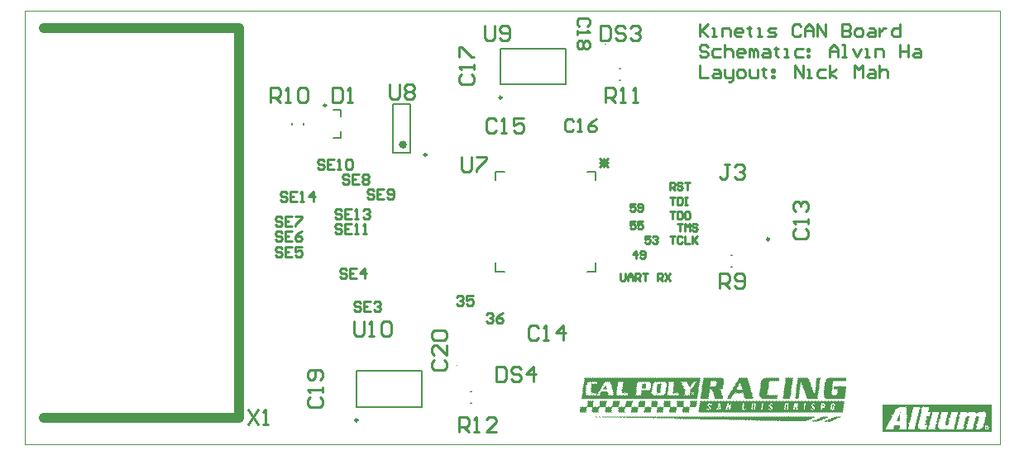
<source format=gto>
G04*
G04 #@! TF.GenerationSoftware,Altium Limited,Altium Designer,18.1.6 (161)*
G04*
G04 Layer_Color=65535*
%FSLAX25Y25*%
%MOIN*%
G70*
G01*
G75*
%ADD10C,0.00984*%
%ADD11C,0.00394*%
%ADD12C,0.01575*%
%ADD13C,0.00787*%
%ADD14C,0.03937*%
%ADD15C,0.00600*%
%ADD16C,0.01000*%
%ADD17C,0.00100*%
G36*
X330665Y26576D02*
X330995D01*
Y26247D01*
Y25918D01*
Y25589D01*
X330665D01*
Y25260D01*
X330336D01*
Y25589D01*
X330007D01*
Y25260D01*
X329678D01*
Y25589D01*
X329349D01*
Y25260D01*
X329019D01*
Y25589D01*
X328690D01*
Y25260D01*
X328361D01*
Y25589D01*
X328032D01*
Y25260D01*
X327703D01*
Y25589D01*
X327373D01*
Y25260D01*
X327044D01*
Y25589D01*
X326715D01*
Y25260D01*
X326386D01*
Y25589D01*
X326057D01*
Y25260D01*
X325727D01*
Y24930D01*
Y24601D01*
Y24272D01*
X325398D01*
Y23943D01*
X325727D01*
Y23614D01*
X325398D01*
Y23284D01*
X325727D01*
Y22955D01*
X325398D01*
Y22626D01*
X325727D01*
Y22297D01*
X325398D01*
Y21968D01*
Y21639D01*
Y21309D01*
X325069D01*
Y20980D01*
X325398D01*
Y20651D01*
X325069D01*
Y20322D01*
X325398D01*
Y19993D01*
X325727D01*
Y19663D01*
X326057D01*
Y19993D01*
X326386D01*
Y19663D01*
X326715D01*
Y19993D01*
X327373D01*
Y20322D01*
Y20651D01*
X327703D01*
Y20980D01*
X327373D01*
Y21309D01*
X327703D01*
Y21639D01*
X327373D01*
Y21968D01*
X327044D01*
Y22297D01*
X326715D01*
Y21968D01*
X326386D01*
Y22297D01*
X326057D01*
Y22626D01*
Y22955D01*
Y23284D01*
X328361D01*
Y23614D01*
X328690D01*
Y23284D01*
X330995D01*
Y22955D01*
Y22626D01*
Y22297D01*
X330665D01*
Y21968D01*
X330995D01*
Y21639D01*
X330665D01*
Y21309D01*
X330995D01*
Y20980D01*
X330665D01*
Y20651D01*
Y20322D01*
Y19993D01*
Y19663D01*
Y19334D01*
X330336D01*
Y19005D01*
X330665D01*
Y18676D01*
X330336D01*
Y18347D01*
X322765D01*
Y18676D01*
X322435D01*
Y19005D01*
X322106D01*
Y19334D01*
X322435D01*
Y19663D01*
X322106D01*
Y19993D01*
Y20322D01*
Y20651D01*
Y20980D01*
Y21309D01*
Y21639D01*
Y21968D01*
X322435D01*
Y22297D01*
X322106D01*
Y22626D01*
X322435D01*
Y22955D01*
X322106D01*
Y23284D01*
X322435D01*
Y23614D01*
Y23943D01*
Y24272D01*
Y24601D01*
Y24930D01*
X322765D01*
Y25260D01*
X323094D01*
Y25589D01*
X322765D01*
Y25918D01*
X323094D01*
Y26247D01*
X323423D01*
Y26576D01*
X324411D01*
Y26906D01*
X324740D01*
Y26576D01*
X325069D01*
Y26906D01*
X325398D01*
Y26576D01*
X325727D01*
Y26906D01*
X326057D01*
Y26576D01*
X326386D01*
Y26906D01*
X326715D01*
Y26576D01*
X327044D01*
Y26906D01*
X327373D01*
Y26576D01*
X327703D01*
Y26906D01*
X328032D01*
Y26576D01*
X328361D01*
Y26906D01*
X328690D01*
Y26576D01*
X329019D01*
Y26906D01*
X329349D01*
Y26576D01*
X329678D01*
Y26906D01*
X330007D01*
Y26576D01*
X330336D01*
Y26906D01*
X330665D01*
Y26576D01*
D02*
G37*
G36*
X320790D02*
Y26247D01*
Y25918D01*
X320460D01*
Y25589D01*
Y25260D01*
Y24930D01*
Y24601D01*
Y24272D01*
X320131D01*
Y23943D01*
X320460D01*
Y23614D01*
X320131D01*
Y23284D01*
X320460D01*
Y22955D01*
X320131D01*
Y22626D01*
X320460D01*
Y22297D01*
X320131D01*
Y21968D01*
Y21639D01*
Y21309D01*
X319802D01*
Y20980D01*
X320131D01*
Y20651D01*
X319802D01*
Y20322D01*
Y19993D01*
Y19663D01*
X319473D01*
Y19334D01*
X319802D01*
Y19005D01*
X319473D01*
Y18676D01*
X319802D01*
Y18347D01*
X315523D01*
Y18676D01*
X315193D01*
Y19005D01*
Y19334D01*
Y19663D01*
X314864D01*
Y19993D01*
Y20322D01*
Y20651D01*
X314535D01*
Y20980D01*
Y21309D01*
Y21639D01*
X314206D01*
Y21968D01*
Y22297D01*
X313877D01*
Y22626D01*
Y22955D01*
X313547D01*
Y23284D01*
X313877D01*
Y23614D01*
X313547D01*
Y23943D01*
X313218D01*
Y24272D01*
Y24601D01*
Y24930D01*
X312889D01*
Y24601D01*
Y24272D01*
Y23943D01*
X312560D01*
Y23614D01*
X312889D01*
Y23284D01*
X312560D01*
Y22955D01*
Y22626D01*
Y22297D01*
Y21968D01*
Y21639D01*
X312231D01*
Y21309D01*
X312560D01*
Y20980D01*
X312231D01*
Y20651D01*
X312560D01*
Y20322D01*
X312231D01*
Y19993D01*
Y19663D01*
Y19334D01*
Y19005D01*
Y18676D01*
X311901D01*
Y18347D01*
X310914D01*
Y18676D01*
X310585D01*
Y19005D01*
X310914D01*
Y19334D01*
Y19663D01*
Y19993D01*
Y20322D01*
Y20651D01*
X311243D01*
Y20980D01*
X310914D01*
Y21309D01*
X311243D01*
Y21639D01*
X310914D01*
Y21968D01*
X311243D01*
Y22297D01*
X310914D01*
Y22626D01*
X311243D01*
Y22955D01*
Y23284D01*
Y23614D01*
Y23943D01*
Y24272D01*
X311572D01*
Y24601D01*
Y24930D01*
Y25260D01*
Y25589D01*
Y25918D01*
X311901D01*
Y26247D01*
X311572D01*
Y26576D01*
X311901D01*
Y26906D01*
X312231D01*
Y26576D01*
X312560D01*
Y26906D01*
X312889D01*
Y26576D01*
X313218D01*
Y26906D01*
X313547D01*
Y26576D01*
X313877D01*
Y26906D01*
X314206D01*
Y26576D01*
X314535D01*
Y26906D01*
X314864D01*
Y26576D01*
X315193D01*
Y26906D01*
X315523D01*
Y26576D01*
X315852D01*
Y26247D01*
X316181D01*
Y25918D01*
X316510D01*
Y25589D01*
X316181D01*
Y25260D01*
X316510D01*
Y24930D01*
X316839D01*
Y24601D01*
Y24272D01*
Y23943D01*
X317168D01*
Y23614D01*
X316839D01*
Y23284D01*
X317168D01*
Y22955D01*
X317498D01*
Y22626D01*
Y22297D01*
Y21968D01*
X317827D01*
Y21639D01*
Y21309D01*
Y20980D01*
X318156D01*
Y20651D01*
X318485D01*
Y20980D01*
X318814D01*
Y21309D01*
X318485D01*
Y21639D01*
X318814D01*
Y21968D01*
Y22297D01*
Y22626D01*
Y22955D01*
Y23284D01*
X319144D01*
Y23614D01*
X318814D01*
Y23943D01*
X319144D01*
Y24272D01*
X318814D01*
Y24601D01*
X319144D01*
Y24930D01*
X318814D01*
Y25260D01*
X319144D01*
Y25589D01*
Y25918D01*
Y26247D01*
Y26576D01*
X319802D01*
Y26906D01*
X320131D01*
Y26576D01*
X320460D01*
Y26906D01*
X320790D01*
Y26576D01*
D02*
G37*
G36*
X309597D02*
X309926D01*
Y26247D01*
X309597D01*
Y25918D01*
X309926D01*
Y25589D01*
X309597D01*
Y25260D01*
Y24930D01*
Y24601D01*
Y24272D01*
Y23943D01*
X309268D01*
Y23614D01*
Y23284D01*
Y22955D01*
Y22626D01*
Y22297D01*
X308939D01*
Y21968D01*
X309268D01*
Y21639D01*
X308939D01*
Y21309D01*
X309268D01*
Y20980D01*
X308939D01*
Y20651D01*
X309268D01*
Y20322D01*
X308939D01*
Y19993D01*
Y19663D01*
Y19334D01*
X308610D01*
Y19005D01*
Y18676D01*
Y18347D01*
X305647D01*
Y18676D01*
X305317D01*
Y19005D01*
X305647D01*
Y19334D01*
Y19663D01*
Y19993D01*
X305976D01*
Y20322D01*
X305647D01*
Y20651D01*
X305976D01*
Y20980D01*
X305647D01*
Y21309D01*
X305976D01*
Y21639D01*
Y21968D01*
Y22297D01*
Y22626D01*
Y22955D01*
X306305D01*
Y23284D01*
X305976D01*
Y23614D01*
X306305D01*
Y23943D01*
Y24272D01*
Y24601D01*
X306634D01*
Y24930D01*
X306305D01*
Y25260D01*
X306634D01*
Y25589D01*
X306305D01*
Y25918D01*
X306634D01*
Y26247D01*
X306305D01*
Y26576D01*
X306634D01*
Y26906D01*
X306963D01*
Y26576D01*
X307293D01*
Y26906D01*
X307622D01*
Y26576D01*
X307951D01*
Y26906D01*
X308280D01*
Y26576D01*
X308610D01*
Y26906D01*
X308939D01*
Y26576D01*
X309268D01*
Y26906D01*
X309597D01*
Y26576D01*
D02*
G37*
G36*
X303672D02*
X304001D01*
Y26247D01*
Y25918D01*
Y25589D01*
X303672D01*
Y25260D01*
X303342D01*
Y25589D01*
X303013D01*
Y25260D01*
X302684D01*
Y25589D01*
X302355D01*
Y25260D01*
X302026D01*
Y25589D01*
X301696D01*
Y25260D01*
X301367D01*
Y25589D01*
X301038D01*
Y25260D01*
X300709D01*
Y25589D01*
X300380D01*
Y25260D01*
X300050D01*
Y24930D01*
X299721D01*
Y24601D01*
X300050D01*
Y24272D01*
X299721D01*
Y23943D01*
X300050D01*
Y23614D01*
X299721D01*
Y23284D01*
X300050D01*
Y22955D01*
X299721D01*
Y22626D01*
Y22297D01*
Y21968D01*
X299392D01*
Y21639D01*
Y21309D01*
Y20980D01*
Y20651D01*
Y20322D01*
X299063D01*
Y19993D01*
X300050D01*
Y19663D01*
X300380D01*
Y19993D01*
X300709D01*
Y19663D01*
X301038D01*
Y19993D01*
X301367D01*
Y19663D01*
X301696D01*
Y19993D01*
X302026D01*
Y19663D01*
X302355D01*
Y19993D01*
X302684D01*
Y19663D01*
X303013D01*
Y19993D01*
X303342D01*
Y19663D01*
Y19334D01*
Y19005D01*
X303013D01*
Y18676D01*
X303342D01*
Y18347D01*
X297088D01*
Y18676D01*
X296759D01*
Y19005D01*
X296429D01*
Y19334D01*
X296100D01*
Y19663D01*
Y19993D01*
Y20322D01*
Y20651D01*
Y20980D01*
X296429D01*
Y21309D01*
X296100D01*
Y21639D01*
X296429D01*
Y21968D01*
Y22297D01*
Y22626D01*
X296759D01*
Y22955D01*
X296429D01*
Y23284D01*
X296759D01*
Y23614D01*
X296429D01*
Y23943D01*
X296759D01*
Y24272D01*
X296429D01*
Y24601D01*
X296759D01*
Y24930D01*
Y25260D01*
Y25589D01*
X297088D01*
Y25918D01*
X297417D01*
Y26247D01*
X297746D01*
Y26576D01*
X298734D01*
Y26906D01*
X299063D01*
Y26576D01*
X299392D01*
Y26906D01*
X299721D01*
Y26576D01*
X300050D01*
Y26906D01*
X300380D01*
Y26576D01*
X300709D01*
Y26906D01*
X301038D01*
Y26576D01*
X301367D01*
Y26906D01*
X301696D01*
Y26576D01*
X302026D01*
Y26906D01*
X302355D01*
Y26576D01*
X302684D01*
Y26906D01*
X303013D01*
Y26576D01*
X303342D01*
Y26906D01*
X303672D01*
Y26576D01*
D02*
G37*
G36*
X291162D02*
X291492D01*
Y26247D01*
Y25918D01*
Y25589D01*
X291821D01*
Y25260D01*
Y24930D01*
Y24601D01*
X292150D01*
Y24272D01*
Y23943D01*
Y23614D01*
X292479D01*
Y23284D01*
Y22955D01*
Y22626D01*
X292808D01*
Y22297D01*
X292479D01*
Y21968D01*
X292808D01*
Y21639D01*
Y21309D01*
Y20980D01*
X293137D01*
Y20651D01*
X293467D01*
Y20322D01*
X293137D01*
Y19993D01*
X293467D01*
Y19663D01*
X293137D01*
Y19334D01*
X293467D01*
Y19005D01*
X293796D01*
Y18676D01*
X293467D01*
Y18347D01*
X290504D01*
Y18676D01*
X290175D01*
Y19005D01*
X289845D01*
Y19334D01*
X290175D01*
Y19663D01*
X289845D01*
Y19993D01*
Y20322D01*
Y20651D01*
X289516D01*
Y20980D01*
X289187D01*
Y20651D01*
X289516D01*
Y20322D01*
X289187D01*
Y20651D01*
X288200D01*
Y20322D01*
X287870D01*
Y20651D01*
X286883D01*
Y20980D01*
X286554D01*
Y20651D01*
X286883D01*
Y20322D01*
X286554D01*
Y20651D01*
X286224D01*
Y20322D01*
X285895D01*
Y19993D01*
X285566D01*
Y19663D01*
X285237D01*
Y19334D01*
Y19005D01*
X284908D01*
Y18676D01*
Y18347D01*
X283262D01*
Y18676D01*
X283591D01*
Y19005D01*
Y19334D01*
Y19663D01*
X283920D01*
Y19993D01*
X284249D01*
Y20322D01*
Y20651D01*
X284578D01*
Y20980D01*
Y21309D01*
X284908D01*
Y21639D01*
X285237D01*
Y21968D01*
X285566D01*
Y22297D01*
Y22626D01*
Y22955D01*
X285895D01*
Y23284D01*
X286224D01*
Y23614D01*
X286554D01*
Y23943D01*
Y24272D01*
Y24601D01*
X286883D01*
Y24930D01*
X287212D01*
Y25260D01*
X287541D01*
Y25589D01*
Y25918D01*
X287870D01*
Y26247D01*
Y26576D01*
X288200D01*
Y26906D01*
X288529D01*
Y26576D01*
X288858D01*
Y26906D01*
X289187D01*
Y26576D01*
X289516D01*
Y26906D01*
X289845D01*
Y26576D01*
X290175D01*
Y26906D01*
X290504D01*
Y26576D01*
X290833D01*
Y26906D01*
X291162D01*
Y26576D01*
D02*
G37*
G36*
X280628D02*
X281616D01*
Y26247D01*
X281945D01*
Y25918D01*
Y25589D01*
Y25260D01*
Y24930D01*
Y24601D01*
Y24272D01*
Y23943D01*
X281616D01*
Y23614D01*
Y23284D01*
Y22955D01*
Y22626D01*
Y22297D01*
X280628D01*
Y21968D01*
X280299D01*
Y22297D01*
X279970D01*
Y21968D01*
X280299D01*
Y21639D01*
X280628D01*
Y21309D01*
Y20980D01*
Y20651D01*
X280957D01*
Y20322D01*
X280628D01*
Y19993D01*
X280957D01*
Y19663D01*
X281287D01*
Y19334D01*
X281616D01*
Y19005D01*
X281287D01*
Y18676D01*
X281616D01*
Y18347D01*
X277995D01*
Y18676D01*
Y19005D01*
Y19334D01*
X277665D01*
Y19663D01*
Y19993D01*
Y20322D01*
X277336D01*
Y20651D01*
X277665D01*
Y20980D01*
X277336D01*
Y21309D01*
X277007D01*
Y21639D01*
Y21968D01*
X276349D01*
Y22297D01*
X276020D01*
Y21968D01*
Y21639D01*
Y21309D01*
Y20980D01*
Y20651D01*
X275690D01*
Y20322D01*
Y19993D01*
Y19663D01*
Y19334D01*
Y19005D01*
X275361D01*
Y18676D01*
X275690D01*
Y18347D01*
X272398D01*
Y18676D01*
Y19005D01*
Y19334D01*
Y19663D01*
X272727D01*
Y19993D01*
X272398D01*
Y20322D01*
X272727D01*
Y20651D01*
Y20980D01*
Y21309D01*
X273057D01*
Y21639D01*
X272727D01*
Y21968D01*
X273057D01*
Y22297D01*
X272727D01*
Y22626D01*
X273057D01*
Y22955D01*
X272727D01*
Y23284D01*
X273057D01*
Y23614D01*
Y23943D01*
Y24272D01*
X273386D01*
Y24601D01*
X273057D01*
Y24930D01*
X273386D01*
Y25260D01*
Y25589D01*
Y25918D01*
X273715D01*
Y26247D01*
X273386D01*
Y26576D01*
X273715D01*
Y26906D01*
X274044D01*
Y26576D01*
X274374D01*
Y26906D01*
X274703D01*
Y26576D01*
X275032D01*
Y26906D01*
X275361D01*
Y26576D01*
X275690D01*
Y26906D01*
X276020D01*
Y26576D01*
X276349D01*
Y26906D01*
X276678D01*
Y26576D01*
X277007D01*
Y26906D01*
X277336D01*
Y26576D01*
X277665D01*
Y26906D01*
X277995D01*
Y26576D01*
X278324D01*
Y26906D01*
X278653D01*
Y26576D01*
X278982D01*
Y26906D01*
X279311D01*
Y26576D01*
X279641D01*
Y26906D01*
X279970D01*
Y26576D01*
X280299D01*
Y26906D01*
X280628D01*
Y26576D01*
D02*
G37*
G36*
X272069D02*
X272398D01*
Y26247D01*
X272069D01*
Y25918D01*
X272398D01*
Y25589D01*
X272069D01*
Y25260D01*
Y24930D01*
Y24601D01*
X271740D01*
Y24272D01*
X272069D01*
Y23943D01*
X271740D01*
Y23614D01*
Y23284D01*
Y22955D01*
X271411D01*
Y22626D01*
X271740D01*
Y22297D01*
X271411D01*
Y21968D01*
X271740D01*
Y21639D01*
X271411D01*
Y21309D01*
X271740D01*
Y20980D01*
X271411D01*
Y20651D01*
Y20322D01*
Y19993D01*
X271082D01*
Y19663D01*
X271411D01*
Y19334D01*
X271082D01*
Y19005D01*
Y18676D01*
Y18347D01*
X224336D01*
Y18676D01*
Y19005D01*
X224665D01*
Y19334D01*
X224336D01*
Y19663D01*
X224665D01*
Y19993D01*
Y20322D01*
Y20651D01*
X224995D01*
Y20980D01*
X224665D01*
Y21309D01*
X224995D01*
Y21639D01*
X224665D01*
Y21968D01*
X224995D01*
Y22297D01*
X224665D01*
Y22626D01*
X224995D01*
Y22955D01*
Y23284D01*
Y23614D01*
X225324D01*
Y23943D01*
X224995D01*
Y24272D01*
X225324D01*
Y24601D01*
Y24930D01*
Y25260D01*
X225653D01*
Y25589D01*
X225324D01*
Y25918D01*
X225653D01*
Y26247D01*
X225324D01*
Y26576D01*
X225653D01*
Y26906D01*
X225982D01*
Y26576D01*
X226311D01*
Y26906D01*
X226641D01*
Y26576D01*
X226970D01*
Y26906D01*
X227299D01*
Y26576D01*
X227628D01*
Y26906D01*
X227957D01*
Y26576D01*
X228287D01*
Y26906D01*
X228616D01*
Y26576D01*
X228945D01*
Y26906D01*
X229274D01*
Y26576D01*
X229603D01*
Y26906D01*
X229933D01*
Y26576D01*
X230262D01*
Y26906D01*
X230591D01*
Y26576D01*
X230920D01*
Y26906D01*
X231249D01*
Y26576D01*
X231578D01*
Y26906D01*
X231908D01*
Y26576D01*
X232237D01*
Y26906D01*
X232566D01*
Y26576D01*
X232895D01*
Y26906D01*
X233225D01*
Y26576D01*
X233554D01*
Y26906D01*
X233883D01*
Y26576D01*
X234212D01*
Y26906D01*
X234541D01*
Y26576D01*
X234871D01*
Y26906D01*
X235200D01*
Y26576D01*
X235529D01*
Y26906D01*
X235858D01*
Y26576D01*
X236187D01*
Y26906D01*
X236516D01*
Y26576D01*
X236846D01*
Y26906D01*
X237175D01*
Y26576D01*
X237504D01*
Y26906D01*
X237833D01*
Y26576D01*
X238162D01*
Y26906D01*
X238492D01*
Y26576D01*
X238821D01*
Y26906D01*
X239150D01*
Y26576D01*
X239479D01*
Y26906D01*
X239808D01*
Y26576D01*
X240138D01*
Y26906D01*
X240467D01*
Y26576D01*
X240796D01*
Y26906D01*
X241125D01*
Y26576D01*
X241454D01*
Y26906D01*
X241783D01*
Y26576D01*
X242113D01*
Y26906D01*
X242442D01*
Y26576D01*
X242771D01*
Y26906D01*
X243100D01*
Y26576D01*
X243429D01*
Y26906D01*
X243759D01*
Y26576D01*
X244088D01*
Y26906D01*
X244417D01*
Y26576D01*
X244746D01*
Y26906D01*
X245075D01*
Y26576D01*
X245405D01*
Y26906D01*
X245734D01*
Y26576D01*
X246063D01*
Y26906D01*
X246392D01*
Y26576D01*
X246721D01*
Y26906D01*
X247051D01*
Y26576D01*
X247380D01*
Y26906D01*
X247709D01*
Y26576D01*
X248038D01*
Y26906D01*
X248367D01*
Y26576D01*
X248696D01*
Y26906D01*
X249026D01*
Y26576D01*
X249355D01*
Y26906D01*
X249684D01*
Y26576D01*
X250013D01*
Y26906D01*
X250342D01*
Y26576D01*
X250672D01*
Y26906D01*
X251001D01*
Y26576D01*
X251330D01*
Y26906D01*
X251659D01*
Y26576D01*
X251988D01*
Y26906D01*
X252318D01*
Y26576D01*
X252647D01*
Y26906D01*
X252976D01*
Y26576D01*
X253305D01*
Y26906D01*
X253634D01*
Y26576D01*
X253964D01*
Y26906D01*
X254293D01*
Y26576D01*
X254622D01*
Y26906D01*
X254951D01*
Y26576D01*
X255280D01*
Y26906D01*
X255610D01*
Y26576D01*
X255939D01*
Y26906D01*
X256268D01*
Y26576D01*
X256597D01*
Y26906D01*
X256926D01*
Y26576D01*
X257256D01*
Y26906D01*
X257585D01*
Y26576D01*
X257914D01*
Y26906D01*
X258243D01*
Y26576D01*
X258572D01*
Y26906D01*
X258902D01*
Y26576D01*
X259231D01*
Y26906D01*
X259560D01*
Y26576D01*
X259889D01*
Y26906D01*
X260218D01*
Y26576D01*
X260547D01*
Y26906D01*
X260877D01*
Y26576D01*
X261206D01*
Y26906D01*
X261535D01*
Y26576D01*
X261864D01*
Y26906D01*
X262193D01*
Y26576D01*
X262523D01*
Y26906D01*
X262852D01*
Y26576D01*
X263181D01*
Y26906D01*
X263510D01*
Y26576D01*
X263839D01*
Y26906D01*
X264169D01*
Y26576D01*
X264498D01*
Y26906D01*
X264827D01*
Y26576D01*
X265156D01*
Y26906D01*
X265485D01*
Y26576D01*
X265814D01*
Y26906D01*
X266144D01*
Y26576D01*
X266473D01*
Y26906D01*
X266802D01*
Y26576D01*
X267131D01*
Y26906D01*
X267460D01*
Y26576D01*
X267790D01*
Y26906D01*
X268119D01*
Y26576D01*
X268448D01*
Y26906D01*
X268777D01*
Y26576D01*
X269106D01*
Y26906D01*
X269436D01*
Y26576D01*
X269765D01*
Y26906D01*
X270094D01*
Y26576D01*
X270423D01*
Y26906D01*
X270752D01*
Y26576D01*
X271082D01*
Y26906D01*
X271411D01*
Y26576D01*
X271740D01*
Y26906D01*
X272069D01*
Y26576D01*
D02*
G37*
G36*
X329349Y17359D02*
X330336D01*
Y17030D01*
X330007D01*
Y16701D01*
X330336D01*
Y16371D01*
X330007D01*
Y16042D01*
Y15713D01*
Y15384D01*
Y15055D01*
Y14726D01*
X329678D01*
Y14396D01*
X330007D01*
Y14067D01*
X329678D01*
Y13738D01*
Y13409D01*
Y13080D01*
Y12750D01*
Y12421D01*
X329349D01*
Y12750D01*
X329019D01*
Y12421D01*
X328690D01*
Y12750D01*
X328361D01*
Y12421D01*
X328032D01*
Y12750D01*
X327703D01*
Y12421D01*
X327373D01*
Y12750D01*
X327044D01*
Y12421D01*
X326715D01*
Y12750D01*
X326386D01*
Y12421D01*
X326057D01*
Y12750D01*
X325727D01*
Y12421D01*
X325398D01*
Y12750D01*
X325069D01*
Y12421D01*
X324740D01*
Y12750D01*
X324411D01*
Y12421D01*
X324081D01*
Y12750D01*
X323752D01*
Y12421D01*
X323423D01*
Y12750D01*
X323094D01*
Y12421D01*
X322765D01*
Y12750D01*
X322435D01*
Y12421D01*
X322106D01*
Y12750D01*
X321777D01*
Y12421D01*
X321448D01*
Y12750D01*
X321119D01*
Y12421D01*
X320790D01*
Y12750D01*
X320460D01*
Y12421D01*
X320131D01*
Y12750D01*
X319802D01*
Y12421D01*
X319473D01*
Y12750D01*
X319144D01*
Y12421D01*
X318814D01*
Y12750D01*
X318485D01*
Y12421D01*
X318156D01*
Y12750D01*
X317827D01*
Y12421D01*
X317498D01*
Y12750D01*
X317168D01*
Y12421D01*
X316839D01*
Y12750D01*
X316510D01*
Y12421D01*
X316181D01*
Y12750D01*
X315852D01*
Y12421D01*
X315523D01*
Y12750D01*
X315193D01*
Y12421D01*
X314864D01*
Y12750D01*
X314535D01*
Y12421D01*
X314206D01*
Y12750D01*
X313877D01*
Y12421D01*
X313547D01*
Y12750D01*
X313218D01*
Y12421D01*
X312889D01*
Y12750D01*
X312560D01*
Y12421D01*
X312231D01*
Y12750D01*
X311901D01*
Y12421D01*
X311572D01*
Y12750D01*
X311243D01*
Y12421D01*
X310914D01*
Y12750D01*
X310585D01*
Y12421D01*
X310255D01*
Y12750D01*
X309926D01*
Y12421D01*
X309597D01*
Y12750D01*
X309268D01*
Y12421D01*
X308939D01*
Y12750D01*
X308610D01*
Y12421D01*
X308280D01*
Y12750D01*
X307951D01*
Y12421D01*
X307622D01*
Y12750D01*
X307293D01*
Y12421D01*
X306963D01*
Y12750D01*
X306634D01*
Y12421D01*
X306305D01*
Y12750D01*
X305976D01*
Y12421D01*
X305647D01*
Y12750D01*
X305317D01*
Y12421D01*
X304988D01*
Y12750D01*
X304659D01*
Y12421D01*
X304330D01*
Y12750D01*
X304001D01*
Y12421D01*
X303672D01*
Y12750D01*
X303342D01*
Y12421D01*
X303013D01*
Y12750D01*
X302684D01*
Y12421D01*
X302355D01*
Y12750D01*
X302026D01*
Y12421D01*
X301696D01*
Y12750D01*
X301367D01*
Y12421D01*
X301038D01*
Y12750D01*
X300709D01*
Y12421D01*
X300380D01*
Y12750D01*
X300050D01*
Y12421D01*
X299721D01*
Y12750D01*
X299392D01*
Y12421D01*
X299063D01*
Y12750D01*
X298734D01*
Y12421D01*
X298405D01*
Y12750D01*
X298075D01*
Y12421D01*
X297746D01*
Y12750D01*
X297417D01*
Y12421D01*
X297088D01*
Y12750D01*
X296759D01*
Y12421D01*
X296429D01*
Y12750D01*
X296100D01*
Y12421D01*
X295771D01*
Y12750D01*
X295442D01*
Y12421D01*
X295113D01*
Y12750D01*
X294783D01*
Y12421D01*
X294454D01*
Y12750D01*
X294125D01*
Y12421D01*
X293796D01*
Y12750D01*
X293467D01*
Y12421D01*
X293137D01*
Y12750D01*
X292808D01*
Y12421D01*
X292479D01*
Y12750D01*
X292150D01*
Y12421D01*
X291821D01*
Y12750D01*
X291492D01*
Y12421D01*
X291162D01*
Y12750D01*
X290833D01*
Y12421D01*
X290504D01*
Y12750D01*
X290175D01*
Y12421D01*
X289845D01*
Y12750D01*
X289516D01*
Y12421D01*
X289187D01*
Y12750D01*
X288858D01*
Y12421D01*
X288529D01*
Y12750D01*
X288200D01*
Y12421D01*
X287870D01*
Y12750D01*
X287541D01*
Y12421D01*
X287212D01*
Y12750D01*
X286883D01*
Y12421D01*
X286554D01*
Y12750D01*
X286224D01*
Y12421D01*
X285895D01*
Y12750D01*
X285566D01*
Y12421D01*
X285237D01*
Y12750D01*
X284908D01*
Y12421D01*
X284578D01*
Y12750D01*
X284249D01*
Y12421D01*
X283920D01*
Y12750D01*
X283591D01*
Y12421D01*
X283262D01*
Y12750D01*
X282932D01*
Y12421D01*
X282603D01*
Y12750D01*
X282274D01*
Y12421D01*
X281945D01*
Y12750D01*
X281616D01*
Y12421D01*
X281287D01*
Y12750D01*
X280957D01*
Y12421D01*
X280628D01*
Y12750D01*
X280299D01*
Y12421D01*
X279970D01*
Y12750D01*
X279641D01*
Y12421D01*
X279311D01*
Y12750D01*
X278982D01*
Y12421D01*
X278653D01*
Y12750D01*
X278324D01*
Y12421D01*
X277995D01*
Y12750D01*
X277665D01*
Y12421D01*
X277336D01*
Y12750D01*
X277007D01*
Y12421D01*
X276678D01*
Y12750D01*
X276349D01*
Y12421D01*
X276020D01*
Y12750D01*
X275690D01*
Y12421D01*
X275361D01*
Y12750D01*
X275032D01*
Y12421D01*
X274703D01*
Y12750D01*
X274374D01*
Y12421D01*
X274044D01*
Y12750D01*
X273715D01*
Y12421D01*
X273386D01*
Y12750D01*
X273057D01*
Y12421D01*
X272727D01*
Y12750D01*
X272398D01*
Y12421D01*
X272069D01*
Y12750D01*
X271740D01*
Y13080D01*
X271411D01*
Y13409D01*
X271740D01*
Y13738D01*
Y14067D01*
Y14396D01*
Y14726D01*
Y15055D01*
X272069D01*
Y15384D01*
X271740D01*
Y15713D01*
X272069D01*
Y16042D01*
Y16371D01*
Y16701D01*
X272398D01*
Y17030D01*
X272069D01*
Y17359D01*
X272398D01*
Y17688D01*
X272727D01*
Y17359D01*
X273715D01*
Y17688D01*
X274044D01*
Y17359D01*
X275032D01*
Y17688D01*
X275361D01*
Y17359D01*
X276349D01*
Y17688D01*
X276678D01*
Y17359D01*
X277665D01*
Y17688D01*
X277995D01*
Y17359D01*
X278982D01*
Y17688D01*
X279311D01*
Y17359D01*
X280299D01*
Y17688D01*
X280628D01*
Y17359D01*
X281616D01*
Y17688D01*
X281945D01*
Y17359D01*
X282932D01*
Y17688D01*
X283262D01*
Y17359D01*
X284249D01*
Y17688D01*
X284578D01*
Y17359D01*
X285566D01*
Y17688D01*
X285895D01*
Y17359D01*
X286883D01*
Y17688D01*
X287212D01*
Y17359D01*
X288200D01*
Y17688D01*
X288529D01*
Y17359D01*
X289516D01*
Y17688D01*
X289845D01*
Y17359D01*
X290833D01*
Y17688D01*
X291162D01*
Y17359D01*
X292150D01*
Y17688D01*
X292479D01*
Y17359D01*
X293467D01*
Y17688D01*
X293796D01*
Y17359D01*
X294783D01*
Y17688D01*
X295113D01*
Y17359D01*
X296100D01*
Y17688D01*
X296429D01*
Y17359D01*
X297417D01*
Y17688D01*
X297746D01*
Y17359D01*
X298734D01*
Y17688D01*
X299063D01*
Y17359D01*
X300050D01*
Y17688D01*
X300380D01*
Y17359D01*
X301367D01*
Y17688D01*
X301696D01*
Y17359D01*
X302684D01*
Y17688D01*
X303013D01*
Y17359D01*
X304001D01*
Y17688D01*
X304330D01*
Y17359D01*
X305317D01*
Y17688D01*
X305647D01*
Y17359D01*
X306634D01*
Y17688D01*
X306963D01*
Y17359D01*
X307951D01*
Y17688D01*
X308280D01*
Y17359D01*
X309268D01*
Y17688D01*
X309597D01*
Y17359D01*
X310585D01*
Y17688D01*
X310914D01*
Y17359D01*
X311901D01*
Y17688D01*
X312231D01*
Y17359D01*
X313218D01*
Y17688D01*
X313547D01*
Y17359D01*
X314535D01*
Y17688D01*
X314864D01*
Y17359D01*
X315852D01*
Y17688D01*
X316181D01*
Y17359D01*
X317168D01*
Y17688D01*
X317498D01*
Y17359D01*
X318485D01*
Y17688D01*
X318814D01*
Y17359D01*
X319802D01*
Y17688D01*
X320131D01*
Y17359D01*
X321119D01*
Y17688D01*
X321448D01*
Y17359D01*
X322435D01*
Y17688D01*
X322765D01*
Y17359D01*
X323752D01*
Y17688D01*
X324081D01*
Y17359D01*
X325069D01*
Y17688D01*
X325398D01*
Y17359D01*
X326386D01*
Y17688D01*
X326715D01*
Y17359D01*
X327703D01*
Y17688D01*
X328032D01*
Y17359D01*
X329019D01*
Y17688D01*
X329349D01*
Y17359D01*
D02*
G37*
G36*
X270752D02*
X271082D01*
Y17030D01*
X270752D01*
Y16701D01*
X271082D01*
Y16371D01*
X270752D01*
Y16042D01*
Y15713D01*
Y15384D01*
X270423D01*
Y15055D01*
X268119D01*
Y15384D01*
Y15713D01*
Y16042D01*
X268448D01*
Y16371D01*
X268119D01*
Y16701D01*
X268448D01*
Y17030D01*
X268119D01*
Y17359D01*
X268448D01*
Y17688D01*
X268777D01*
Y17359D01*
X269106D01*
Y17688D01*
X269436D01*
Y17359D01*
X269765D01*
Y17688D01*
X270094D01*
Y17359D01*
X270423D01*
Y17688D01*
X270752D01*
Y17359D01*
D02*
G37*
G36*
X265485D02*
X265814D01*
Y17030D01*
X265485D01*
Y16701D01*
X265814D01*
Y16371D01*
X265485D01*
Y16042D01*
X265814D01*
Y15713D01*
X265485D01*
Y15384D01*
X265814D01*
Y15055D01*
X266802D01*
Y15384D01*
X267131D01*
Y15055D01*
X268119D01*
Y14726D01*
X267790D01*
Y14396D01*
X268119D01*
Y14067D01*
X267790D01*
Y13738D01*
Y13409D01*
Y13080D01*
Y12750D01*
Y12421D01*
X267460D01*
Y12750D01*
X267131D01*
Y12421D01*
X266802D01*
Y12750D01*
X266473D01*
Y12421D01*
X266144D01*
Y12750D01*
X265814D01*
Y12421D01*
X265485D01*
Y12750D01*
X265156D01*
Y13080D01*
Y13409D01*
Y13738D01*
X265485D01*
Y14067D01*
X265156D01*
Y14396D01*
X265485D01*
Y14726D01*
Y15055D01*
X262852D01*
Y15384D01*
X263181D01*
Y15713D01*
X262852D01*
Y16042D01*
X263181D01*
Y16371D01*
X262852D01*
Y16701D01*
X263181D01*
Y17030D01*
X262852D01*
Y17359D01*
X263181D01*
Y17688D01*
X263510D01*
Y17359D01*
X263839D01*
Y17688D01*
X264169D01*
Y17359D01*
X264498D01*
Y17688D01*
X264827D01*
Y17359D01*
X265156D01*
Y17688D01*
X265485D01*
Y17359D01*
D02*
G37*
G36*
X260218D02*
X260547D01*
Y17030D01*
X260218D01*
Y16701D01*
X260547D01*
Y16371D01*
X260218D01*
Y16042D01*
X260547D01*
Y15713D01*
X260218D01*
Y15384D01*
X260547D01*
Y15055D01*
X261535D01*
Y15384D01*
X261864D01*
Y15055D01*
X262852D01*
Y14726D01*
Y14396D01*
Y14067D01*
X262523D01*
Y13738D01*
X262852D01*
Y13409D01*
X262523D01*
Y13080D01*
Y12750D01*
Y12421D01*
X262193D01*
Y12750D01*
X261864D01*
Y12421D01*
X261535D01*
Y12750D01*
X261206D01*
Y12421D01*
X260877D01*
Y12750D01*
X260547D01*
Y12421D01*
X260218D01*
Y12750D01*
X259889D01*
Y13080D01*
Y13409D01*
Y13738D01*
X260218D01*
Y14067D01*
Y14396D01*
Y14726D01*
Y15055D01*
X257585D01*
Y15384D01*
X257914D01*
Y15713D01*
X257585D01*
Y16042D01*
X257914D01*
Y16371D01*
X257585D01*
Y16701D01*
X257914D01*
Y17030D01*
Y17359D01*
Y17688D01*
X258243D01*
Y17359D01*
X258572D01*
Y17688D01*
X258902D01*
Y17359D01*
X259231D01*
Y17688D01*
X259560D01*
Y17359D01*
X259889D01*
Y17688D01*
X260218D01*
Y17359D01*
D02*
G37*
G36*
X254951D02*
X255280D01*
Y17030D01*
Y16701D01*
Y16371D01*
Y16042D01*
Y15713D01*
X254951D01*
Y15384D01*
X255280D01*
Y15055D01*
X256268D01*
Y15384D01*
X256597D01*
Y15055D01*
X257585D01*
Y14726D01*
Y14396D01*
Y14067D01*
Y13738D01*
Y13409D01*
X257256D01*
Y13080D01*
X257585D01*
Y12750D01*
X257256D01*
Y12421D01*
X256926D01*
Y12750D01*
X256597D01*
Y12421D01*
X256268D01*
Y12750D01*
X255939D01*
Y12421D01*
X255610D01*
Y12750D01*
X255280D01*
Y12421D01*
X254951D01*
Y12750D01*
X254622D01*
Y13080D01*
X254951D01*
Y13409D01*
Y13738D01*
Y14067D01*
X255280D01*
Y14396D01*
X254951D01*
Y14726D01*
X255280D01*
Y15055D01*
X252318D01*
Y15384D01*
X252647D01*
Y15713D01*
X252318D01*
Y16042D01*
X252647D01*
Y16371D01*
X252318D01*
Y16701D01*
X252647D01*
Y17030D01*
Y17359D01*
Y17688D01*
X252976D01*
Y17359D01*
X253305D01*
Y17688D01*
X253634D01*
Y17359D01*
X253964D01*
Y17688D01*
X254293D01*
Y17359D01*
X254622D01*
Y17688D01*
X254951D01*
Y17359D01*
D02*
G37*
G36*
X249684D02*
X250013D01*
Y17030D01*
Y16701D01*
Y16371D01*
Y16042D01*
Y15713D01*
X249684D01*
Y15384D01*
X250013D01*
Y15055D01*
X251001D01*
Y15384D01*
X251330D01*
Y15055D01*
X252318D01*
Y14726D01*
X252647D01*
Y14396D01*
X252318D01*
Y14067D01*
X252647D01*
Y13738D01*
X252318D01*
Y13409D01*
Y13080D01*
Y12750D01*
X251988D01*
Y12421D01*
X251659D01*
Y12750D01*
X251330D01*
Y12421D01*
X251001D01*
Y12750D01*
X250672D01*
Y12421D01*
X250342D01*
Y12750D01*
X250013D01*
Y12421D01*
X249684D01*
Y12750D01*
X249355D01*
Y13080D01*
X249684D01*
Y13409D01*
Y13738D01*
Y14067D01*
X250013D01*
Y14396D01*
X249684D01*
Y14726D01*
X250013D01*
Y15055D01*
X247051D01*
Y15384D01*
X247380D01*
Y15713D01*
Y16042D01*
Y16371D01*
Y16701D01*
Y17030D01*
X247709D01*
Y17359D01*
X248038D01*
Y17688D01*
X248367D01*
Y17359D01*
X248696D01*
Y17688D01*
X249026D01*
Y17359D01*
X249355D01*
Y17688D01*
X249684D01*
Y17359D01*
D02*
G37*
G36*
X245075D02*
Y17030D01*
Y16701D01*
X244746D01*
Y16371D01*
Y16042D01*
Y15713D01*
X244417D01*
Y15384D01*
X244746D01*
Y15055D01*
X245734D01*
Y15384D01*
X246063D01*
Y15055D01*
X247051D01*
Y14726D01*
X247380D01*
Y14396D01*
X247051D01*
Y14067D01*
X247380D01*
Y13738D01*
X247051D01*
Y13409D01*
Y13080D01*
Y12750D01*
X246721D01*
Y12421D01*
X246392D01*
Y12750D01*
X246063D01*
Y12421D01*
X245734D01*
Y12750D01*
X245405D01*
Y12421D01*
X245075D01*
Y12750D01*
X244746D01*
Y12421D01*
X244417D01*
Y12750D01*
Y13080D01*
Y13409D01*
Y13738D01*
Y14067D01*
X244746D01*
Y14396D01*
X244417D01*
Y14726D01*
X244746D01*
Y15055D01*
X242113D01*
Y14726D01*
Y14396D01*
X241783D01*
Y14067D01*
X242113D01*
Y13738D01*
X241783D01*
Y13409D01*
Y13080D01*
Y12750D01*
X242113D01*
Y12421D01*
X241783D01*
Y12750D01*
X241454D01*
Y12421D01*
X241125D01*
Y12750D01*
X240796D01*
Y12421D01*
X240467D01*
Y12750D01*
X240138D01*
Y12421D01*
X239808D01*
Y12750D01*
X239479D01*
Y13080D01*
X239150D01*
Y13409D01*
X239479D01*
Y13738D01*
X239150D01*
Y14067D01*
X239479D01*
Y14396D01*
X239150D01*
Y14726D01*
X239479D01*
Y15055D01*
X236846D01*
Y14726D01*
Y14396D01*
X236516D01*
Y14067D01*
X236846D01*
Y13738D01*
X236516D01*
Y13409D01*
X236846D01*
Y13080D01*
X236516D01*
Y12750D01*
X236846D01*
Y12421D01*
X236516D01*
Y12750D01*
X236187D01*
Y12421D01*
X235858D01*
Y12750D01*
X235529D01*
Y12421D01*
X235200D01*
Y12750D01*
X234871D01*
Y12421D01*
X234541D01*
Y12750D01*
X234212D01*
Y13080D01*
X233883D01*
Y13409D01*
X234212D01*
Y13738D01*
X233883D01*
Y14067D01*
X234212D01*
Y14396D01*
Y14726D01*
Y15055D01*
X231908D01*
Y14726D01*
X231578D01*
Y14396D01*
Y14067D01*
Y13738D01*
X231249D01*
Y13409D01*
X231578D01*
Y13080D01*
X231249D01*
Y12750D01*
X231578D01*
Y12421D01*
X231249D01*
Y12750D01*
X230920D01*
Y12421D01*
X230591D01*
Y12750D01*
X230262D01*
Y12421D01*
X229933D01*
Y12750D01*
X229603D01*
Y12421D01*
X229274D01*
Y12750D01*
X228945D01*
Y13080D01*
X228616D01*
Y13409D01*
X228945D01*
Y13738D01*
X228616D01*
Y14067D01*
X228945D01*
Y14396D01*
Y14726D01*
Y15055D01*
X226641D01*
Y15384D01*
Y15713D01*
Y16042D01*
X226970D01*
Y16371D01*
X226641D01*
Y16701D01*
X226970D01*
Y17030D01*
X226641D01*
Y17359D01*
X226970D01*
Y17688D01*
X227299D01*
Y17359D01*
X227628D01*
Y17688D01*
X227957D01*
Y17359D01*
X228287D01*
Y17688D01*
X228616D01*
Y17359D01*
X228945D01*
Y17688D01*
X229274D01*
Y17359D01*
X229603D01*
Y17030D01*
X229274D01*
Y16701D01*
Y16371D01*
Y16042D01*
Y15713D01*
Y15384D01*
Y15055D01*
X229933D01*
Y15384D01*
X230262D01*
Y15055D01*
X231249D01*
Y15384D01*
X231908D01*
Y15713D01*
Y16042D01*
Y16371D01*
Y16701D01*
Y17030D01*
Y17359D01*
X232237D01*
Y17688D01*
X232566D01*
Y17359D01*
X232895D01*
Y17688D01*
X233225D01*
Y17359D01*
X233554D01*
Y17688D01*
X233883D01*
Y17359D01*
X234212D01*
Y17688D01*
X234541D01*
Y17359D01*
X234871D01*
Y17030D01*
X234541D01*
Y16701D01*
Y16371D01*
Y16042D01*
X234212D01*
Y15713D01*
X234541D01*
Y15384D01*
X234212D01*
Y15055D01*
X235200D01*
Y15384D01*
X235529D01*
Y15055D01*
X236516D01*
Y15384D01*
X236846D01*
Y15713D01*
X237175D01*
Y16042D01*
X236846D01*
Y16371D01*
X237175D01*
Y16701D01*
Y17030D01*
Y17359D01*
X237504D01*
Y17688D01*
X237833D01*
Y17359D01*
X238162D01*
Y17688D01*
X238492D01*
Y17359D01*
X238821D01*
Y17688D01*
X239150D01*
Y17359D01*
X239479D01*
Y17688D01*
X239808D01*
Y17359D01*
Y17030D01*
Y16701D01*
Y16371D01*
Y16042D01*
X239479D01*
Y15713D01*
Y15384D01*
Y15055D01*
X240467D01*
Y15384D01*
X240796D01*
Y15055D01*
X241783D01*
Y15384D01*
X242113D01*
Y15713D01*
Y16042D01*
Y16371D01*
X242442D01*
Y16701D01*
Y17030D01*
Y17359D01*
X242771D01*
Y17688D01*
X243100D01*
Y17359D01*
X243429D01*
Y17688D01*
X243759D01*
Y17359D01*
X244088D01*
Y17688D01*
X244417D01*
Y17359D01*
X244746D01*
Y17688D01*
X245075D01*
Y17359D01*
D02*
G37*
G36*
X226311Y15055D02*
X226641D01*
Y14726D01*
X226311D01*
Y14396D01*
Y14067D01*
Y13738D01*
Y13409D01*
Y13080D01*
X225982D01*
Y12750D01*
X226311D01*
Y12421D01*
X225982D01*
Y12750D01*
X225653D01*
Y12421D01*
X225324D01*
Y12750D01*
X224995D01*
Y12421D01*
X224665D01*
Y12750D01*
X224336D01*
Y12421D01*
X224007D01*
Y12750D01*
X223678D01*
Y13080D01*
Y13409D01*
Y13738D01*
Y14067D01*
Y14396D01*
X224007D01*
Y14726D01*
X223678D01*
Y15055D01*
X224665D01*
Y15384D01*
X224995D01*
Y15055D01*
X225982D01*
Y15384D01*
X226311D01*
Y15055D01*
D02*
G37*
G36*
X328690Y10775D02*
Y10446D01*
X327373D01*
Y10117D01*
X327044D01*
Y9788D01*
X326057D01*
Y9458D01*
X325727D01*
Y9129D01*
X324740D01*
Y8800D01*
X323752D01*
Y9129D01*
X323423D01*
Y8800D01*
X322435D01*
Y9129D01*
X322765D01*
Y9458D01*
X323752D01*
Y9788D01*
X324081D01*
Y10117D01*
X324411D01*
Y9788D01*
X324740D01*
Y10117D01*
X325069D01*
Y10446D01*
X326057D01*
Y10775D01*
X327044D01*
Y11104D01*
X327373D01*
Y10775D01*
X327703D01*
Y11104D01*
X328032D01*
Y10775D01*
X328361D01*
Y11104D01*
X328690D01*
Y10775D01*
D02*
G37*
G36*
X323423D02*
X323752D01*
Y10446D01*
X322765D01*
Y10117D01*
X322435D01*
Y9788D01*
X322106D01*
Y10117D01*
X321777D01*
Y9788D01*
X321448D01*
Y9458D01*
X320460D01*
Y9129D01*
X319473D01*
Y8800D01*
X319144D01*
Y9129D01*
X318814D01*
Y8800D01*
X318485D01*
Y9129D01*
X318156D01*
Y8800D01*
X317827D01*
Y9129D01*
X317498D01*
Y9458D01*
X318485D01*
Y9788D01*
X318814D01*
Y9458D01*
X319144D01*
Y9788D01*
X319473D01*
Y10117D01*
X320460D01*
Y10446D01*
X320790D01*
Y10775D01*
X321777D01*
Y11104D01*
X322106D01*
Y10775D01*
X322435D01*
Y11104D01*
X322765D01*
Y10775D01*
X323094D01*
Y11104D01*
X323423D01*
Y10775D01*
D02*
G37*
G36*
X318156D02*
X318485D01*
Y10446D01*
X317498D01*
Y10117D01*
X317168D01*
Y9788D01*
X316181D01*
Y9458D01*
X315193D01*
Y9129D01*
X304330D01*
Y9458D01*
X304001D01*
Y9129D01*
X303013D01*
Y9458D01*
X302684D01*
Y9129D01*
X302355D01*
Y9458D01*
X302026D01*
Y9129D01*
X301696D01*
Y9458D01*
X301367D01*
Y9129D01*
X301038D01*
Y9458D01*
X300709D01*
Y9129D01*
X300380D01*
Y9458D01*
X300050D01*
Y9129D01*
X299721D01*
Y9458D01*
X299392D01*
Y9129D01*
X299063D01*
Y9458D01*
X298734D01*
Y9129D01*
X298405D01*
Y9458D01*
X298075D01*
Y9129D01*
X297746D01*
Y9458D01*
X297417D01*
Y9129D01*
X297088D01*
Y9458D01*
X296759D01*
Y9129D01*
X296429D01*
Y9458D01*
X295442D01*
Y9129D01*
X295113D01*
Y9458D01*
X292808D01*
Y9788D01*
X292479D01*
Y9458D01*
X291492D01*
Y9788D01*
X291162D01*
Y9458D01*
X290175D01*
Y9788D01*
X289845D01*
Y9458D01*
X289516D01*
Y9788D01*
X289187D01*
Y9458D01*
X288858D01*
Y9788D01*
X288529D01*
Y9458D01*
X288200D01*
Y9788D01*
X287870D01*
Y9458D01*
X287541D01*
Y9788D01*
X287212D01*
Y9458D01*
X286883D01*
Y9788D01*
X286554D01*
Y9458D01*
X286224D01*
Y9788D01*
X285895D01*
Y9458D01*
X285566D01*
Y9788D01*
X285237D01*
Y9458D01*
X284908D01*
Y9788D01*
X284578D01*
Y9458D01*
X284249D01*
Y9788D01*
X272069D01*
Y10117D01*
X271740D01*
Y9788D01*
X271411D01*
Y10117D01*
X271082D01*
Y9788D01*
X270752D01*
Y10117D01*
X270423D01*
Y9788D01*
X270094D01*
Y10117D01*
X269765D01*
Y9788D01*
X269436D01*
Y10117D01*
X269106D01*
Y9788D01*
X268777D01*
Y10117D01*
X268448D01*
Y9788D01*
X268119D01*
Y10117D01*
X267790D01*
Y9788D01*
X267460D01*
Y10117D01*
X267131D01*
Y9788D01*
X266802D01*
Y10117D01*
X266473D01*
Y9788D01*
X266144D01*
Y10117D01*
X265814D01*
Y9788D01*
X265485D01*
Y10117D01*
X264498D01*
Y9788D01*
X264169D01*
Y10117D01*
X263181D01*
Y10446D01*
X262852D01*
Y10117D01*
X263181D01*
Y9788D01*
X262852D01*
Y10117D01*
X261864D01*
Y10446D01*
X261535D01*
Y10117D01*
X261206D01*
Y10446D01*
X260877D01*
Y10117D01*
X260547D01*
Y10446D01*
X260218D01*
Y10117D01*
X259889D01*
Y10446D01*
X259560D01*
Y10117D01*
X259231D01*
Y10446D01*
X258902D01*
Y10117D01*
X258572D01*
Y10446D01*
X258243D01*
Y10117D01*
X257914D01*
Y10446D01*
X257585D01*
Y10117D01*
X257256D01*
Y10446D01*
X256926D01*
Y10117D01*
X256597D01*
Y10446D01*
X256268D01*
Y10117D01*
X255939D01*
Y10446D01*
X255610D01*
Y10117D01*
X255280D01*
Y10446D01*
X254951D01*
Y10117D01*
X254622D01*
Y10446D01*
X253634D01*
Y10117D01*
X253305D01*
Y10446D01*
X242442D01*
Y10775D01*
X242113D01*
Y11104D01*
X242442D01*
Y10775D01*
X242771D01*
Y11104D01*
X243100D01*
Y10775D01*
X243429D01*
Y11104D01*
X243759D01*
Y10775D01*
X244088D01*
Y11104D01*
X244417D01*
Y10775D01*
X244746D01*
Y11104D01*
X245075D01*
Y10775D01*
X245405D01*
Y11104D01*
X245734D01*
Y10775D01*
X246063D01*
Y11104D01*
X246392D01*
Y10775D01*
X246721D01*
Y11104D01*
X247051D01*
Y10775D01*
X247380D01*
Y11104D01*
X247709D01*
Y10775D01*
X248038D01*
Y11104D01*
X248367D01*
Y10775D01*
X248696D01*
Y11104D01*
X249026D01*
Y10775D01*
X249355D01*
Y11104D01*
X249684D01*
Y10775D01*
X250013D01*
Y11104D01*
X250342D01*
Y10775D01*
X250672D01*
Y11104D01*
X251001D01*
Y10775D01*
X251330D01*
Y11104D01*
X251659D01*
Y10775D01*
X251988D01*
Y11104D01*
X252318D01*
Y10775D01*
X252647D01*
Y11104D01*
X252976D01*
Y10775D01*
X253305D01*
Y11104D01*
X253634D01*
Y10775D01*
X253964D01*
Y11104D01*
X254293D01*
Y10775D01*
X254622D01*
Y11104D01*
X254951D01*
Y10775D01*
X255280D01*
Y11104D01*
X255610D01*
Y10775D01*
X255939D01*
Y11104D01*
X256268D01*
Y10775D01*
X256597D01*
Y11104D01*
X256926D01*
Y10775D01*
X257256D01*
Y11104D01*
X257585D01*
Y10775D01*
X257914D01*
Y11104D01*
X258243D01*
Y10775D01*
X258572D01*
Y11104D01*
X258902D01*
Y10775D01*
X259231D01*
Y11104D01*
X259560D01*
Y10775D01*
X259889D01*
Y11104D01*
X260218D01*
Y10775D01*
X260547D01*
Y11104D01*
X260877D01*
Y10775D01*
X261206D01*
Y11104D01*
X261535D01*
Y10775D01*
X261864D01*
Y11104D01*
X262193D01*
Y10775D01*
X262523D01*
Y11104D01*
X262852D01*
Y10775D01*
X263181D01*
Y11104D01*
X263510D01*
Y10775D01*
X263839D01*
Y11104D01*
X264169D01*
Y10775D01*
X264498D01*
Y11104D01*
X264827D01*
Y10775D01*
X265156D01*
Y11104D01*
X265485D01*
Y10775D01*
X265814D01*
Y11104D01*
X266144D01*
Y10775D01*
X266473D01*
Y11104D01*
X266802D01*
Y10775D01*
X267131D01*
Y11104D01*
X267460D01*
Y10775D01*
X267790D01*
Y11104D01*
X268119D01*
Y10775D01*
X268448D01*
Y11104D01*
X268777D01*
Y10775D01*
X269106D01*
Y11104D01*
X269436D01*
Y10775D01*
X269765D01*
Y11104D01*
X270094D01*
Y10775D01*
X270423D01*
Y11104D01*
X270752D01*
Y10775D01*
X271082D01*
Y11104D01*
X271411D01*
Y10775D01*
X271740D01*
Y11104D01*
X272069D01*
Y10775D01*
X272398D01*
Y11104D01*
X272727D01*
Y10775D01*
X273057D01*
Y11104D01*
X273386D01*
Y10775D01*
X273715D01*
Y11104D01*
X274044D01*
Y10775D01*
X274374D01*
Y11104D01*
X274703D01*
Y10775D01*
X275032D01*
Y11104D01*
X275361D01*
Y10775D01*
X275690D01*
Y11104D01*
X276020D01*
Y10775D01*
X276349D01*
Y11104D01*
X276678D01*
Y10775D01*
X277007D01*
Y11104D01*
X277336D01*
Y10775D01*
X277665D01*
Y11104D01*
X277995D01*
Y10775D01*
X278324D01*
Y11104D01*
X278653D01*
Y10775D01*
X278982D01*
Y11104D01*
X279311D01*
Y10775D01*
X279641D01*
Y11104D01*
X279970D01*
Y10775D01*
X280299D01*
Y11104D01*
X280628D01*
Y10775D01*
X280957D01*
Y11104D01*
X281287D01*
Y10775D01*
X281616D01*
Y11104D01*
X281945D01*
Y10775D01*
X282274D01*
Y11104D01*
X282603D01*
Y10775D01*
X282932D01*
Y11104D01*
X283262D01*
Y10775D01*
X283591D01*
Y11104D01*
X283920D01*
Y10775D01*
X284249D01*
Y11104D01*
X284578D01*
Y10775D01*
X284908D01*
Y11104D01*
X285237D01*
Y10775D01*
X285566D01*
Y11104D01*
X285895D01*
Y10775D01*
X286224D01*
Y11104D01*
X286554D01*
Y10775D01*
X286883D01*
Y11104D01*
X287212D01*
Y10775D01*
X287541D01*
Y11104D01*
X287870D01*
Y10775D01*
X288200D01*
Y11104D01*
X288529D01*
Y10775D01*
X288858D01*
Y11104D01*
X289187D01*
Y10775D01*
X289516D01*
Y11104D01*
X289845D01*
Y10775D01*
X290175D01*
Y11104D01*
X290504D01*
Y10775D01*
X290833D01*
Y11104D01*
X291162D01*
Y10775D01*
X291492D01*
Y11104D01*
X291821D01*
Y10775D01*
X292150D01*
Y11104D01*
X292479D01*
Y10775D01*
X292808D01*
Y11104D01*
X293137D01*
Y10775D01*
X293467D01*
Y11104D01*
X293796D01*
Y10775D01*
X294125D01*
Y11104D01*
X294454D01*
Y10775D01*
X294783D01*
Y11104D01*
X295113D01*
Y10775D01*
X295442D01*
Y11104D01*
X295771D01*
Y10775D01*
X296100D01*
Y11104D01*
X296429D01*
Y10775D01*
X296759D01*
Y11104D01*
X297088D01*
Y10775D01*
X297417D01*
Y11104D01*
X297746D01*
Y10775D01*
X298075D01*
Y11104D01*
X298405D01*
Y10775D01*
X298734D01*
Y11104D01*
X299063D01*
Y10775D01*
X299392D01*
Y11104D01*
X299721D01*
Y10775D01*
X300050D01*
Y11104D01*
X300380D01*
Y10775D01*
X300709D01*
Y11104D01*
X301038D01*
Y10775D01*
X301367D01*
Y11104D01*
X301696D01*
Y10775D01*
X302026D01*
Y11104D01*
X302355D01*
Y10775D01*
X302684D01*
Y11104D01*
X303013D01*
Y10775D01*
X303342D01*
Y11104D01*
X303672D01*
Y10775D01*
X304001D01*
Y11104D01*
X304330D01*
Y10775D01*
X304659D01*
Y11104D01*
X304988D01*
Y10775D01*
X305317D01*
Y11104D01*
X305647D01*
Y10775D01*
X305976D01*
Y11104D01*
X306305D01*
Y10775D01*
X306634D01*
Y11104D01*
X306963D01*
Y10775D01*
X307293D01*
Y11104D01*
X307622D01*
Y10775D01*
X307951D01*
Y11104D01*
X308280D01*
Y10775D01*
X308610D01*
Y11104D01*
X308939D01*
Y10775D01*
X309268D01*
Y11104D01*
X309597D01*
Y10775D01*
X309926D01*
Y11104D01*
X310255D01*
Y10775D01*
X310585D01*
Y11104D01*
X310914D01*
Y10775D01*
X311243D01*
Y11104D01*
X311572D01*
Y10775D01*
X311901D01*
Y11104D01*
X312231D01*
Y10775D01*
X312560D01*
Y11104D01*
X312889D01*
Y10775D01*
X313218D01*
Y11104D01*
X313547D01*
Y10775D01*
X313877D01*
Y11104D01*
X314206D01*
Y10775D01*
X314535D01*
Y11104D01*
X314864D01*
Y10775D01*
X315193D01*
Y11104D01*
X315523D01*
Y10775D01*
X315852D01*
Y11104D01*
X316181D01*
Y10775D01*
X316510D01*
Y11104D01*
X316839D01*
Y10775D01*
X317168D01*
Y11104D01*
X317498D01*
Y10775D01*
X317827D01*
Y11104D01*
X318156D01*
Y10775D01*
D02*
G37*
G36*
X241783D02*
X242113D01*
Y10446D01*
X241125D01*
Y10775D01*
X240796D01*
Y11104D01*
X241125D01*
Y10775D01*
X241454D01*
Y11104D01*
X241783D01*
Y10775D01*
D02*
G37*
G36*
X240467D02*
X240796D01*
Y10446D01*
X239808D01*
Y10775D01*
X239479D01*
Y11104D01*
X239808D01*
Y10775D01*
X240138D01*
Y11104D01*
X240467D01*
Y10775D01*
D02*
G37*
G36*
X239150D02*
X239479D01*
Y10446D01*
X239150D01*
Y10775D01*
X238821D01*
Y11104D01*
X239150D01*
Y10775D01*
D02*
G37*
G36*
X238492D02*
X238821D01*
Y10446D01*
X238492D01*
Y10775D01*
X238162D01*
Y11104D01*
X238492D01*
Y10775D01*
D02*
G37*
G36*
X237833D02*
X238162D01*
Y10446D01*
X237833D01*
Y10775D01*
X237504D01*
Y11104D01*
X237833D01*
Y10775D01*
D02*
G37*
G36*
X237175D02*
X237504D01*
Y10446D01*
X237175D01*
Y10775D01*
X236846D01*
Y11104D01*
X237175D01*
Y10775D01*
D02*
G37*
G36*
X236516D02*
X236846D01*
Y10446D01*
X236516D01*
Y10775D01*
X236187D01*
Y11104D01*
X236516D01*
Y10775D01*
D02*
G37*
G36*
X235858D02*
X236187D01*
Y10446D01*
X235858D01*
Y10775D01*
X235529D01*
Y11104D01*
X235858D01*
Y10775D01*
D02*
G37*
G36*
X235200D02*
X235529D01*
Y10446D01*
X235200D01*
Y10775D01*
X234871D01*
Y11104D01*
X235200D01*
Y10775D01*
D02*
G37*
G36*
X234541D02*
X234871D01*
Y10446D01*
X234541D01*
Y10775D01*
X234212D01*
Y11104D01*
X234541D01*
Y10775D01*
D02*
G37*
G36*
X233883D02*
X234212D01*
Y10446D01*
X233883D01*
Y10775D01*
X233554D01*
Y11104D01*
X233883D01*
Y10775D01*
D02*
G37*
G36*
X233225D02*
X233554D01*
Y10446D01*
X233225D01*
Y10775D01*
X232895D01*
Y11104D01*
X233225D01*
Y10775D01*
D02*
G37*
G36*
X231908D02*
X232237D01*
Y10446D01*
X231908D01*
Y10775D01*
X231578D01*
Y11104D01*
X231908D01*
Y10775D01*
D02*
G37*
G36*
X230591D02*
X230920D01*
Y10446D01*
X230591D01*
Y10775D01*
X230262D01*
Y11104D01*
X230591D01*
Y10775D01*
D02*
G37*
G36*
X389742Y15938D02*
Y15868D01*
Y15797D01*
Y15726D01*
Y15656D01*
Y15585D01*
Y15515D01*
Y15444D01*
Y15373D01*
Y15303D01*
Y15232D01*
Y15161D01*
Y15091D01*
Y15020D01*
Y14949D01*
Y14879D01*
Y14808D01*
Y14737D01*
Y14667D01*
Y14596D01*
Y14525D01*
Y14455D01*
Y14384D01*
Y14313D01*
Y14243D01*
Y14172D01*
Y14101D01*
Y14031D01*
Y13960D01*
Y13889D01*
Y13819D01*
Y13748D01*
Y13677D01*
Y13607D01*
Y13536D01*
Y13465D01*
Y13395D01*
Y13324D01*
Y13253D01*
Y13183D01*
Y13112D01*
Y13041D01*
Y12971D01*
Y12900D01*
Y12829D01*
Y12759D01*
Y12688D01*
Y12617D01*
Y12547D01*
Y12476D01*
Y12405D01*
Y12335D01*
Y12264D01*
Y12193D01*
Y12123D01*
Y12052D01*
Y11981D01*
Y11911D01*
Y11840D01*
Y11769D01*
Y11699D01*
Y11628D01*
Y11557D01*
Y11487D01*
Y11416D01*
Y11345D01*
Y11275D01*
Y11204D01*
Y11133D01*
Y11063D01*
Y10992D01*
Y10921D01*
Y10851D01*
Y10780D01*
Y10709D01*
Y10639D01*
Y10568D01*
Y10497D01*
Y10427D01*
Y10356D01*
Y10285D01*
Y10215D01*
Y10144D01*
Y10073D01*
Y10003D01*
Y9932D01*
Y9861D01*
Y9791D01*
Y9720D01*
Y9650D01*
Y9579D01*
Y9508D01*
Y9437D01*
Y9367D01*
Y9296D01*
Y9225D01*
Y9155D01*
Y9084D01*
Y9014D01*
Y8943D01*
Y8872D01*
Y8801D01*
Y8731D01*
Y8660D01*
Y8590D01*
Y8519D01*
Y8448D01*
Y8377D01*
Y8307D01*
Y8236D01*
Y8166D01*
Y8095D01*
Y8024D01*
Y7954D01*
Y7883D01*
Y7812D01*
Y7741D01*
Y7671D01*
Y7600D01*
Y7530D01*
Y7459D01*
Y7388D01*
Y7318D01*
Y7247D01*
Y7176D01*
Y7106D01*
Y7035D01*
Y6964D01*
Y6894D01*
Y6823D01*
Y6752D01*
Y6682D01*
Y6611D01*
Y6540D01*
Y6470D01*
Y6399D01*
Y6328D01*
Y6258D01*
Y6187D01*
Y6116D01*
Y6046D01*
Y5975D01*
Y5904D01*
Y5834D01*
Y5763D01*
Y5692D01*
Y5622D01*
Y5551D01*
Y5480D01*
Y5410D01*
Y5339D01*
Y5268D01*
Y5198D01*
Y5127D01*
Y5056D01*
Y4986D01*
X345648D01*
Y5056D01*
Y5127D01*
Y5198D01*
Y5268D01*
Y5339D01*
Y5410D01*
Y5480D01*
Y5551D01*
Y5622D01*
Y5692D01*
Y5763D01*
Y5834D01*
Y5904D01*
Y5975D01*
Y6046D01*
Y6116D01*
Y6187D01*
Y6258D01*
Y6328D01*
Y6399D01*
Y6470D01*
Y6540D01*
Y6611D01*
Y6682D01*
Y6752D01*
Y6823D01*
Y6894D01*
Y6964D01*
Y7035D01*
Y7106D01*
Y7176D01*
Y7247D01*
Y7318D01*
Y7388D01*
Y7459D01*
Y7530D01*
Y7600D01*
Y7671D01*
Y7741D01*
Y7812D01*
Y7883D01*
Y7954D01*
Y8024D01*
Y8095D01*
Y8166D01*
Y8236D01*
Y8307D01*
Y8377D01*
Y8448D01*
Y8519D01*
Y8590D01*
Y8660D01*
Y8731D01*
Y8801D01*
Y8872D01*
Y8943D01*
Y9014D01*
Y9084D01*
Y9155D01*
Y9225D01*
Y9296D01*
Y9367D01*
Y9437D01*
Y9508D01*
Y9579D01*
Y9650D01*
Y9720D01*
Y9791D01*
Y9861D01*
Y9932D01*
Y10003D01*
Y10073D01*
Y10144D01*
Y10215D01*
Y10285D01*
Y10356D01*
Y10427D01*
Y10497D01*
Y10568D01*
Y10639D01*
Y10709D01*
Y10780D01*
Y10851D01*
Y10921D01*
Y10992D01*
Y11063D01*
Y11133D01*
Y11204D01*
Y11275D01*
Y11345D01*
Y11416D01*
Y11487D01*
Y11557D01*
Y11628D01*
Y11699D01*
Y11769D01*
Y11840D01*
Y11911D01*
Y11981D01*
Y12052D01*
Y12123D01*
Y12193D01*
Y12264D01*
Y12335D01*
Y12405D01*
Y12476D01*
Y12547D01*
Y12617D01*
Y12688D01*
Y12759D01*
Y12829D01*
Y12900D01*
Y12971D01*
Y13041D01*
Y13112D01*
Y13183D01*
Y13253D01*
Y13324D01*
Y13395D01*
Y13465D01*
Y13536D01*
Y13607D01*
Y13677D01*
Y13748D01*
Y13819D01*
Y13889D01*
Y13960D01*
Y14031D01*
Y14101D01*
Y14172D01*
Y14243D01*
Y14313D01*
Y14384D01*
Y14455D01*
Y14525D01*
Y14596D01*
Y14667D01*
Y14737D01*
Y14808D01*
Y14879D01*
Y14949D01*
Y15020D01*
Y15091D01*
Y15161D01*
Y15232D01*
Y15303D01*
Y15373D01*
Y15444D01*
Y15515D01*
Y15585D01*
Y15656D01*
Y15726D01*
Y15797D01*
Y15868D01*
Y15938D01*
Y16009D01*
X389742D01*
Y15938D01*
D02*
G37*
%LPC*%
G36*
X327703Y22297D02*
X327373D01*
Y21968D01*
X327703D01*
Y22297D01*
D02*
G37*
G36*
X288529Y24601D02*
X288200D01*
Y24272D01*
X287870D01*
Y23943D01*
Y23614D01*
Y23284D01*
X287541D01*
Y22955D01*
X287212D01*
Y22626D01*
Y22297D01*
Y21968D01*
X289516D01*
Y22297D01*
X289187D01*
Y22626D01*
Y22955D01*
Y23284D01*
X288858D01*
Y23614D01*
X288529D01*
Y23943D01*
X288858D01*
Y24272D01*
X288529D01*
Y24601D01*
D02*
G37*
G36*
X278324Y25589D02*
X277995D01*
Y25260D01*
X277665D01*
Y25589D01*
X277336D01*
Y25260D01*
X277007D01*
Y25589D01*
X276678D01*
Y25260D01*
X276349D01*
Y24930D01*
Y24601D01*
Y24272D01*
Y23943D01*
Y23614D01*
X276020D01*
Y23284D01*
X278324D01*
Y23614D01*
X278653D01*
Y23943D01*
Y24272D01*
Y24601D01*
X278982D01*
Y24930D01*
X278653D01*
Y25260D01*
X278324D01*
Y25589D01*
D02*
G37*
G36*
X270752Y25260D02*
X270423D01*
Y24930D01*
X270752D01*
Y25260D01*
D02*
G37*
G36*
X261535D02*
X261206D01*
Y24930D01*
X260877D01*
Y25260D01*
X260547D01*
Y24930D01*
X260218D01*
Y25260D01*
X259889D01*
Y24930D01*
X259560D01*
Y24601D01*
X259889D01*
Y24272D01*
X259560D01*
Y23943D01*
X259889D01*
Y23614D01*
X259560D01*
Y23284D01*
Y22955D01*
Y22626D01*
Y22297D01*
Y21968D01*
Y21639D01*
Y21309D01*
X259231D01*
Y20980D01*
Y20651D01*
Y20322D01*
Y19993D01*
Y19663D01*
X259560D01*
Y19993D01*
X259889D01*
Y19663D01*
X260877D01*
Y19993D01*
X261206D01*
Y19663D01*
X262193D01*
Y19993D01*
X262523D01*
Y19663D01*
X263510D01*
Y19993D01*
X263839D01*
Y20322D01*
X263510D01*
Y20651D01*
X263181D01*
Y20980D01*
X262852D01*
Y20651D01*
X263181D01*
Y20322D01*
X262852D01*
Y20651D01*
X261864D01*
Y20322D01*
X261535D01*
Y20651D01*
X261206D01*
Y20980D01*
X261535D01*
Y21309D01*
Y21639D01*
Y21968D01*
Y22297D01*
Y22626D01*
Y22955D01*
Y23284D01*
X261864D01*
Y23614D01*
X261535D01*
Y23943D01*
X261864D01*
Y24272D01*
X261535D01*
Y24601D01*
X261864D01*
Y24930D01*
X261535D01*
Y25260D01*
D02*
G37*
G36*
X258243D02*
X257914D01*
Y24930D01*
X257585D01*
Y25260D01*
X257256D01*
Y24930D01*
X256926D01*
Y25260D01*
X256597D01*
Y24930D01*
X256268D01*
Y25260D01*
X255939D01*
Y24930D01*
X255610D01*
Y25260D01*
X255280D01*
Y24930D01*
X254951D01*
Y25260D01*
X254622D01*
Y24930D01*
X254293D01*
Y25260D01*
X253964D01*
Y24930D01*
X253634D01*
Y24601D01*
X253305D01*
Y24272D01*
X252976D01*
Y23943D01*
X253305D01*
Y23614D01*
X252976D01*
Y23284D01*
Y22955D01*
Y22626D01*
X252647D01*
Y22297D01*
X252976D01*
Y21968D01*
X252647D01*
Y21639D01*
Y21309D01*
Y20980D01*
X252318D01*
Y20651D01*
X252647D01*
Y20322D01*
X252976D01*
Y19993D01*
X253305D01*
Y19663D01*
X254293D01*
Y19993D01*
X254622D01*
Y19663D01*
X255610D01*
Y19993D01*
X255939D01*
Y19663D01*
X256926D01*
Y19993D01*
X257256D01*
Y19663D01*
X257585D01*
Y19993D01*
X257914D01*
Y20322D01*
X258243D01*
Y20651D01*
X258572D01*
Y20980D01*
X258243D01*
Y21309D01*
X258572D01*
Y21639D01*
Y21968D01*
Y22297D01*
Y22626D01*
Y22955D01*
X258902D01*
Y23284D01*
Y23614D01*
Y23943D01*
Y24272D01*
Y24601D01*
X258572D01*
Y24930D01*
X258243D01*
Y25260D01*
D02*
G37*
G36*
X251659D02*
X251330D01*
Y24930D01*
X251001D01*
Y25260D01*
X250672D01*
Y24930D01*
X250342D01*
Y25260D01*
X250013D01*
Y24930D01*
X249684D01*
Y25260D01*
X249355D01*
Y24930D01*
X249026D01*
Y25260D01*
X248696D01*
Y24930D01*
X248367D01*
Y25260D01*
X248038D01*
Y24930D01*
X247709D01*
Y25260D01*
X247380D01*
Y24930D01*
X247051D01*
Y24601D01*
X246721D01*
Y24272D01*
Y23943D01*
Y23614D01*
Y23284D01*
Y22955D01*
X246392D01*
Y22626D01*
X246721D01*
Y22297D01*
X246392D01*
Y21968D01*
X246721D01*
Y21639D01*
X246392D01*
Y21309D01*
X246721D01*
Y20980D01*
X246392D01*
Y20651D01*
Y20322D01*
Y19993D01*
X246721D01*
Y19663D01*
X247709D01*
Y19993D01*
X248038D01*
Y19663D01*
X248367D01*
Y19993D01*
Y20322D01*
Y20651D01*
X248696D01*
Y20980D01*
X248367D01*
Y21309D01*
X248696D01*
Y21639D01*
X248367D01*
Y21968D01*
X248696D01*
Y21639D01*
X249026D01*
Y21968D01*
X249355D01*
Y21639D01*
X249684D01*
Y21968D01*
X250013D01*
Y21639D01*
X250342D01*
Y21968D01*
X250672D01*
Y21639D01*
X251001D01*
Y21968D01*
X251330D01*
Y21639D01*
X251659D01*
Y21968D01*
X251988D01*
Y22297D01*
Y22626D01*
X252318D01*
Y22955D01*
Y23284D01*
Y23614D01*
Y23943D01*
Y24272D01*
Y24601D01*
X251988D01*
Y24930D01*
X251659D01*
Y25260D01*
D02*
G37*
G36*
X241125D02*
X240796D01*
Y24930D01*
X240467D01*
Y25260D01*
X240138D01*
Y24930D01*
X239808D01*
Y25260D01*
X239479D01*
Y24930D01*
X239150D01*
Y24601D01*
Y24272D01*
Y23943D01*
Y23614D01*
Y23284D01*
X238821D01*
Y22955D01*
Y22626D01*
Y22297D01*
Y21968D01*
Y21639D01*
X238492D01*
Y21309D01*
X238821D01*
Y20980D01*
X238492D01*
Y20651D01*
X238821D01*
Y20322D01*
X238492D01*
Y19993D01*
X238821D01*
Y19663D01*
X239808D01*
Y19993D01*
X240138D01*
Y19663D01*
X241125D01*
Y19993D01*
X241454D01*
Y19663D01*
X242442D01*
Y19993D01*
X242771D01*
Y19663D01*
X243100D01*
Y19993D01*
Y20322D01*
Y20651D01*
X242113D01*
Y20980D01*
X241783D01*
Y20651D01*
X242113D01*
Y20322D01*
X241783D01*
Y20651D01*
X240796D01*
Y20980D01*
Y21309D01*
Y21639D01*
X240467D01*
Y21968D01*
X240796D01*
Y22297D01*
X241125D01*
Y22626D01*
X240796D01*
Y22955D01*
X241125D01*
Y23284D01*
Y23614D01*
Y23943D01*
Y24272D01*
Y24601D01*
X241454D01*
Y24930D01*
X241125D01*
Y25260D01*
D02*
G37*
G36*
X235858D02*
X235529D01*
Y24930D01*
X235200D01*
Y25260D01*
X234871D01*
Y24930D01*
X234541D01*
Y25260D01*
X234212D01*
Y24930D01*
X233883D01*
Y24601D01*
X233554D01*
Y24272D01*
X233225D01*
Y23943D01*
X233554D01*
Y23614D01*
X232895D01*
Y23284D01*
Y22955D01*
X232566D01*
Y22626D01*
Y22297D01*
X232237D01*
Y21968D01*
Y21639D01*
X231908D01*
Y21309D01*
X231578D01*
Y20980D01*
X231249D01*
Y20651D01*
X231578D01*
Y20322D01*
X230920D01*
Y19993D01*
Y19663D01*
X231908D01*
Y19993D01*
X232237D01*
Y20322D01*
X231908D01*
Y20651D01*
X232237D01*
Y20980D01*
X232566D01*
Y21309D01*
X234871D01*
Y20980D01*
X235200D01*
Y20651D01*
X235529D01*
Y20322D01*
X235200D01*
Y19993D01*
X235529D01*
Y19663D01*
X235858D01*
Y19993D01*
X236187D01*
Y19663D01*
X237175D01*
Y19993D01*
X237504D01*
Y20322D01*
X237175D01*
Y20651D01*
X237504D01*
Y20980D01*
X237175D01*
Y21309D01*
Y21639D01*
Y21968D01*
X236846D01*
Y22297D01*
Y22626D01*
Y22955D01*
X236516D01*
Y23284D01*
X236846D01*
Y23614D01*
X236516D01*
Y23943D01*
Y24272D01*
X236187D01*
Y24601D01*
Y24930D01*
X235858D01*
Y25260D01*
D02*
G37*
G36*
X230591D02*
X230262D01*
Y24930D01*
X229933D01*
Y25260D01*
X229603D01*
Y24930D01*
X229274D01*
Y25260D01*
X228945D01*
Y24930D01*
X228616D01*
Y25260D01*
X228287D01*
Y24930D01*
X227957D01*
Y25260D01*
X227628D01*
Y24930D01*
X226641D01*
Y24601D01*
Y24272D01*
Y23943D01*
X226311D01*
Y23614D01*
X225982D01*
Y23284D01*
X226311D01*
Y22955D01*
X225982D01*
Y22626D01*
X226311D01*
Y22297D01*
X225982D01*
Y21968D01*
X226311D01*
Y21639D01*
X225982D01*
Y21309D01*
Y20980D01*
Y20651D01*
X226311D01*
Y20322D01*
X225982D01*
Y19993D01*
X226311D01*
Y19663D01*
X226641D01*
Y19993D01*
X226970D01*
Y19663D01*
X227957D01*
Y19993D01*
X228287D01*
Y19663D01*
X229274D01*
Y19993D01*
X229603D01*
Y19663D01*
X230591D01*
Y19993D01*
Y20322D01*
Y20651D01*
X230262D01*
Y20322D01*
X229933D01*
Y20651D01*
X228945D01*
Y20980D01*
X228616D01*
Y20651D01*
X228945D01*
Y20322D01*
X228616D01*
Y20651D01*
X228287D01*
Y20980D01*
X227957D01*
Y21309D01*
X228287D01*
Y21639D01*
X227957D01*
Y21968D01*
X228287D01*
Y22297D01*
X227957D01*
Y22626D01*
X228287D01*
Y22955D01*
Y23284D01*
Y23614D01*
Y23943D01*
X228616D01*
Y24272D01*
Y24601D01*
X228945D01*
Y24272D01*
X229933D01*
Y24601D01*
X230262D01*
Y24272D01*
X230920D01*
Y24601D01*
Y24930D01*
X230591D01*
Y25260D01*
D02*
G37*
G36*
X270094D02*
X269765D01*
Y24930D01*
X269436D01*
Y24601D01*
X269106D01*
Y24272D01*
X268777D01*
Y23943D01*
Y23614D01*
X268448D01*
Y23284D01*
Y22955D01*
X268119D01*
Y23284D01*
X267790D01*
Y23614D01*
X267460D01*
Y23943D01*
Y24272D01*
X267131D01*
Y24601D01*
Y24930D01*
X266802D01*
Y25260D01*
X266473D01*
Y24930D01*
X266144D01*
Y25260D01*
X265814D01*
Y24930D01*
X265485D01*
Y25260D01*
X265156D01*
Y24930D01*
X264827D01*
Y25260D01*
X264498D01*
Y24930D01*
X264827D01*
Y24601D01*
X265156D01*
Y24272D01*
X264827D01*
Y23943D01*
X265156D01*
Y23614D01*
X265485D01*
Y23284D01*
X265814D01*
Y22955D01*
X265485D01*
Y22626D01*
X265814D01*
Y22297D01*
X266144D01*
Y21968D01*
X266473D01*
Y21639D01*
X266144D01*
Y21309D01*
Y20980D01*
Y20651D01*
Y20322D01*
Y19993D01*
X266473D01*
Y19663D01*
X267460D01*
Y19993D01*
X267790D01*
Y19663D01*
X268119D01*
Y19993D01*
Y20322D01*
Y20651D01*
X268448D01*
Y20980D01*
X268119D01*
Y21309D01*
X268448D01*
Y21639D01*
X268119D01*
Y21968D01*
X268448D01*
Y22297D01*
X268777D01*
Y22626D01*
X269106D01*
Y22955D01*
X269436D01*
Y23284D01*
X269765D01*
Y23614D01*
Y23943D01*
X270094D01*
Y24272D01*
Y24601D01*
X270423D01*
Y24930D01*
X270094D01*
Y25260D01*
D02*
G37*
G36*
X269765Y20980D02*
X269436D01*
Y20651D01*
X269765D01*
Y20980D01*
D02*
G37*
G36*
X269106D02*
X268777D01*
Y20651D01*
X269106D01*
Y20322D01*
X269436D01*
Y19993D01*
X269765D01*
Y20322D01*
X269436D01*
Y20651D01*
X269106D01*
Y20980D01*
D02*
G37*
G36*
Y20322D02*
X268777D01*
Y19993D01*
X269106D01*
Y20322D01*
D02*
G37*
G36*
X266144Y19993D02*
X265814D01*
Y19663D01*
X266144D01*
Y19993D01*
D02*
G37*
G36*
X246392D02*
X246063D01*
Y19663D01*
X246392D01*
Y19993D01*
D02*
G37*
%LPD*%
G36*
X256597Y24272D02*
X256926D01*
Y23943D01*
X256597D01*
Y23614D01*
Y23284D01*
Y22955D01*
Y22626D01*
Y22297D01*
X256268D01*
Y21968D01*
X256597D01*
Y21639D01*
X256268D01*
Y21309D01*
X256597D01*
Y20980D01*
X256268D01*
Y20651D01*
X255280D01*
Y20980D01*
X254951D01*
Y20651D01*
X255280D01*
Y20322D01*
X254951D01*
Y20651D01*
X254622D01*
Y20980D01*
Y21309D01*
Y21639D01*
X254951D01*
Y21968D01*
X254622D01*
Y22297D01*
X254951D01*
Y22626D01*
Y22955D01*
Y23284D01*
X255280D01*
Y23614D01*
X254951D01*
Y23943D01*
X255280D01*
Y24272D01*
X256268D01*
Y24601D01*
X256597D01*
Y24272D01*
D02*
G37*
G36*
X250013D02*
X250342D01*
Y23943D01*
Y23614D01*
Y23284D01*
Y22955D01*
Y22626D01*
X250013D01*
Y22297D01*
X249684D01*
Y22626D01*
X249355D01*
Y22297D01*
X249026D01*
Y22626D01*
X248696D01*
Y22955D01*
Y23284D01*
Y23614D01*
X249026D01*
Y23943D01*
X248696D01*
Y24272D01*
X249684D01*
Y24601D01*
X250013D01*
Y24272D01*
D02*
G37*
G36*
X234541Y23284D02*
Y22955D01*
Y22626D01*
X234871D01*
Y22297D01*
X234541D01*
Y21968D01*
X234212D01*
Y22297D01*
X233883D01*
Y21968D01*
X233554D01*
Y22297D01*
X233225D01*
Y22626D01*
X233554D01*
Y22955D01*
X233883D01*
Y23284D01*
X234212D01*
Y23614D01*
X234541D01*
Y23284D01*
D02*
G37*
%LPC*%
G36*
X322106Y16701D02*
X321777D01*
Y16371D01*
X321448D01*
Y16701D01*
X321119D01*
Y16371D01*
Y16042D01*
Y15713D01*
X320790D01*
Y15384D01*
X321119D01*
Y15055D01*
X320790D01*
Y14726D01*
X321119D01*
Y14396D01*
X320790D01*
Y14067D01*
X321119D01*
Y13738D01*
X321448D01*
Y14067D01*
Y14396D01*
Y14726D01*
X322435D01*
Y15055D01*
Y15384D01*
Y15713D01*
X322765D01*
Y16042D01*
X322435D01*
Y16371D01*
X322106D01*
Y16701D01*
D02*
G37*
G36*
X311572D02*
X311243D01*
Y16371D01*
X310914D01*
Y16701D01*
X310585D01*
Y16371D01*
X310255D01*
Y16042D01*
Y15713D01*
Y15384D01*
X309926D01*
Y15055D01*
X310255D01*
Y14726D01*
X309926D01*
Y14396D01*
Y14067D01*
Y13738D01*
X311243D01*
Y14067D01*
X311901D01*
Y14396D01*
X311572D01*
Y14726D01*
Y15055D01*
Y15384D01*
X311901D01*
Y15713D01*
X311572D01*
Y16042D01*
X311901D01*
Y16371D01*
X311572D01*
Y16701D01*
D02*
G37*
G36*
X307622D02*
X307293D01*
Y16371D01*
X306963D01*
Y16701D01*
X306634D01*
Y16371D01*
X306305D01*
Y16042D01*
Y15713D01*
Y15384D01*
X305976D01*
Y15055D01*
X306305D01*
Y14726D01*
X306634D01*
Y15055D01*
Y15384D01*
Y15713D01*
Y16042D01*
X307293D01*
Y15713D01*
Y15384D01*
Y15055D01*
X306963D01*
Y14726D01*
X307293D01*
Y14396D01*
X306963D01*
Y14067D01*
X306634D01*
Y14396D01*
X306305D01*
Y14726D01*
X305976D01*
Y14396D01*
Y14067D01*
Y13738D01*
X307293D01*
Y14067D01*
X307622D01*
Y14396D01*
Y14726D01*
Y15055D01*
Y15384D01*
X307951D01*
Y15713D01*
X307622D01*
Y16042D01*
X307951D01*
Y16371D01*
X307622D01*
Y16701D01*
D02*
G37*
G36*
X297746D02*
X297417D01*
Y16371D01*
X297746D01*
Y16701D01*
D02*
G37*
G36*
X293796D02*
X293467D01*
Y16371D01*
X293796D01*
Y16701D01*
D02*
G37*
G36*
X318156D02*
X317827D01*
Y16371D01*
X318156D01*
Y16042D01*
X318485D01*
Y16371D01*
X318156D01*
Y16701D01*
D02*
G37*
G36*
X317827Y16371D02*
X317498D01*
Y16042D01*
X317827D01*
Y16371D01*
D02*
G37*
G36*
X301038Y16701D02*
X300709D01*
Y16371D01*
X301038D01*
Y16042D01*
X301367D01*
Y16371D01*
X301038D01*
Y16701D01*
D02*
G37*
G36*
X300709Y16371D02*
X300380D01*
Y16042D01*
X300709D01*
Y16371D01*
D02*
G37*
G36*
X284908D02*
X284578D01*
Y16042D01*
X284908D01*
Y16371D01*
D02*
G37*
G36*
X276020Y16701D02*
X275690D01*
Y16371D01*
X275361D01*
Y16042D01*
X275032D01*
Y15713D01*
X275361D01*
Y15384D01*
X275690D01*
Y15055D01*
Y14726D01*
X276020D01*
Y14396D01*
Y14067D01*
X276349D01*
Y14396D01*
X276678D01*
Y14726D01*
X276349D01*
Y15055D01*
X276020D01*
Y15384D01*
X275690D01*
Y15713D01*
Y16042D01*
X276349D01*
Y15713D01*
X276678D01*
Y16042D01*
X277007D01*
Y16371D01*
X276020D01*
Y16701D01*
D02*
G37*
G36*
X326057D02*
X325727D01*
Y16371D01*
X325069D01*
Y16042D01*
Y15713D01*
X324740D01*
Y15384D01*
X325069D01*
Y15055D01*
X324740D01*
Y14726D01*
Y14396D01*
Y14067D01*
X325069D01*
Y13738D01*
X325398D01*
Y13409D01*
X325727D01*
Y13738D01*
X326057D01*
Y14067D01*
X326386D01*
Y14396D01*
X326057D01*
Y14726D01*
X326386D01*
Y15055D01*
X326057D01*
Y15384D01*
X325727D01*
Y15055D01*
Y14726D01*
Y14396D01*
X325398D01*
Y14726D01*
Y15055D01*
Y15384D01*
Y15713D01*
Y16042D01*
X326057D01*
Y15713D01*
Y15384D01*
X326386D01*
Y15713D01*
X326715D01*
Y16042D01*
X326386D01*
Y16371D01*
X326057D01*
Y16701D01*
D02*
G37*
G36*
X317498Y16042D02*
X317168D01*
Y15713D01*
Y15384D01*
X317498D01*
Y15055D01*
Y14726D01*
X317827D01*
Y14396D01*
X318156D01*
Y14067D01*
X318485D01*
Y14396D01*
Y14726D01*
Y15055D01*
X318156D01*
Y15384D01*
X317827D01*
Y15713D01*
X317498D01*
Y16042D01*
D02*
G37*
G36*
X314864Y16701D02*
X314535D01*
Y16371D01*
X314206D01*
Y16042D01*
Y15713D01*
Y15384D01*
Y15055D01*
Y14726D01*
Y14396D01*
Y14067D01*
X314535D01*
Y14396D01*
Y14726D01*
Y15055D01*
Y15384D01*
Y15713D01*
X314864D01*
Y16042D01*
Y16371D01*
Y16701D01*
D02*
G37*
G36*
X300380Y16042D02*
X300050D01*
Y15713D01*
X299721D01*
Y15384D01*
X300380D01*
Y15055D01*
Y14726D01*
X300709D01*
Y14396D01*
X301038D01*
Y14067D01*
X301367D01*
Y14396D01*
Y14726D01*
Y15055D01*
X301038D01*
Y15384D01*
X300709D01*
Y15713D01*
X300380D01*
Y16042D01*
D02*
G37*
G36*
X294454Y16701D02*
X294125D01*
Y16371D01*
Y16042D01*
Y15713D01*
Y15384D01*
Y15055D01*
X293796D01*
Y14726D01*
X294125D01*
Y14396D01*
X293796D01*
Y14067D01*
X293467D01*
Y14396D01*
Y14726D01*
Y15055D01*
Y15384D01*
Y15713D01*
X293796D01*
Y16042D01*
X293467D01*
Y16371D01*
X293137D01*
Y16042D01*
Y15713D01*
Y15384D01*
Y15055D01*
Y14726D01*
X292808D01*
Y14396D01*
X293137D01*
Y14067D01*
X293467D01*
Y13738D01*
X294125D01*
Y14067D01*
X294454D01*
Y14396D01*
Y14726D01*
Y15055D01*
Y15384D01*
X294783D01*
Y15713D01*
X294454D01*
Y16042D01*
X294783D01*
Y16371D01*
X294454D01*
Y16701D01*
D02*
G37*
G36*
X290833Y14396D02*
X290504D01*
Y14067D01*
X290833D01*
Y14396D01*
D02*
G37*
G36*
X314206Y14067D02*
X313877D01*
Y13738D01*
X314206D01*
Y14067D01*
D02*
G37*
G36*
X297417Y16371D02*
X297088D01*
Y16042D01*
Y15713D01*
Y15384D01*
Y15055D01*
Y14726D01*
X296759D01*
Y14396D01*
Y14067D01*
Y13738D01*
X297088D01*
Y14067D01*
X297417D01*
Y14396D01*
Y14726D01*
Y15055D01*
Y15384D01*
Y15713D01*
X297746D01*
Y16042D01*
X297417D01*
Y16371D01*
D02*
G37*
G36*
X283920Y16701D02*
X283591D01*
Y16371D01*
X283262D01*
Y16042D01*
Y15713D01*
Y15384D01*
X282932D01*
Y15055D01*
Y14726D01*
Y14396D01*
X282603D01*
Y14067D01*
X282932D01*
Y13738D01*
X283262D01*
Y14067D01*
X283591D01*
Y14396D01*
X283262D01*
Y14726D01*
X283591D01*
Y15055D01*
X283920D01*
Y14726D01*
Y14396D01*
Y14067D01*
X284249D01*
Y13738D01*
X284578D01*
Y14067D01*
Y14396D01*
Y14726D01*
X284908D01*
Y15055D01*
X284578D01*
Y15384D01*
X284908D01*
Y15713D01*
X284578D01*
Y16042D01*
X284249D01*
Y15713D01*
X283920D01*
Y16042D01*
Y16371D01*
Y16701D01*
D02*
G37*
G36*
X279970D02*
X279641D01*
Y16371D01*
X279311D01*
Y16042D01*
X279641D01*
Y15713D01*
X279311D01*
Y15384D01*
Y15055D01*
Y14726D01*
X279641D01*
Y14396D01*
X279970D01*
Y14067D01*
Y13738D01*
X280628D01*
Y14067D01*
X280299D01*
Y14396D01*
X280628D01*
Y14726D01*
X280299D01*
Y15055D01*
Y15384D01*
Y15713D01*
Y16042D01*
Y16371D01*
X279970D01*
Y16701D01*
D02*
G37*
G36*
X279311Y14726D02*
X278982D01*
Y14396D01*
X278653D01*
Y14067D01*
X278982D01*
Y13738D01*
X279311D01*
Y14067D01*
X279641D01*
Y14396D01*
X279311D01*
Y14726D01*
D02*
G37*
G36*
X317498Y14396D02*
X316839D01*
Y14067D01*
X317168D01*
Y13738D01*
X317498D01*
Y13409D01*
X317827D01*
Y13738D01*
X318156D01*
Y14067D01*
X317498D01*
Y14396D01*
D02*
G37*
G36*
X300380D02*
X299721D01*
Y14067D01*
X300050D01*
Y13738D01*
X300380D01*
Y13409D01*
X300709D01*
Y13738D01*
X301038D01*
Y14067D01*
X300380D01*
Y14396D01*
D02*
G37*
G36*
X289845Y16701D02*
X289516D01*
Y16371D01*
Y16042D01*
Y15713D01*
X289187D01*
Y15384D01*
X289516D01*
Y15055D01*
X289187D01*
Y14726D01*
X289516D01*
Y14396D01*
X289187D01*
Y14067D01*
X289516D01*
Y13738D01*
X289845D01*
Y13409D01*
X290175D01*
Y13738D01*
X290504D01*
Y14067D01*
X290175D01*
Y14396D01*
X289845D01*
Y14726D01*
Y15055D01*
Y15384D01*
X290175D01*
Y15713D01*
X289845D01*
Y16042D01*
X290175D01*
Y16371D01*
X289845D01*
Y16701D01*
D02*
G37*
G36*
X275690Y14396D02*
X274703D01*
Y14067D01*
X275032D01*
Y13738D01*
X275361D01*
Y13409D01*
X275690D01*
Y13738D01*
X276020D01*
Y14067D01*
X275690D01*
Y14396D01*
D02*
G37*
%LPD*%
G36*
X322106Y15713D02*
Y15384D01*
X321777D01*
Y15713D01*
X321448D01*
Y16042D01*
X322106D01*
Y15713D01*
D02*
G37*
G36*
X310914Y14726D02*
X311243D01*
Y14396D01*
X310914D01*
Y14067D01*
X310585D01*
Y14396D01*
Y14726D01*
Y15055D01*
X310914D01*
Y14726D01*
D02*
G37*
G36*
X279970Y15055D02*
Y14726D01*
X279641D01*
Y15055D01*
Y15384D01*
X279970D01*
Y15055D01*
D02*
G37*
%LPC*%
G36*
X362183Y15161D02*
X362113D01*
Y15091D01*
X362183D01*
Y15161D01*
D02*
G37*
G36*
X360841D02*
X360770D01*
Y15091D01*
X360841D01*
Y15161D01*
D02*
G37*
G36*
X355117D02*
X355047D01*
Y15091D01*
X355117D01*
Y15161D01*
D02*
G37*
G36*
X353421D02*
X353350D01*
Y15091D01*
X353421D01*
Y15161D01*
D02*
G37*
G36*
X362325Y15091D02*
X362254D01*
Y15020D01*
X362325D01*
Y15091D01*
D02*
G37*
G36*
X360982Y15161D02*
X360911D01*
Y15091D01*
X360982D01*
Y15020D01*
X361053D01*
Y15091D01*
X360982D01*
Y15161D01*
D02*
G37*
G36*
X355329Y15091D02*
X355258D01*
Y15020D01*
X355329D01*
Y15091D01*
D02*
G37*
G36*
X353068D02*
X352997D01*
Y15020D01*
X353068D01*
Y15091D01*
D02*
G37*
G36*
X352926D02*
X352856D01*
Y15020D01*
X352926D01*
Y15091D01*
D02*
G37*
G36*
X352573D02*
X352503D01*
Y15020D01*
X352573D01*
Y15091D01*
D02*
G37*
G36*
X352503Y15020D02*
X352432D01*
Y14949D01*
X352503D01*
Y14879D01*
X352573D01*
Y14949D01*
X352503D01*
Y15020D01*
D02*
G37*
G36*
X360982Y14808D02*
X360911D01*
Y14737D01*
X360982D01*
Y14808D01*
D02*
G37*
G36*
X361053Y14667D02*
X360982D01*
Y14596D01*
X361053D01*
Y14667D01*
D02*
G37*
G36*
X358085D02*
X358014D01*
Y14596D01*
X358085D01*
Y14667D01*
D02*
G37*
G36*
X352079D02*
X352008D01*
Y14596D01*
X352079D01*
Y14667D01*
D02*
G37*
G36*
X351796D02*
X351655D01*
Y14596D01*
X351796D01*
Y14667D01*
D02*
G37*
G36*
X361689D02*
X361547D01*
Y14596D01*
X361618D01*
Y14525D01*
X361689D01*
Y14596D01*
Y14667D01*
D02*
G37*
G36*
X351513Y14596D02*
X351443D01*
Y14525D01*
X351513D01*
Y14596D01*
D02*
G37*
G36*
X361053Y14525D02*
X360982D01*
Y14455D01*
X361053D01*
Y14525D01*
D02*
G37*
G36*
X361618D02*
X361547D01*
Y14455D01*
X361618D01*
Y14384D01*
X361689D01*
Y14455D01*
X361618D01*
Y14525D01*
D02*
G37*
G36*
X360982Y14455D02*
X360911D01*
Y14384D01*
X360982D01*
Y14455D01*
D02*
G37*
G36*
X351584D02*
X351513D01*
Y14384D01*
X351584D01*
Y14455D01*
D02*
G37*
G36*
X361618Y14384D02*
X361547D01*
Y14313D01*
X361618D01*
Y14384D01*
D02*
G37*
G36*
X355258Y15020D02*
X353280D01*
Y14949D01*
X352997D01*
Y14879D01*
X352785D01*
Y14808D01*
X352573D01*
Y14737D01*
X352361D01*
Y14667D01*
X352291D01*
Y14596D01*
X352149D01*
Y14525D01*
X352008D01*
Y14455D01*
X351937D01*
Y14384D01*
X351796D01*
Y14313D01*
X351725D01*
Y14243D01*
X351584D01*
Y14313D01*
X351513D01*
Y14243D01*
X351584D01*
Y14172D01*
X351513D01*
Y14101D01*
X351443D01*
Y14031D01*
X351372D01*
Y13960D01*
X351301D01*
Y13889D01*
X351231D01*
Y13960D01*
X351160D01*
Y13889D01*
X351231D01*
Y13819D01*
Y13748D01*
X351160D01*
Y13677D01*
X351089D01*
Y13607D01*
X351019D01*
Y13536D01*
X350948D01*
Y13465D01*
Y13395D01*
X350877D01*
Y13324D01*
Y13253D01*
X350807D01*
Y13183D01*
X350736D01*
Y13112D01*
Y13041D01*
X350665D01*
Y12971D01*
Y12900D01*
X350595D01*
Y12829D01*
Y12759D01*
X350524D01*
Y12688D01*
Y12617D01*
X350453D01*
Y12688D01*
X350383D01*
Y12617D01*
X350453D01*
Y12547D01*
X350383D01*
Y12476D01*
Y12405D01*
Y12335D01*
X350312D01*
Y12264D01*
X350241D01*
Y12193D01*
Y12123D01*
X350171D01*
Y12052D01*
Y11981D01*
X350100D01*
Y11911D01*
Y11840D01*
X350029D01*
Y11769D01*
Y11699D01*
X349959D01*
Y11628D01*
X349888D01*
Y11557D01*
Y11487D01*
Y11416D01*
X349817D01*
Y11345D01*
Y11275D01*
X349747D01*
Y11204D01*
X349676D01*
Y11133D01*
Y11063D01*
X349605D01*
Y10992D01*
Y10921D01*
X349535D01*
Y10851D01*
Y10780D01*
X349464D01*
Y10709D01*
X349393D01*
Y10780D01*
X349323D01*
Y10709D01*
X349393D01*
Y10639D01*
Y10568D01*
Y10497D01*
X349323D01*
Y10427D01*
Y10356D01*
X349252D01*
Y10285D01*
X349181D01*
Y10215D01*
Y10144D01*
X349111D01*
Y10073D01*
Y10003D01*
X349040D01*
Y9932D01*
Y9861D01*
X348969D01*
Y9791D01*
Y9720D01*
X348899D01*
Y9650D01*
Y9579D01*
X348828D01*
Y9508D01*
Y9437D01*
X348757D01*
Y9367D01*
X348687D01*
Y9296D01*
Y9225D01*
X348616D01*
Y9155D01*
Y9084D01*
X348545D01*
Y9014D01*
Y8943D01*
X348475D01*
Y8872D01*
Y8801D01*
X348404D01*
Y8731D01*
Y8660D01*
X348333D01*
Y8590D01*
Y8519D01*
X348263D01*
Y8448D01*
X348192D01*
Y8377D01*
Y8307D01*
X348121D01*
Y8236D01*
Y8166D01*
X348051D01*
Y8095D01*
Y8024D01*
X347980D01*
Y7954D01*
Y7883D01*
X347909D01*
Y7812D01*
Y7741D01*
X347839D01*
Y7671D01*
Y7600D01*
X347768D01*
Y7530D01*
Y7459D01*
X347697D01*
Y7388D01*
X347627D01*
Y7318D01*
Y7247D01*
Y7176D01*
X347556D01*
Y7106D01*
X347485D01*
Y7035D01*
Y6964D01*
X347415D01*
Y6894D01*
Y6823D01*
X347344D01*
Y6752D01*
Y6682D01*
X347273D01*
Y6611D01*
Y6540D01*
X347203D01*
Y6470D01*
X347132D01*
Y6399D01*
Y6328D01*
Y6258D01*
X347061D01*
Y6187D01*
X346991D01*
Y6116D01*
Y6046D01*
Y5975D01*
X349959D01*
Y6046D01*
Y6116D01*
X350029D01*
Y6187D01*
Y6258D01*
X350100D01*
Y6328D01*
Y6399D01*
X350171D01*
Y6470D01*
Y6540D01*
X350241D01*
Y6611D01*
Y6682D01*
Y6752D01*
X350312D01*
Y6823D01*
Y6894D01*
X350383D01*
Y6964D01*
Y7035D01*
X350453D01*
Y7106D01*
Y7176D01*
Y7247D01*
X350524D01*
Y7318D01*
Y7388D01*
X350595D01*
Y7459D01*
Y7530D01*
X352715D01*
Y7459D01*
X352644D01*
Y7388D01*
Y7318D01*
Y7247D01*
Y7176D01*
Y7106D01*
Y7035D01*
Y6964D01*
Y6894D01*
Y6823D01*
Y6752D01*
Y6682D01*
Y6611D01*
Y6540D01*
Y6470D01*
Y6399D01*
Y6328D01*
Y6258D01*
Y6187D01*
Y6116D01*
X352573D01*
Y6046D01*
X352644D01*
Y5975D01*
X355682D01*
Y5904D01*
Y5834D01*
X355753D01*
Y5904D01*
Y5975D01*
X355682D01*
Y6046D01*
X355612D01*
Y6116D01*
Y6187D01*
Y6258D01*
Y6328D01*
Y6399D01*
Y6470D01*
Y6540D01*
Y6611D01*
Y6682D01*
Y6752D01*
Y6823D01*
Y6894D01*
Y6964D01*
Y7035D01*
Y7106D01*
X355541D01*
Y7176D01*
Y7247D01*
Y7318D01*
Y7388D01*
Y7459D01*
Y7530D01*
Y7600D01*
Y7671D01*
Y7741D01*
Y7812D01*
Y7883D01*
Y7954D01*
Y8024D01*
Y8095D01*
Y8166D01*
Y8236D01*
Y8307D01*
Y8377D01*
Y8448D01*
Y8519D01*
Y8590D01*
Y8660D01*
Y8731D01*
X355470D01*
Y8801D01*
Y8872D01*
Y8943D01*
Y9014D01*
Y9084D01*
Y9155D01*
Y9225D01*
Y9296D01*
Y9367D01*
Y9437D01*
Y9508D01*
Y9579D01*
Y9650D01*
Y9720D01*
Y9791D01*
Y9861D01*
Y9932D01*
Y10003D01*
Y10073D01*
Y10144D01*
Y10215D01*
Y10285D01*
Y10356D01*
Y10427D01*
Y10497D01*
Y10568D01*
Y10639D01*
Y10709D01*
Y10780D01*
Y10851D01*
Y10921D01*
Y10992D01*
Y11063D01*
Y11133D01*
X355400D01*
Y11204D01*
Y11275D01*
Y11345D01*
Y11416D01*
Y11487D01*
Y11557D01*
Y11628D01*
Y11699D01*
Y11769D01*
Y11840D01*
Y11911D01*
Y11981D01*
Y12052D01*
Y12123D01*
Y12193D01*
Y12264D01*
Y12335D01*
Y12405D01*
Y12476D01*
Y12547D01*
Y12617D01*
Y12688D01*
Y12759D01*
Y12829D01*
X355329D01*
Y12900D01*
Y12971D01*
Y13041D01*
Y13112D01*
Y13183D01*
Y13253D01*
Y13324D01*
Y13395D01*
Y13465D01*
Y13536D01*
Y13607D01*
Y13677D01*
Y13748D01*
Y13819D01*
Y13889D01*
Y13960D01*
Y14031D01*
Y14101D01*
Y14172D01*
Y14243D01*
Y14313D01*
Y14384D01*
Y14455D01*
X355258D01*
Y14525D01*
Y14596D01*
Y14667D01*
Y14737D01*
Y14808D01*
Y14879D01*
Y14949D01*
Y15020D01*
D02*
G37*
G36*
X360841Y14172D02*
X360770D01*
Y14101D01*
X360841D01*
Y14172D01*
D02*
G37*
G36*
X351089Y14243D02*
X351019D01*
Y14172D01*
X351089D01*
Y14101D01*
X351160D01*
Y14172D01*
X351089D01*
Y14243D01*
D02*
G37*
G36*
X364586Y14949D02*
X361971D01*
Y14879D01*
X361901D01*
Y14808D01*
Y14737D01*
Y14667D01*
Y14596D01*
Y14525D01*
X361830D01*
Y14455D01*
Y14384D01*
Y14313D01*
Y14243D01*
X361759D01*
Y14172D01*
Y14101D01*
Y14031D01*
X361689D01*
Y14101D01*
Y14172D01*
X361618D01*
Y14101D01*
Y14031D01*
X361689D01*
Y13960D01*
Y13889D01*
Y13819D01*
Y13748D01*
X361618D01*
Y13677D01*
Y13607D01*
Y13536D01*
Y13465D01*
Y13395D01*
X361547D01*
Y13324D01*
Y13253D01*
Y13183D01*
Y13112D01*
X361477D01*
Y13041D01*
Y12971D01*
Y12900D01*
X361406D01*
Y12829D01*
Y12759D01*
Y12688D01*
Y12617D01*
Y12547D01*
X361335D01*
Y12476D01*
Y12405D01*
Y12335D01*
Y12264D01*
X361265D01*
Y12193D01*
Y12123D01*
Y12052D01*
X361194D01*
Y11981D01*
Y11911D01*
Y11840D01*
Y11769D01*
X361123D01*
Y11699D01*
Y11628D01*
Y11557D01*
Y11487D01*
Y11416D01*
X361053D01*
Y11345D01*
Y11275D01*
Y11204D01*
Y11133D01*
X360982D01*
Y11063D01*
Y10992D01*
Y10921D01*
X360911D01*
Y10851D01*
Y10780D01*
Y10709D01*
Y10639D01*
Y10568D01*
X360841D01*
Y10497D01*
Y10427D01*
Y10356D01*
Y10285D01*
X360770D01*
Y10215D01*
Y10144D01*
Y10073D01*
X360700D01*
Y10003D01*
Y9932D01*
Y9861D01*
Y9791D01*
X360629D01*
Y9720D01*
Y9650D01*
Y9579D01*
Y9508D01*
Y9437D01*
X360558D01*
Y9367D01*
Y9296D01*
Y9225D01*
X360488D01*
Y9155D01*
Y9084D01*
Y9014D01*
Y8943D01*
X360417D01*
Y8872D01*
Y8801D01*
Y8731D01*
Y8660D01*
X360346D01*
Y8590D01*
Y8519D01*
Y8448D01*
Y8377D01*
Y8307D01*
X360276D01*
Y8236D01*
Y8166D01*
Y8095D01*
X360205D01*
Y8024D01*
Y7954D01*
Y7883D01*
Y7812D01*
X360134D01*
Y7741D01*
Y7671D01*
Y7600D01*
Y7530D01*
Y7459D01*
X360064D01*
Y7388D01*
Y7318D01*
Y7247D01*
Y7176D01*
Y7106D01*
Y7035D01*
Y6964D01*
Y6894D01*
Y6823D01*
Y6752D01*
Y6682D01*
Y6611D01*
Y6540D01*
X360134D01*
Y6470D01*
Y6399D01*
X360205D01*
Y6328D01*
X360276D01*
Y6258D01*
X360346D01*
Y6187D01*
X360488D01*
Y6116D01*
X360629D01*
Y6046D01*
X360841D01*
Y5975D01*
X361194D01*
Y5904D01*
X362961D01*
Y5975D01*
X363385D01*
Y5904D01*
X363455D01*
Y5975D01*
X363385D01*
Y6046D01*
X363455D01*
Y6116D01*
Y6187D01*
Y6258D01*
Y6328D01*
X363526D01*
Y6399D01*
Y6470D01*
Y6540D01*
Y6611D01*
Y6682D01*
X363597D01*
Y6752D01*
Y6823D01*
Y6894D01*
X363667D01*
Y6964D01*
Y7035D01*
Y7106D01*
Y7176D01*
X363738D01*
Y7247D01*
Y7318D01*
Y7388D01*
Y7459D01*
Y7530D01*
Y7600D01*
X362961D01*
Y7671D01*
X362890D01*
Y7741D01*
Y7812D01*
X362820D01*
Y7883D01*
Y7954D01*
Y8024D01*
X362890D01*
Y8095D01*
Y8166D01*
Y8236D01*
X362961D01*
Y8307D01*
Y8377D01*
Y8448D01*
Y8519D01*
Y8590D01*
X363031D01*
Y8660D01*
Y8731D01*
Y8801D01*
Y8872D01*
X363102D01*
Y8943D01*
Y9014D01*
Y9084D01*
Y9155D01*
X363173D01*
Y9225D01*
Y9296D01*
Y9367D01*
X363243D01*
Y9437D01*
Y9508D01*
Y9579D01*
Y9650D01*
Y9720D01*
X363314D01*
Y9791D01*
Y9861D01*
Y9932D01*
Y10003D01*
X363385D01*
Y10073D01*
Y10144D01*
Y10215D01*
Y10285D01*
X363455D01*
Y10356D01*
Y10427D01*
Y10497D01*
Y10568D01*
X363526D01*
Y10639D01*
Y10709D01*
Y10780D01*
Y10851D01*
X363597D01*
Y10921D01*
Y10992D01*
Y11063D01*
Y11133D01*
X363667D01*
Y11204D01*
X364727D01*
Y11275D01*
Y11345D01*
Y11416D01*
Y11487D01*
X364798D01*
Y11557D01*
Y11628D01*
Y11699D01*
Y11769D01*
X364869D01*
Y11840D01*
Y11911D01*
Y11981D01*
Y12052D01*
X364939D01*
Y12123D01*
Y12193D01*
Y12264D01*
X365010D01*
Y12335D01*
Y12405D01*
Y12476D01*
Y12547D01*
Y12617D01*
X365081D01*
Y12688D01*
Y12759D01*
Y12829D01*
X364021D01*
Y12900D01*
X364091D01*
Y12971D01*
Y13041D01*
Y13112D01*
X364162D01*
Y13183D01*
Y13253D01*
Y13324D01*
X364233D01*
Y13395D01*
Y13465D01*
Y13536D01*
Y13607D01*
Y13677D01*
X364303D01*
Y13748D01*
Y13819D01*
Y13889D01*
Y13960D01*
X364374D01*
Y14031D01*
Y14101D01*
Y14172D01*
X364445D01*
Y14243D01*
Y14313D01*
Y14384D01*
Y14455D01*
X364515D01*
Y14525D01*
Y14596D01*
Y14667D01*
Y14737D01*
X364586D01*
Y14808D01*
Y14879D01*
Y14949D01*
D02*
G37*
G36*
X351301Y14101D02*
X351231D01*
Y14031D01*
X351301D01*
Y14101D01*
D02*
G37*
G36*
X351089D02*
X351019D01*
Y14031D01*
X351089D01*
Y14101D01*
D02*
G37*
G36*
X364515Y14031D02*
X364445D01*
Y13960D01*
X364515D01*
Y14031D01*
D02*
G37*
G36*
X351019D02*
X350948D01*
Y13960D01*
X351019D01*
Y14031D01*
D02*
G37*
G36*
X361618Y13960D02*
X361547D01*
Y13889D01*
X361618D01*
Y13960D01*
D02*
G37*
G36*
X364586Y13889D02*
X364515D01*
Y13819D01*
X364586D01*
Y13889D01*
D02*
G37*
G36*
X351019D02*
X350948D01*
Y13819D01*
X351019D01*
Y13889D01*
D02*
G37*
G36*
X357802Y13819D02*
X357732D01*
Y13748D01*
X357802D01*
Y13677D01*
X357873D01*
Y13748D01*
X357802D01*
Y13819D01*
D02*
G37*
G36*
X351019Y13748D02*
X350948D01*
Y13677D01*
X351019D01*
Y13748D01*
D02*
G37*
G36*
X357802Y13677D02*
X357732D01*
Y13607D01*
X357802D01*
Y13677D01*
D02*
G37*
G36*
X357732Y13607D02*
X357661D01*
Y13536D01*
X357732D01*
Y13607D01*
D02*
G37*
G36*
X364586Y13677D02*
X364515D01*
Y13607D01*
Y13536D01*
X364445D01*
Y13465D01*
X364586D01*
Y13536D01*
Y13607D01*
Y13677D01*
D02*
G37*
G36*
X386633Y13395D02*
X386562D01*
Y13324D01*
X386633D01*
Y13395D01*
D02*
G37*
G36*
X385361D02*
X385291D01*
Y13324D01*
X385361D01*
Y13395D01*
D02*
G37*
G36*
X382676D02*
X382605D01*
Y13324D01*
X382676D01*
Y13395D01*
D02*
G37*
G36*
X364445D02*
X364374D01*
Y13324D01*
X364445D01*
Y13395D01*
D02*
G37*
G36*
X386492Y13324D02*
X386421D01*
Y13253D01*
X386492D01*
Y13324D01*
D02*
G37*
G36*
X385785Y13395D02*
X385715D01*
Y13324D01*
X385785D01*
Y13253D01*
X385856D01*
Y13324D01*
X385785D01*
Y13395D01*
D02*
G37*
G36*
X385715Y13324D02*
X385644D01*
Y13253D01*
X385715D01*
Y13324D01*
D02*
G37*
G36*
X385291D02*
X385220D01*
Y13253D01*
X385291D01*
Y13324D01*
D02*
G37*
G36*
X384937D02*
X384866D01*
Y13253D01*
X384937D01*
Y13324D01*
D02*
G37*
G36*
X382605D02*
X382535D01*
Y13253D01*
X382605D01*
Y13324D01*
D02*
G37*
G36*
X382181D02*
X381969D01*
Y13253D01*
X382181D01*
Y13324D01*
D02*
G37*
G36*
X381192D02*
X381121D01*
Y13253D01*
X381192D01*
Y13324D01*
D02*
G37*
G36*
X350736D02*
X350665D01*
Y13253D01*
X350736D01*
Y13324D01*
D02*
G37*
G36*
X386280Y13253D02*
X386209D01*
Y13183D01*
X386280D01*
Y13253D01*
D02*
G37*
G36*
X385644D02*
X385573D01*
Y13183D01*
X385644D01*
Y13253D01*
D02*
G37*
G36*
X385432D02*
X385361D01*
Y13183D01*
X385432D01*
Y13253D01*
D02*
G37*
G36*
X382393D02*
X382323D01*
Y13183D01*
X382393D01*
Y13253D01*
D02*
G37*
G36*
X381969D02*
X381899D01*
Y13183D01*
X381969D01*
Y13253D01*
D02*
G37*
G36*
X381687D02*
X381616D01*
Y13183D01*
X381687D01*
Y13253D01*
D02*
G37*
G36*
X357732D02*
X357661D01*
Y13183D01*
X357732D01*
Y13253D01*
D02*
G37*
G36*
X350665D02*
X350595D01*
Y13183D01*
X350665D01*
Y13253D01*
D02*
G37*
G36*
X386139Y13183D02*
X385997D01*
Y13112D01*
X386139D01*
Y13183D01*
D02*
G37*
G36*
X385149Y13253D02*
X385079D01*
Y13183D01*
Y13112D01*
X385149D01*
Y13183D01*
Y13253D01*
D02*
G37*
G36*
X381404Y13183D02*
X381333D01*
Y13112D01*
X381404D01*
Y13183D01*
D02*
G37*
G36*
X381121D02*
X381051D01*
Y13112D01*
X381121D01*
Y13183D01*
D02*
G37*
G36*
X361335D02*
X361265D01*
Y13112D01*
X361335D01*
Y13183D01*
D02*
G37*
G36*
X386633Y13112D02*
X386562D01*
Y13041D01*
X386633D01*
Y13112D01*
D02*
G37*
G36*
X384301Y12900D02*
X384230D01*
Y12829D01*
X384301D01*
Y12900D01*
D02*
G37*
G36*
X383453D02*
X383383D01*
Y12829D01*
X383453D01*
Y12900D01*
D02*
G37*
G36*
X383241D02*
X383171D01*
Y12829D01*
X383241D01*
Y12900D01*
D02*
G37*
G36*
X379920D02*
X379849D01*
Y12829D01*
X379920D01*
Y12900D01*
D02*
G37*
G36*
X372500D02*
X372430D01*
Y12829D01*
X372500D01*
Y12900D01*
D02*
G37*
G36*
X365646D02*
X365505D01*
Y12829D01*
X365646D01*
Y12900D01*
D02*
G37*
G36*
X361123D02*
X361053D01*
Y12829D01*
X361123D01*
Y12900D01*
D02*
G37*
G36*
X360558D02*
X360488D01*
Y12829D01*
X360558D01*
Y12900D01*
D02*
G37*
G36*
X387481Y12829D02*
X387410D01*
Y12759D01*
X387481D01*
Y12829D01*
D02*
G37*
G36*
X384230D02*
X384160D01*
Y12759D01*
X384230D01*
Y12829D01*
D02*
G37*
G36*
X361335Y12900D02*
X361265D01*
Y12829D01*
Y12759D01*
X361335D01*
Y12829D01*
Y12900D01*
D02*
G37*
G36*
X350312D02*
X350100D01*
Y12829D01*
Y12759D01*
X350171D01*
Y12688D01*
X350241D01*
Y12617D01*
Y12547D01*
X350312D01*
Y12617D01*
Y12688D01*
X350241D01*
Y12759D01*
X350171D01*
Y12829D01*
X350312D01*
Y12759D01*
X350383D01*
Y12829D01*
X350312D01*
Y12900D01*
D02*
G37*
G36*
X387410Y12759D02*
X387340D01*
Y12688D01*
X387410D01*
Y12759D01*
D02*
G37*
G36*
X387198Y12900D02*
X387128D01*
Y12829D01*
Y12759D01*
X387198D01*
Y12688D01*
X387269D01*
Y12759D01*
X387198D01*
Y12829D01*
Y12900D01*
D02*
G37*
G36*
X384160Y12759D02*
X384089D01*
Y12688D01*
X384160D01*
Y12759D01*
D02*
G37*
G36*
X383241D02*
X383171D01*
Y12688D01*
X383241D01*
Y12759D01*
D02*
G37*
G36*
X380132D02*
X380061D01*
Y12688D01*
X380132D01*
Y12759D01*
D02*
G37*
G36*
X360558D02*
X360488D01*
Y12688D01*
X360558D01*
Y12759D01*
D02*
G37*
G36*
X377094Y12688D02*
X377023D01*
Y12617D01*
X377094D01*
Y12688D01*
D02*
G37*
G36*
X372288Y12900D02*
X372218D01*
Y12829D01*
X372288D01*
Y12759D01*
X372430D01*
Y12688D01*
X372500D01*
Y12617D01*
X372571D01*
Y12688D01*
X372500D01*
Y12759D01*
X372430D01*
Y12829D01*
X372288D01*
Y12900D01*
D02*
G37*
G36*
X372359Y12688D02*
X372288D01*
Y12617D01*
X372359D01*
Y12688D01*
D02*
G37*
G36*
X361265D02*
X361194D01*
Y12617D01*
X361265D01*
Y12688D01*
D02*
G37*
G36*
X380061Y12617D02*
X379991D01*
Y12547D01*
X380061D01*
Y12617D01*
D02*
G37*
G36*
X361194D02*
X361123D01*
Y12547D01*
X361194D01*
Y12617D01*
D02*
G37*
G36*
X387410D02*
X387340D01*
Y12547D01*
X387410D01*
Y12476D01*
X387481D01*
Y12547D01*
X387410D01*
Y12617D01*
D02*
G37*
G36*
X372500D02*
X372430D01*
Y12547D01*
X372500D01*
Y12476D01*
X372571D01*
Y12547D01*
X372500D01*
Y12617D01*
D02*
G37*
G36*
X361123Y12547D02*
X361053D01*
Y12476D01*
X361123D01*
Y12547D01*
D02*
G37*
G36*
X373278Y12476D02*
X373207D01*
Y12405D01*
X373278D01*
Y12476D01*
D02*
G37*
G36*
X360417D02*
X360346D01*
Y12405D01*
X360417D01*
Y12476D01*
D02*
G37*
G36*
X383524D02*
X383453D01*
Y12405D01*
X383524D01*
Y12335D01*
X383595D01*
Y12405D01*
X383524D01*
Y12476D01*
D02*
G37*
G36*
X373207Y12405D02*
X373136D01*
Y12335D01*
X373207D01*
Y12405D01*
D02*
G37*
G36*
X369250D02*
X369179D01*
Y12335D01*
X369250D01*
Y12405D01*
D02*
G37*
G36*
X361194D02*
X361123D01*
Y12335D01*
X361194D01*
Y12405D01*
D02*
G37*
G36*
X350241D02*
X350171D01*
Y12335D01*
X350241D01*
Y12405D01*
D02*
G37*
G36*
X368543Y12900D02*
X368473D01*
Y12829D01*
X365858D01*
Y12759D01*
Y12688D01*
Y12617D01*
Y12547D01*
Y12476D01*
X365787D01*
Y12405D01*
Y12335D01*
Y12264D01*
X365717D01*
Y12335D01*
X365646D01*
Y12264D01*
X365717D01*
Y12193D01*
Y12123D01*
Y12052D01*
Y11981D01*
X365646D01*
Y11911D01*
Y11840D01*
Y11769D01*
Y11699D01*
Y11628D01*
X365575D01*
Y11557D01*
Y11487D01*
Y11416D01*
Y11345D01*
X365505D01*
Y11275D01*
Y11204D01*
Y11133D01*
X365434D01*
Y11063D01*
Y10992D01*
Y10921D01*
Y10851D01*
X365363D01*
Y10780D01*
Y10709D01*
Y10639D01*
Y10568D01*
Y10497D01*
X365293D01*
Y10427D01*
Y10356D01*
Y10285D01*
Y10215D01*
X365222D01*
Y10144D01*
Y10073D01*
Y10003D01*
X365151D01*
Y9932D01*
Y9861D01*
Y9791D01*
Y9720D01*
Y9650D01*
X365081D01*
Y9579D01*
Y9508D01*
Y9437D01*
Y9367D01*
X365010D01*
Y9296D01*
Y9225D01*
Y9155D01*
X364939D01*
Y9084D01*
Y9014D01*
Y8943D01*
Y8872D01*
X364869D01*
Y8801D01*
Y8731D01*
Y8660D01*
Y8590D01*
Y8519D01*
X364798D01*
Y8448D01*
Y8377D01*
Y8307D01*
Y8236D01*
X364727D01*
Y8166D01*
Y8095D01*
Y8024D01*
X364657D01*
Y7954D01*
Y7883D01*
Y7812D01*
Y7741D01*
Y7671D01*
X364586D01*
Y7600D01*
Y7530D01*
Y7459D01*
Y7388D01*
X364515D01*
Y7318D01*
Y7247D01*
Y7176D01*
Y7106D01*
X364445D01*
Y7035D01*
Y6964D01*
Y6894D01*
X364374D01*
Y6823D01*
Y6752D01*
Y6682D01*
Y6611D01*
Y6540D01*
X364303D01*
Y6470D01*
Y6399D01*
Y6328D01*
Y6258D01*
X364233D01*
Y6187D01*
Y6116D01*
Y6046D01*
Y5975D01*
X366847D01*
Y6046D01*
Y6116D01*
Y6187D01*
X366918D01*
Y6258D01*
Y6328D01*
Y6399D01*
Y6470D01*
X366989D01*
Y6540D01*
Y6611D01*
Y6682D01*
Y6752D01*
Y6823D01*
X367059D01*
Y6894D01*
Y6964D01*
Y7035D01*
X367130D01*
Y7106D01*
Y7176D01*
Y7247D01*
Y7318D01*
X367201D01*
Y7388D01*
Y7459D01*
Y7530D01*
Y7600D01*
X367271D01*
Y7671D01*
Y7741D01*
Y7812D01*
Y7883D01*
Y7954D01*
X367342D01*
Y8024D01*
Y8095D01*
Y8166D01*
X367413D01*
Y8236D01*
Y8307D01*
Y8377D01*
Y8448D01*
X367483D01*
Y8519D01*
Y8590D01*
Y8660D01*
Y8731D01*
Y8801D01*
X367554D01*
Y8872D01*
Y8943D01*
Y9014D01*
Y9084D01*
X367625D01*
Y9155D01*
Y9225D01*
Y9296D01*
X367695D01*
Y9367D01*
Y9437D01*
Y9508D01*
Y9579D01*
X367766D01*
Y9650D01*
Y9720D01*
Y9791D01*
Y9861D01*
Y9932D01*
X367837D01*
Y10003D01*
Y10073D01*
Y10144D01*
Y10215D01*
X367907D01*
Y10285D01*
Y10356D01*
Y10427D01*
X367978D01*
Y10497D01*
Y10568D01*
Y10639D01*
Y10709D01*
Y10780D01*
X368049D01*
Y10851D01*
Y10921D01*
Y10992D01*
Y11063D01*
X368119D01*
Y11133D01*
Y11204D01*
Y11275D01*
X368190D01*
Y11345D01*
Y11416D01*
Y11487D01*
Y11557D01*
X368261D01*
Y11628D01*
Y11699D01*
Y11769D01*
Y11840D01*
Y11911D01*
X368331D01*
Y11981D01*
Y12052D01*
Y12123D01*
Y12193D01*
X368402D01*
Y12264D01*
Y12335D01*
Y12405D01*
X368473D01*
Y12335D01*
X368543D01*
Y12264D01*
X368614D01*
Y12335D01*
X368543D01*
Y12405D01*
X368473D01*
Y12476D01*
Y12547D01*
Y12617D01*
Y12688D01*
X368543D01*
Y12759D01*
Y12829D01*
Y12900D01*
D02*
G37*
G36*
X350171Y12335D02*
X350100D01*
Y12264D01*
X350171D01*
Y12335D01*
D02*
G37*
G36*
X387552Y12264D02*
X387481D01*
Y12193D01*
X387552D01*
Y12264D01*
D02*
G37*
G36*
X368543D02*
X368473D01*
Y12193D01*
X368543D01*
Y12264D01*
D02*
G37*
G36*
X386280Y13041D02*
X385149D01*
Y12971D01*
X384866D01*
Y12900D01*
X384654D01*
Y12829D01*
X384442D01*
Y12759D01*
X384301D01*
Y12688D01*
X384230D01*
Y12617D01*
X384089D01*
Y12547D01*
X383948D01*
Y12476D01*
X383877D01*
Y12405D01*
X383807D01*
Y12335D01*
X383736D01*
Y12264D01*
X383665D01*
Y12193D01*
X383595D01*
Y12123D01*
X383524D01*
Y12193D01*
X383453D01*
Y12264D01*
Y12335D01*
X383383D01*
Y12405D01*
Y12476D01*
X383312D01*
Y12547D01*
X383241D01*
Y12617D01*
X383171D01*
Y12688D01*
X383100D01*
Y12759D01*
X383029D01*
Y12829D01*
X382888D01*
Y12900D01*
X382676D01*
Y12971D01*
X382393D01*
Y13041D01*
X381263D01*
Y12971D01*
X380980D01*
Y12900D01*
X380768D01*
Y12829D01*
X380556D01*
Y12759D01*
X380415D01*
Y12688D01*
X380344D01*
Y12617D01*
X380203D01*
Y12547D01*
X380132D01*
Y12476D01*
X379991D01*
Y12405D01*
X379920D01*
Y12335D01*
X379849D01*
Y12264D01*
X379779D01*
Y12335D01*
Y12405D01*
Y12476D01*
Y12547D01*
X379849D01*
Y12617D01*
Y12688D01*
Y12759D01*
Y12829D01*
X377235D01*
Y12759D01*
Y12688D01*
X377164D01*
Y12617D01*
Y12547D01*
Y12476D01*
Y12405D01*
Y12335D01*
X377094D01*
Y12264D01*
Y12193D01*
Y12123D01*
Y12052D01*
X377023D01*
Y11981D01*
Y11911D01*
Y11840D01*
X376952D01*
Y11769D01*
Y11699D01*
Y11628D01*
Y11557D01*
X376882D01*
Y11487D01*
Y11416D01*
Y11345D01*
Y11275D01*
Y11204D01*
X376811D01*
Y11133D01*
Y11063D01*
Y10992D01*
X376740D01*
Y11063D01*
X376670D01*
Y10992D01*
X376740D01*
Y10921D01*
Y10851D01*
Y10780D01*
Y10709D01*
X376670D01*
Y10639D01*
Y10568D01*
Y10497D01*
Y10427D01*
Y10356D01*
X376599D01*
Y10285D01*
Y10215D01*
Y10144D01*
Y10073D01*
X376528D01*
Y10003D01*
Y9932D01*
Y9861D01*
X376458D01*
Y9791D01*
Y9720D01*
Y9650D01*
Y9579D01*
X376387D01*
Y9508D01*
Y9437D01*
Y9367D01*
Y9296D01*
Y9225D01*
X376316D01*
Y9155D01*
Y9084D01*
Y9014D01*
X376246D01*
Y8943D01*
Y8872D01*
Y8801D01*
Y8731D01*
X376175D01*
Y8660D01*
Y8590D01*
Y8519D01*
Y8448D01*
Y8377D01*
X376104D01*
Y8307D01*
Y8236D01*
Y8166D01*
Y8095D01*
X376034D01*
Y8024D01*
Y7954D01*
Y7883D01*
X375963D01*
Y7812D01*
Y7741D01*
Y7671D01*
Y7600D01*
X375892D01*
Y7530D01*
Y7459D01*
Y7388D01*
Y7318D01*
Y7247D01*
X375822D01*
Y7176D01*
Y7106D01*
Y7035D01*
Y6964D01*
X375751D01*
Y6894D01*
Y6823D01*
Y6752D01*
X375680D01*
Y6682D01*
Y6611D01*
Y6540D01*
Y6470D01*
Y6399D01*
X375610D01*
Y6328D01*
Y6258D01*
Y6187D01*
Y6116D01*
X375539D01*
Y6046D01*
Y5975D01*
X378153D01*
Y6046D01*
X378224D01*
Y6116D01*
Y6187D01*
Y6258D01*
Y6328D01*
X378295D01*
Y6399D01*
Y6470D01*
Y6540D01*
Y6611D01*
Y6682D01*
X378365D01*
Y6752D01*
Y6823D01*
Y6894D01*
X378436D01*
Y6964D01*
Y7035D01*
Y7106D01*
Y7176D01*
X378507D01*
Y7247D01*
Y7318D01*
Y7388D01*
Y7459D01*
Y7530D01*
X378577D01*
Y7600D01*
Y7671D01*
Y7741D01*
X378648D01*
Y7812D01*
Y7883D01*
Y7954D01*
Y8024D01*
X378719D01*
Y8095D01*
Y8166D01*
Y8236D01*
Y8307D01*
X378789D01*
Y8377D01*
Y8448D01*
Y8519D01*
Y8590D01*
Y8660D01*
X378860D01*
Y8731D01*
Y8801D01*
Y8872D01*
X378931D01*
Y8943D01*
Y9014D01*
Y9084D01*
Y9155D01*
X379001D01*
Y9225D01*
Y9296D01*
Y9367D01*
Y9437D01*
Y9508D01*
X379072D01*
Y9579D01*
Y9650D01*
Y9720D01*
X379143D01*
Y9791D01*
Y9861D01*
Y9932D01*
Y10003D01*
X379213D01*
Y10073D01*
Y10144D01*
Y10215D01*
Y10285D01*
X379284D01*
Y10356D01*
Y10427D01*
Y10497D01*
Y10568D01*
X379355D01*
Y10639D01*
Y10709D01*
Y10780D01*
X379425D01*
Y10851D01*
X379496D01*
Y10921D01*
Y10992D01*
X379567D01*
Y11063D01*
X379637D01*
Y11133D01*
X379779D01*
Y11204D01*
X380556D01*
Y11133D01*
X380627D01*
Y11063D01*
Y10992D01*
Y10921D01*
Y10851D01*
Y10780D01*
Y10709D01*
Y10639D01*
Y10568D01*
Y10497D01*
Y10427D01*
X380556D01*
Y10356D01*
Y10285D01*
Y10215D01*
Y10144D01*
X380485D01*
Y10073D01*
Y10003D01*
Y9932D01*
Y9861D01*
X380415D01*
Y9791D01*
Y9720D01*
Y9650D01*
Y9579D01*
Y9508D01*
X380344D01*
Y9437D01*
Y9367D01*
Y9296D01*
X380273D01*
Y9225D01*
Y9155D01*
Y9084D01*
Y9014D01*
X380203D01*
Y8943D01*
Y8872D01*
Y8801D01*
Y8731D01*
X380132D01*
Y8660D01*
Y8590D01*
Y8519D01*
Y8448D01*
X380061D01*
Y8377D01*
Y8307D01*
Y8236D01*
Y8166D01*
X379991D01*
Y8095D01*
Y8024D01*
Y7954D01*
Y7883D01*
X379920D01*
Y7812D01*
Y7741D01*
Y7671D01*
Y7600D01*
Y7530D01*
X379849D01*
Y7459D01*
Y7388D01*
Y7318D01*
X379779D01*
Y7247D01*
Y7176D01*
Y7106D01*
Y7035D01*
X379708D01*
Y6964D01*
Y6894D01*
Y6823D01*
Y6752D01*
X379637D01*
Y6682D01*
Y6611D01*
Y6540D01*
Y6470D01*
X379567D01*
Y6399D01*
Y6328D01*
Y6258D01*
Y6187D01*
X379496D01*
Y6116D01*
Y6046D01*
Y5975D01*
X382111D01*
Y6046D01*
Y6116D01*
X382181D01*
Y6187D01*
Y6258D01*
Y6328D01*
Y6399D01*
X382252D01*
Y6470D01*
Y6540D01*
Y6611D01*
Y6682D01*
X382323D01*
Y6752D01*
Y6823D01*
Y6894D01*
Y6964D01*
X382393D01*
Y7035D01*
Y7106D01*
Y7176D01*
Y7247D01*
X382464D01*
Y7318D01*
Y7388D01*
Y7459D01*
Y7530D01*
X382535D01*
Y7600D01*
Y7671D01*
Y7741D01*
Y7812D01*
Y7883D01*
X382605D01*
Y7954D01*
Y8024D01*
Y8095D01*
X382676D01*
Y8166D01*
Y8236D01*
Y8307D01*
Y8377D01*
X382747D01*
Y8448D01*
Y8519D01*
Y8590D01*
Y8660D01*
X382817D01*
Y8731D01*
Y8801D01*
Y8872D01*
Y8943D01*
X382888D01*
Y9014D01*
Y9084D01*
Y9155D01*
Y9225D01*
X382959D01*
Y9296D01*
Y9367D01*
Y9437D01*
Y9508D01*
X383029D01*
Y9579D01*
Y9650D01*
Y9720D01*
Y9791D01*
Y9861D01*
X383100D01*
Y9932D01*
Y10003D01*
Y10073D01*
X383171D01*
Y10144D01*
Y10215D01*
Y10285D01*
Y10356D01*
X383241D01*
Y10427D01*
Y10497D01*
Y10568D01*
Y10639D01*
X383312D01*
Y10709D01*
Y10780D01*
X383383D01*
Y10851D01*
Y10921D01*
X383453D01*
Y10992D01*
X383524D01*
Y11063D01*
X383595D01*
Y10992D01*
X383665D01*
Y11063D01*
X383595D01*
Y11133D01*
X383736D01*
Y11204D01*
X384513D01*
Y11133D01*
X384584D01*
Y11063D01*
Y10992D01*
X384654D01*
Y10921D01*
Y10851D01*
Y10780D01*
Y10709D01*
Y10639D01*
X384584D01*
Y10568D01*
Y10497D01*
Y10427D01*
X384513D01*
Y10356D01*
Y10285D01*
Y10215D01*
Y10144D01*
X384442D01*
Y10073D01*
Y10003D01*
Y9932D01*
Y9861D01*
Y9791D01*
X384372D01*
Y9720D01*
Y9650D01*
Y9579D01*
Y9508D01*
X384301D01*
Y9437D01*
Y9367D01*
Y9296D01*
X384230D01*
Y9225D01*
Y9155D01*
Y9084D01*
Y9014D01*
X384160D01*
Y8943D01*
Y8872D01*
Y8801D01*
Y8731D01*
Y8660D01*
X384089D01*
Y8590D01*
Y8519D01*
Y8448D01*
Y8377D01*
X384019D01*
Y8307D01*
Y8236D01*
Y8166D01*
X383948D01*
Y8095D01*
Y8024D01*
Y7954D01*
Y7883D01*
Y7812D01*
X383877D01*
Y7741D01*
Y7671D01*
Y7600D01*
Y7530D01*
X383807D01*
Y7459D01*
Y7388D01*
Y7318D01*
Y7247D01*
X383736D01*
Y7176D01*
Y7106D01*
Y7035D01*
Y6964D01*
X383665D01*
Y6894D01*
Y6823D01*
Y6752D01*
Y6682D01*
X383595D01*
Y6611D01*
Y6540D01*
Y6470D01*
Y6399D01*
X383524D01*
Y6328D01*
Y6258D01*
Y6187D01*
X383453D01*
Y6116D01*
Y6046D01*
Y5975D01*
X385008D01*
Y6046D01*
X385220D01*
Y6116D01*
X385432D01*
Y6187D01*
X385573D01*
Y6258D01*
X385644D01*
Y6328D01*
X385785D01*
Y6399D01*
X385856D01*
Y6470D01*
X385927D01*
Y6540D01*
X385997D01*
Y6611D01*
X386068D01*
Y6682D01*
X386139D01*
Y6752D01*
X386209D01*
Y6823D01*
Y6894D01*
X386280D01*
Y6964D01*
Y7035D01*
X386350D01*
Y7106D01*
Y7176D01*
Y7247D01*
X386421D01*
Y7318D01*
Y7388D01*
Y7459D01*
X386492D01*
Y7530D01*
Y7600D01*
Y7671D01*
Y7741D01*
X386562D01*
Y7812D01*
Y7883D01*
Y7954D01*
Y8024D01*
Y8095D01*
X386633D01*
Y8166D01*
Y8236D01*
Y8307D01*
X386704D01*
Y8377D01*
Y8448D01*
Y8519D01*
Y8590D01*
X386774D01*
Y8660D01*
Y8731D01*
Y8801D01*
Y8872D01*
Y8943D01*
X386845D01*
Y9014D01*
Y9084D01*
Y9155D01*
Y9225D01*
X386916D01*
Y9296D01*
Y9367D01*
Y9437D01*
X386986D01*
Y9508D01*
Y9579D01*
Y9650D01*
Y9720D01*
X387057D01*
Y9791D01*
Y9861D01*
Y9932D01*
Y10003D01*
Y10073D01*
X387128D01*
Y10144D01*
Y10215D01*
Y10285D01*
X387198D01*
Y10356D01*
Y10427D01*
Y10497D01*
Y10568D01*
X387269D01*
Y10639D01*
Y10709D01*
Y10780D01*
Y10851D01*
Y10921D01*
X387340D01*
Y10992D01*
Y11063D01*
Y11133D01*
Y11204D01*
X387410D01*
Y11275D01*
Y11345D01*
Y11416D01*
Y11487D01*
Y11557D01*
X387481D01*
Y11628D01*
Y11699D01*
Y11769D01*
Y11840D01*
Y11911D01*
Y11981D01*
X387410D01*
Y12052D01*
Y12123D01*
Y12193D01*
Y12264D01*
X387340D01*
Y12335D01*
Y12405D01*
Y12476D01*
X387269D01*
Y12547D01*
X387198D01*
Y12617D01*
X387128D01*
Y12688D01*
X387057D01*
Y12759D01*
X386916D01*
Y12829D01*
X386774D01*
Y12900D01*
X386562D01*
Y12971D01*
X386280D01*
Y13041D01*
D02*
G37*
G36*
X377023Y12193D02*
X376952D01*
Y12123D01*
X377023D01*
Y12193D01*
D02*
G37*
G36*
X373207D02*
X373066D01*
Y12123D01*
X373207D01*
Y12193D01*
D02*
G37*
G36*
X369250D02*
X369179D01*
Y12123D01*
X369250D01*
Y12193D01*
D02*
G37*
G36*
X373066Y12123D02*
X372995D01*
Y12052D01*
Y11981D01*
X373066D01*
Y12052D01*
Y12123D01*
D02*
G37*
G36*
X376104Y11981D02*
X376034D01*
Y11911D01*
X376104D01*
Y11981D01*
D02*
G37*
G36*
X349888D02*
X349817D01*
Y11911D01*
X349888D01*
Y11981D01*
D02*
G37*
G36*
X369179Y12052D02*
X369038D01*
Y11981D01*
Y11911D01*
X369109D01*
Y11840D01*
X369250D01*
Y11911D01*
X369109D01*
Y11981D01*
X369179D01*
Y12052D01*
D02*
G37*
G36*
X368473Y11911D02*
X368402D01*
Y11840D01*
X368473D01*
Y11911D01*
D02*
G37*
G36*
X357237Y11981D02*
X357166D01*
Y11911D01*
X357237D01*
Y11840D01*
X357308D01*
Y11911D01*
X357237D01*
Y11981D01*
D02*
G37*
G36*
X355541Y11911D02*
X355470D01*
Y11840D01*
X355541D01*
Y11911D01*
D02*
G37*
G36*
X376034D02*
X375963D01*
Y11840D01*
Y11769D01*
X376034D01*
Y11840D01*
Y11911D01*
D02*
G37*
G36*
X373136D02*
X372995D01*
Y11840D01*
X373066D01*
Y11769D01*
X373136D01*
Y11840D01*
Y11911D01*
D02*
G37*
G36*
X372076Y11840D02*
X372006D01*
Y11769D01*
X372076D01*
Y11840D01*
D02*
G37*
G36*
X357166Y11911D02*
X357096D01*
Y11840D01*
X357166D01*
Y11769D01*
X357237D01*
Y11840D01*
X357166D01*
Y11911D01*
D02*
G37*
G36*
X355682D02*
X355612D01*
Y11840D01*
X355682D01*
Y11769D01*
X355753D01*
Y11840D01*
X355682D01*
Y11911D01*
D02*
G37*
G36*
X349817D02*
X349676D01*
Y11840D01*
X349747D01*
Y11769D01*
X349817D01*
Y11840D01*
Y11911D01*
D02*
G37*
G36*
X369109Y11769D02*
X369038D01*
Y11699D01*
X369109D01*
Y11769D01*
D02*
G37*
G36*
X368543D02*
X368473D01*
Y11699D01*
X368543D01*
Y11769D01*
D02*
G37*
G36*
X357166D02*
X357096D01*
Y11699D01*
X357166D01*
Y11769D01*
D02*
G37*
G36*
X355612D02*
X355541D01*
Y11699D01*
X355612D01*
Y11769D01*
D02*
G37*
G36*
X349676D02*
X349605D01*
Y11699D01*
X349676D01*
Y11769D01*
D02*
G37*
G36*
X357308Y11699D02*
X357237D01*
Y11628D01*
X357308D01*
Y11699D01*
D02*
G37*
G36*
X355541D02*
X355470D01*
Y11628D01*
X355541D01*
Y11699D01*
D02*
G37*
G36*
X375963Y11628D02*
X375892D01*
Y11557D01*
X375963D01*
Y11628D01*
D02*
G37*
G36*
X376104Y11557D02*
X376034D01*
Y11487D01*
X376104D01*
Y11557D01*
D02*
G37*
G36*
X372076D02*
X372006D01*
Y11487D01*
X372076D01*
Y11557D01*
D02*
G37*
G36*
X360205D02*
X360134D01*
Y11487D01*
X360205D01*
Y11557D01*
D02*
G37*
G36*
X349676D02*
X349605D01*
Y11487D01*
X349676D01*
Y11557D01*
D02*
G37*
G36*
X376811Y11487D02*
X376740D01*
Y11416D01*
X376811D01*
Y11487D01*
D02*
G37*
G36*
X365081D02*
X365010D01*
Y11416D01*
X365081D01*
Y11487D01*
D02*
G37*
G36*
X376670D02*
X376599D01*
Y11416D01*
Y11345D01*
X376670D01*
Y11416D01*
Y11487D01*
D02*
G37*
G36*
X376034D02*
X375892D01*
Y11416D01*
X376034D01*
Y11345D01*
X376104D01*
Y11416D01*
X376034D01*
Y11487D01*
D02*
G37*
G36*
X369109Y11416D02*
X369038D01*
Y11345D01*
X369109D01*
Y11416D01*
D02*
G37*
G36*
X364939D02*
X364869D01*
Y11345D01*
X364939D01*
Y11416D01*
D02*
G37*
G36*
X355824D02*
X355612D01*
Y11345D01*
X355824D01*
Y11416D01*
D02*
G37*
G36*
X349676D02*
X349605D01*
Y11345D01*
X349676D01*
Y11416D01*
D02*
G37*
G36*
X372076Y11345D02*
X372006D01*
Y11275D01*
X372076D01*
Y11345D01*
D02*
G37*
G36*
X365081D02*
X365010D01*
Y11275D01*
X365081D01*
Y11345D01*
D02*
G37*
G36*
X357237Y11416D02*
X357166D01*
Y11345D01*
Y11275D01*
X357237D01*
Y11345D01*
Y11416D01*
D02*
G37*
G36*
X376740Y11275D02*
X376670D01*
Y11204D01*
X376740D01*
Y11275D01*
D02*
G37*
G36*
X376599D02*
X376528D01*
Y11204D01*
X376599D01*
Y11275D01*
D02*
G37*
G36*
X372006D02*
X371935D01*
Y11204D01*
X372006D01*
Y11275D01*
D02*
G37*
G36*
X360134D02*
X360064D01*
Y11204D01*
X360134D01*
Y11275D01*
D02*
G37*
G36*
X375963Y11204D02*
X375892D01*
Y11133D01*
X375963D01*
Y11204D01*
D02*
G37*
G36*
X371935D02*
X371864D01*
Y11133D01*
X371935D01*
Y11204D01*
D02*
G37*
G36*
X368331D02*
X368261D01*
Y11133D01*
X368331D01*
Y11204D01*
D02*
G37*
G36*
X360911Y11275D02*
X360841D01*
Y11204D01*
Y11133D01*
X360911D01*
Y11204D01*
Y11275D01*
D02*
G37*
G36*
X387552Y11133D02*
X387481D01*
Y11063D01*
X387552D01*
Y11133D01*
D02*
G37*
G36*
X349535D02*
X349464D01*
Y11063D01*
X349535D01*
Y11133D01*
D02*
G37*
G36*
X387481Y11063D02*
X387410D01*
Y10992D01*
X387481D01*
Y11063D01*
D02*
G37*
G36*
X379849D02*
X379779D01*
Y10992D01*
X379849D01*
Y11063D01*
D02*
G37*
G36*
X375892Y11133D02*
X375822D01*
Y11063D01*
X375892D01*
Y10992D01*
X375963D01*
Y11063D01*
X375892D01*
Y11133D01*
D02*
G37*
G36*
X355682Y11063D02*
X355612D01*
Y10992D01*
X355682D01*
Y11063D01*
D02*
G37*
G36*
X349393D02*
X349323D01*
Y10992D01*
X349393D01*
Y11063D01*
D02*
G37*
G36*
X376670Y10992D02*
X376599D01*
Y10921D01*
X376670D01*
Y10992D01*
D02*
G37*
G36*
X372006D02*
X371935D01*
Y10921D01*
X372006D01*
Y10992D01*
D02*
G37*
G36*
X365363D02*
X365293D01*
Y10921D01*
X365363D01*
Y10992D01*
D02*
G37*
G36*
X357166D02*
X357096D01*
Y10921D01*
X357166D01*
Y10992D01*
D02*
G37*
G36*
X383877Y11063D02*
X383807D01*
Y10992D01*
X383877D01*
Y10921D01*
X383948D01*
Y10851D01*
X384019D01*
Y10921D01*
X383948D01*
Y10992D01*
X383877D01*
Y11063D01*
D02*
G37*
G36*
X380556Y10921D02*
X380485D01*
Y10851D01*
X380556D01*
Y10921D01*
D02*
G37*
G36*
X379779Y10992D02*
X379708D01*
Y10921D01*
X379779D01*
Y10851D01*
X379991D01*
Y10921D01*
X379779D01*
Y10992D01*
D02*
G37*
G36*
X379637Y10921D02*
X379567D01*
Y10851D01*
X379637D01*
Y10921D01*
D02*
G37*
G36*
X375892D02*
X375822D01*
Y10851D01*
X375892D01*
Y10921D01*
D02*
G37*
G36*
X371935D02*
X371794D01*
Y10851D01*
X371935D01*
Y10921D01*
D02*
G37*
G36*
X355753D02*
X355682D01*
Y10851D01*
X355753D01*
Y10921D01*
D02*
G37*
G36*
X349323Y10992D02*
X349252D01*
Y10921D01*
X349323D01*
Y10851D01*
X349393D01*
Y10921D01*
X349323D01*
Y10992D01*
D02*
G37*
G36*
X349252Y10921D02*
X349181D01*
Y10851D01*
X349252D01*
Y10921D01*
D02*
G37*
G36*
X387552D02*
X387481D01*
Y10851D01*
Y10780D01*
X387552D01*
Y10851D01*
Y10921D01*
D02*
G37*
G36*
X383948Y10851D02*
X383877D01*
Y10780D01*
X383948D01*
Y10851D01*
D02*
G37*
G36*
X383524D02*
X383453D01*
Y10780D01*
X383524D01*
Y10851D01*
D02*
G37*
G36*
X376599Y10921D02*
X376528D01*
Y10851D01*
X376599D01*
Y10780D01*
X376670D01*
Y10851D01*
X376599D01*
Y10921D01*
D02*
G37*
G36*
X365293Y10851D02*
X365222D01*
Y10780D01*
X365293D01*
Y10851D01*
D02*
G37*
G36*
X365081D02*
X365010D01*
Y10780D01*
X365081D01*
Y10851D01*
D02*
G37*
G36*
X360841Y10921D02*
X360770D01*
Y10851D01*
Y10780D01*
X360841D01*
Y10851D01*
Y10921D01*
D02*
G37*
G36*
X387481Y10780D02*
X387410D01*
Y10709D01*
X387481D01*
Y10780D01*
D02*
G37*
G36*
X384513D02*
X384442D01*
Y10709D01*
X384513D01*
Y10780D01*
D02*
G37*
G36*
X383736Y10921D02*
X383665D01*
Y10851D01*
X383736D01*
Y10780D01*
X383807D01*
Y10709D01*
X383877D01*
Y10780D01*
X383807D01*
Y10851D01*
X383736D01*
Y10921D01*
D02*
G37*
G36*
X380556Y10780D02*
X380485D01*
Y10709D01*
X380556D01*
Y10780D01*
D02*
G37*
G36*
X375892D02*
X375822D01*
Y10709D01*
X375892D01*
Y10780D01*
D02*
G37*
G36*
X360134D02*
X360064D01*
Y10709D01*
X360134D01*
Y10780D01*
D02*
G37*
G36*
X355682D02*
X355612D01*
Y10709D01*
X355682D01*
Y10780D01*
D02*
G37*
G36*
X383453Y10709D02*
X383383D01*
Y10639D01*
X383453D01*
Y10709D01*
D02*
G37*
G36*
X368614D02*
X368543D01*
Y10639D01*
X368614D01*
Y10709D01*
D02*
G37*
G36*
X365293D02*
X365222D01*
Y10639D01*
X365293D01*
Y10709D01*
D02*
G37*
G36*
X372854Y10639D02*
X372783D01*
Y10568D01*
X372854D01*
Y10639D01*
D02*
G37*
G36*
X365222D02*
X365151D01*
Y10568D01*
X365222D01*
Y10639D01*
D02*
G37*
G36*
X360770D02*
X360700D01*
Y10568D01*
X360770D01*
Y10639D01*
D02*
G37*
G36*
X387481D02*
X387340D01*
Y10568D01*
X387481D01*
Y10497D01*
X387552D01*
Y10568D01*
X387481D01*
Y10639D01*
D02*
G37*
G36*
X379567D02*
X379496D01*
Y10568D01*
X379567D01*
Y10497D01*
X379637D01*
Y10568D01*
X379567D01*
Y10639D01*
D02*
G37*
G36*
X372642D02*
X372571D01*
Y10568D01*
X372642D01*
Y10497D01*
X372712D01*
Y10568D01*
X372642D01*
Y10639D01*
D02*
G37*
G36*
X383595Y10497D02*
X383524D01*
Y10427D01*
X383595D01*
Y10497D01*
D02*
G37*
G36*
X379496Y10568D02*
X379425D01*
Y10497D01*
X379496D01*
Y10427D01*
X379567D01*
Y10497D01*
X379496D01*
Y10568D01*
D02*
G37*
G36*
X365222Y10497D02*
X365151D01*
Y10427D01*
X365222D01*
Y10497D01*
D02*
G37*
G36*
X387552Y10427D02*
X387481D01*
Y10356D01*
X387552D01*
Y10427D01*
D02*
G37*
G36*
X383524D02*
X383453D01*
Y10356D01*
X383524D01*
Y10427D01*
D02*
G37*
G36*
X383383D02*
X383312D01*
Y10356D01*
X383383D01*
Y10427D01*
D02*
G37*
G36*
X379425D02*
X379355D01*
Y10356D01*
X379425D01*
Y10427D01*
D02*
G37*
G36*
X372783D02*
X372712D01*
Y10356D01*
X372642D01*
Y10427D01*
X372571D01*
Y10356D01*
X372642D01*
Y10285D01*
X372783D01*
Y10356D01*
Y10427D01*
D02*
G37*
G36*
X368119D02*
X368049D01*
Y10356D01*
X368119D01*
Y10427D01*
D02*
G37*
G36*
X363738D02*
X363667D01*
Y10356D01*
X363738D01*
Y10427D01*
D02*
G37*
G36*
X363597D02*
X363526D01*
Y10356D01*
X363597D01*
Y10427D01*
D02*
G37*
G36*
X360700D02*
X360629D01*
Y10356D01*
X360700D01*
Y10427D01*
D02*
G37*
G36*
X387410D02*
X387340D01*
Y10356D01*
X387410D01*
Y10285D01*
X387481D01*
Y10356D01*
X387410D01*
Y10427D01*
D02*
G37*
G36*
X379567Y10356D02*
X379496D01*
Y10285D01*
X379567D01*
Y10356D01*
D02*
G37*
G36*
X356813Y10285D02*
X356742D01*
Y10215D01*
X356813D01*
Y10285D01*
D02*
G37*
G36*
X349040D02*
X348969D01*
Y10215D01*
X349040D01*
Y10285D01*
D02*
G37*
G36*
X379637Y10215D02*
X379567D01*
Y10144D01*
X379637D01*
Y10215D01*
D02*
G37*
G36*
X372642Y10285D02*
X372571D01*
Y10215D01*
X372642D01*
Y10144D01*
X372712D01*
Y10215D01*
X372642D01*
Y10285D01*
D02*
G37*
G36*
X368755Y10215D02*
X368685D01*
Y10144D01*
X368755D01*
Y10215D01*
D02*
G37*
G36*
X368119D02*
X368049D01*
Y10144D01*
X368119D01*
Y10215D01*
D02*
G37*
G36*
X363597Y10285D02*
X363526D01*
Y10215D01*
Y10144D01*
X363597D01*
Y10215D01*
Y10285D01*
D02*
G37*
G36*
X356742Y10215D02*
X356672D01*
Y10144D01*
X356742D01*
Y10215D01*
D02*
G37*
G36*
X348969D02*
X348899D01*
Y10144D01*
X348969D01*
Y10215D01*
D02*
G37*
G36*
X379567Y10144D02*
X379496D01*
Y10073D01*
X379567D01*
Y10144D01*
D02*
G37*
G36*
X375610D02*
X375539D01*
Y10073D01*
X375610D01*
Y10144D01*
D02*
G37*
G36*
X368049D02*
X367978D01*
Y10073D01*
X368049D01*
Y10144D01*
D02*
G37*
G36*
X363738Y10215D02*
X363667D01*
Y10144D01*
Y10073D01*
X363738D01*
Y10144D01*
Y10215D01*
D02*
G37*
G36*
X363526Y10144D02*
X363455D01*
Y10073D01*
X363526D01*
Y10144D01*
D02*
G37*
G36*
X355612Y10215D02*
X355541D01*
Y10144D01*
X355612D01*
Y10073D01*
X355682D01*
Y10144D01*
X355612D01*
Y10215D01*
D02*
G37*
G36*
X348899Y10144D02*
X348757D01*
Y10073D01*
X348899D01*
Y10144D01*
D02*
G37*
G36*
X379355D02*
X379284D01*
Y10073D01*
X379355D01*
Y10003D01*
X379425D01*
Y10073D01*
X379355D01*
Y10144D01*
D02*
G37*
G36*
X372642Y10073D02*
X372571D01*
Y10003D01*
X372642D01*
Y10073D01*
D02*
G37*
G36*
X363667D02*
X363597D01*
Y10003D01*
X363667D01*
Y10073D01*
D02*
G37*
G36*
X368685Y10003D02*
X368614D01*
Y9932D01*
X368685D01*
Y10003D01*
D02*
G37*
G36*
X363526D02*
X363455D01*
Y9932D01*
X363526D01*
Y10003D01*
D02*
G37*
G36*
X379496Y9932D02*
X379425D01*
Y9861D01*
X379496D01*
Y9932D01*
D02*
G37*
G36*
X368614D02*
X368543D01*
Y9861D01*
X368614D01*
Y9932D01*
D02*
G37*
G36*
X368119Y10003D02*
X368049D01*
Y9932D01*
Y9861D01*
X368119D01*
Y9932D01*
Y10003D01*
D02*
G37*
G36*
X367978Y9932D02*
X367907D01*
Y9861D01*
X367978D01*
Y9932D01*
D02*
G37*
G36*
X380344Y9861D02*
X380273D01*
Y9791D01*
X380344D01*
Y9861D01*
D02*
G37*
G36*
X384089D02*
X384019D01*
Y9791D01*
X384089D01*
Y9720D01*
X384160D01*
Y9791D01*
X384089D01*
Y9861D01*
D02*
G37*
G36*
X376104Y9791D02*
X376034D01*
Y9720D01*
X376104D01*
Y9791D01*
D02*
G37*
G36*
X375610D02*
X375539D01*
Y9720D01*
X375610D01*
Y9791D01*
D02*
G37*
G36*
X372642D02*
X372571D01*
Y9720D01*
X372642D01*
Y9791D01*
D02*
G37*
G36*
X368685D02*
X368614D01*
Y9720D01*
X368685D01*
Y9791D01*
D02*
G37*
G36*
X356813Y9861D02*
X356742D01*
Y9791D01*
X356813D01*
Y9720D01*
X356884D01*
Y9791D01*
X356813D01*
Y9861D01*
D02*
G37*
G36*
X376387Y9720D02*
X376316D01*
Y9650D01*
X376387D01*
Y9720D01*
D02*
G37*
G36*
X359710D02*
X359640D01*
Y9650D01*
X359710D01*
Y9720D01*
D02*
G37*
G36*
X348828Y9791D02*
X348757D01*
Y9720D01*
Y9650D01*
X348828D01*
Y9720D01*
Y9791D01*
D02*
G37*
G36*
X387128Y9650D02*
X387057D01*
Y9579D01*
X387128D01*
Y9650D01*
D02*
G37*
G36*
X384160D02*
X384089D01*
Y9579D01*
X384160D01*
Y9650D01*
D02*
G37*
G36*
X376175D02*
X376104D01*
Y9579D01*
X376175D01*
Y9650D01*
D02*
G37*
G36*
X375610D02*
X375539D01*
Y9579D01*
X375610D01*
Y9650D01*
D02*
G37*
G36*
X371582D02*
X371511D01*
Y9579D01*
X371582D01*
Y9650D01*
D02*
G37*
G36*
X368614D02*
X368543D01*
Y9579D01*
X368614D01*
Y9650D01*
D02*
G37*
G36*
X368119D02*
X368049D01*
Y9579D01*
X368119D01*
Y9650D01*
D02*
G37*
G36*
X367978D02*
X367907D01*
Y9579D01*
X367978D01*
Y9650D01*
D02*
G37*
G36*
X356813Y9720D02*
X356742D01*
Y9650D01*
Y9579D01*
X356813D01*
Y9650D01*
Y9720D01*
D02*
G37*
G36*
X380132Y9791D02*
X380061D01*
Y9720D01*
Y9650D01*
Y9579D01*
X380132D01*
Y9508D01*
X380203D01*
Y9579D01*
Y9650D01*
X380132D01*
Y9720D01*
Y9791D01*
D02*
G37*
G36*
X375468Y9579D02*
X375398D01*
Y9508D01*
X375468D01*
Y9579D01*
D02*
G37*
G36*
X371511D02*
X371440D01*
Y9508D01*
X371511D01*
Y9579D01*
D02*
G37*
G36*
X387128Y9508D02*
X387057D01*
Y9437D01*
X387128D01*
Y9508D01*
D02*
G37*
G36*
X384230D02*
X384160D01*
Y9437D01*
X384230D01*
Y9508D01*
D02*
G37*
G36*
X376316D02*
X376246D01*
Y9437D01*
X376316D01*
Y9508D01*
D02*
G37*
G36*
X375610D02*
X375539D01*
Y9437D01*
X375610D01*
Y9508D01*
D02*
G37*
G36*
X367907D02*
X367837D01*
Y9437D01*
X367907D01*
Y9508D01*
D02*
G37*
G36*
X368119Y9437D02*
X368049D01*
Y9367D01*
X368119D01*
Y9437D01*
D02*
G37*
G36*
X367837D02*
X367766D01*
Y9367D01*
X367837D01*
Y9437D01*
D02*
G37*
G36*
X359710Y9508D02*
X359640D01*
Y9437D01*
X359710D01*
Y9367D01*
X359781D01*
Y9437D01*
X359710D01*
Y9508D01*
D02*
G37*
G36*
X384160Y9437D02*
X384019D01*
Y9367D01*
X384089D01*
Y9296D01*
X384160D01*
Y9367D01*
Y9437D01*
D02*
G37*
G36*
X375468D02*
X375398D01*
Y9367D01*
Y9296D01*
X375468D01*
Y9367D01*
Y9437D01*
D02*
G37*
G36*
X371582Y9367D02*
X371511D01*
Y9296D01*
X371582D01*
Y9367D01*
D02*
G37*
G36*
X359640D02*
X359569D01*
Y9296D01*
X359640D01*
Y9367D01*
D02*
G37*
G36*
X355753D02*
X355682D01*
Y9296D01*
X355753D01*
Y9367D01*
D02*
G37*
G36*
X348545D02*
X348475D01*
Y9296D01*
X348545D01*
Y9367D01*
D02*
G37*
G36*
X348404D02*
X348333D01*
Y9296D01*
X348404D01*
Y9367D01*
D02*
G37*
G36*
X380132Y9296D02*
X380061D01*
Y9225D01*
X380132D01*
Y9296D01*
D02*
G37*
G36*
X376104D02*
X376034D01*
Y9225D01*
X376104D01*
Y9296D01*
D02*
G37*
G36*
X371440D02*
X371370D01*
Y9225D01*
X371440D01*
Y9296D01*
D02*
G37*
G36*
X364869D02*
X364798D01*
Y9225D01*
X364869D01*
Y9296D01*
D02*
G37*
G36*
X360276Y9367D02*
X360205D01*
Y9296D01*
X360276D01*
Y9225D01*
X360346D01*
Y9296D01*
X360276D01*
Y9367D01*
D02*
G37*
G36*
X371652Y9225D02*
X371511D01*
Y9155D01*
X371652D01*
Y9225D01*
D02*
G37*
G36*
X364798D02*
X364727D01*
Y9155D01*
X364798D01*
Y9225D01*
D02*
G37*
G36*
X359640D02*
X359569D01*
Y9155D01*
X359640D01*
Y9225D01*
D02*
G37*
G36*
X356742D02*
X356672D01*
Y9155D01*
X356742D01*
Y9225D01*
D02*
G37*
G36*
X387057Y9155D02*
X386986D01*
Y9084D01*
X387057D01*
Y9155D01*
D02*
G37*
G36*
X384160D02*
X384089D01*
Y9084D01*
X384160D01*
Y9155D01*
D02*
G37*
G36*
X383100D02*
X382959D01*
Y9084D01*
X383100D01*
Y9155D01*
D02*
G37*
G36*
X364727D02*
X364657D01*
Y9084D01*
X364727D01*
Y9155D01*
D02*
G37*
G36*
X360276D02*
X360205D01*
Y9084D01*
X360276D01*
Y9155D01*
D02*
G37*
G36*
X348475Y9225D02*
X348404D01*
Y9155D01*
Y9084D01*
X348475D01*
Y9155D01*
Y9225D01*
D02*
G37*
G36*
X379143Y9084D02*
X379072D01*
Y9014D01*
X379143D01*
Y9084D01*
D02*
G37*
G36*
X375468Y9155D02*
X375398D01*
Y9084D01*
X375468D01*
Y9014D01*
X375539D01*
Y9084D01*
X375468D01*
Y9155D01*
D02*
G37*
G36*
X375327Y9084D02*
X375256D01*
Y9014D01*
X375327D01*
Y9084D01*
D02*
G37*
G36*
X363243D02*
X363173D01*
Y9014D01*
X363243D01*
Y9084D01*
D02*
G37*
G36*
X386986D02*
X386916D01*
Y9014D01*
X386986D01*
Y8943D01*
X387057D01*
Y9014D01*
X386986D01*
Y9084D01*
D02*
G37*
G36*
X383029Y9014D02*
X382959D01*
Y8943D01*
X383029D01*
Y9014D01*
D02*
G37*
G36*
X359710D02*
X359640D01*
Y8943D01*
X359710D01*
Y9014D01*
D02*
G37*
G36*
X380132Y8943D02*
X380061D01*
Y8872D01*
X380132D01*
Y8943D01*
D02*
G37*
G36*
X368190D02*
X368119D01*
Y8872D01*
X368190D01*
Y8943D01*
D02*
G37*
G36*
X387057Y8872D02*
X386986D01*
Y8801D01*
X387057D01*
Y8872D01*
D02*
G37*
G36*
X372359D02*
X372288D01*
Y8801D01*
X372359D01*
Y8872D01*
D02*
G37*
G36*
X360346D02*
X360276D01*
Y8801D01*
X360346D01*
Y8872D01*
D02*
G37*
G36*
X359498D02*
X359428D01*
Y8801D01*
X359498D01*
Y8872D01*
D02*
G37*
G36*
X355824D02*
X355753D01*
Y8801D01*
X355824D01*
Y8872D01*
D02*
G37*
G36*
X379143Y8801D02*
X379072D01*
Y8731D01*
X379143D01*
Y8801D01*
D02*
G37*
G36*
X368402D02*
X368331D01*
Y8731D01*
X368402D01*
Y8801D01*
D02*
G37*
G36*
X382959Y8731D02*
X382888D01*
Y8660D01*
X382959D01*
Y8731D01*
D02*
G37*
G36*
X379072D02*
X379001D01*
Y8660D01*
X379072D01*
Y8731D01*
D02*
G37*
G36*
X376104D02*
X376034D01*
Y8660D01*
X376104D01*
Y8731D01*
D02*
G37*
G36*
X372359D02*
X372288D01*
Y8660D01*
X372359D01*
Y8731D01*
D02*
G37*
G36*
X372218D02*
X372147D01*
Y8660D01*
X372218D01*
Y8731D01*
D02*
G37*
G36*
X386916D02*
X386845D01*
Y8660D01*
X386916D01*
Y8590D01*
X386986D01*
Y8660D01*
X386916D01*
Y8731D01*
D02*
G37*
G36*
X383100D02*
X383029D01*
Y8660D01*
Y8590D01*
X383100D01*
Y8660D01*
Y8731D01*
D02*
G37*
G36*
X379001Y8660D02*
X378931D01*
Y8590D01*
X379001D01*
Y8660D01*
D02*
G37*
G36*
X367695Y8731D02*
X367625D01*
Y8660D01*
Y8590D01*
X367695D01*
Y8660D01*
Y8731D01*
D02*
G37*
G36*
X363173Y8660D02*
X363102D01*
Y8590D01*
X363173D01*
Y8660D01*
D02*
G37*
G36*
X355824Y8731D02*
X355753D01*
Y8660D01*
Y8590D01*
X355824D01*
Y8660D01*
Y8731D01*
D02*
G37*
G36*
X387128Y8590D02*
X387057D01*
Y8519D01*
X387128D01*
Y8590D01*
D02*
G37*
G36*
X383029D02*
X382959D01*
Y8519D01*
X383029D01*
Y8590D01*
D02*
G37*
G36*
X355753D02*
X355682D01*
Y8519D01*
X355753D01*
Y8590D01*
D02*
G37*
G36*
X379143Y8448D02*
X379072D01*
Y8377D01*
X379143D01*
Y8448D01*
D02*
G37*
G36*
X375186D02*
X375115D01*
Y8377D01*
X375186D01*
Y8448D01*
D02*
G37*
G36*
X372147Y8519D02*
X372076D01*
Y8448D01*
X372147D01*
Y8377D01*
X372218D01*
Y8448D01*
X372147D01*
Y8519D01*
D02*
G37*
G36*
X368331Y8448D02*
X368261D01*
Y8377D01*
X368331D01*
Y8448D01*
D02*
G37*
G36*
X367625D02*
X367554D01*
Y8377D01*
X367625D01*
Y8448D01*
D02*
G37*
G36*
X364727D02*
X364657D01*
Y8377D01*
X364727D01*
Y8448D01*
D02*
G37*
G36*
X363243Y8519D02*
X363173D01*
Y8448D01*
X363243D01*
Y8377D01*
X363314D01*
Y8448D01*
X363243D01*
Y8519D01*
D02*
G37*
G36*
X363173Y8448D02*
X363102D01*
Y8377D01*
X363173D01*
Y8448D01*
D02*
G37*
G36*
X356460D02*
X356389D01*
Y8377D01*
X356460D01*
Y8448D01*
D02*
G37*
G36*
X348051D02*
X347980D01*
Y8377D01*
X348051D01*
Y8448D01*
D02*
G37*
G36*
X378931Y8377D02*
X378860D01*
Y8307D01*
X378931D01*
Y8236D01*
X379001D01*
Y8307D01*
X378931D01*
Y8377D01*
D02*
G37*
G36*
X368261D02*
X368190D01*
Y8307D01*
X368261D01*
Y8236D01*
X368331D01*
Y8307D01*
X368261D01*
Y8377D01*
D02*
G37*
G36*
X363314Y8307D02*
X363243D01*
Y8236D01*
X363314D01*
Y8307D01*
D02*
G37*
G36*
X356318Y8448D02*
X356248D01*
Y8377D01*
Y8307D01*
Y8236D01*
X356318D01*
Y8307D01*
Y8377D01*
Y8448D01*
D02*
G37*
G36*
X379143Y8236D02*
X379072D01*
Y8166D01*
X379143D01*
Y8236D01*
D02*
G37*
G36*
X378931D02*
X378860D01*
Y8166D01*
X378931D01*
Y8236D01*
D02*
G37*
G36*
X367625D02*
X367554D01*
Y8166D01*
X367625D01*
Y8236D01*
D02*
G37*
G36*
X379072Y8166D02*
X379001D01*
Y8095D01*
X379072D01*
Y8166D01*
D02*
G37*
G36*
X372218D02*
X372147D01*
Y8095D01*
X372218D01*
Y8166D01*
D02*
G37*
G36*
X367554D02*
X367483D01*
Y8095D01*
X367554D01*
Y8166D01*
D02*
G37*
G36*
X363031D02*
X362961D01*
Y8095D01*
X363031D01*
Y8166D01*
D02*
G37*
G36*
X356389D02*
X356318D01*
Y8095D01*
X356389D01*
Y8166D01*
D02*
G37*
G36*
X347980Y8236D02*
X347909D01*
Y8166D01*
Y8095D01*
X347980D01*
Y8166D01*
Y8236D01*
D02*
G37*
G36*
X379920Y8095D02*
X379849D01*
Y8024D01*
X379920D01*
Y8095D01*
D02*
G37*
G36*
X375892D02*
X375822D01*
Y8024D01*
X375892D01*
Y8095D01*
D02*
G37*
G36*
X371935D02*
X371864D01*
Y8024D01*
X371935D01*
Y8095D01*
D02*
G37*
G36*
X383665Y8024D02*
X383595D01*
Y7954D01*
X383665D01*
Y8024D01*
D02*
G37*
G36*
X360064D02*
X359993D01*
Y7954D01*
X360064D01*
Y8024D01*
D02*
G37*
G36*
X375044Y7954D02*
X374974D01*
Y7883D01*
X375044D01*
Y7954D01*
D02*
G37*
G36*
X359922D02*
X359852D01*
Y7883D01*
X359922D01*
Y7954D01*
D02*
G37*
G36*
X383807Y7883D02*
X383736D01*
Y7812D01*
X383807D01*
Y7883D01*
D02*
G37*
G36*
X379779D02*
X379708D01*
Y7812D01*
X379779D01*
Y7883D01*
D02*
G37*
G36*
X360064D02*
X359993D01*
Y7812D01*
X360064D01*
Y7883D01*
D02*
G37*
G36*
X359852D02*
X359781D01*
Y7812D01*
X359852D01*
Y7883D01*
D02*
G37*
G36*
X356389Y7954D02*
X356318D01*
Y7883D01*
Y7812D01*
X356389D01*
Y7883D01*
Y7954D01*
D02*
G37*
G36*
X355753D02*
X355682D01*
Y7883D01*
Y7812D01*
X355824D01*
Y7883D01*
X355753D01*
Y7954D01*
D02*
G37*
G36*
X371864D02*
X371794D01*
Y7883D01*
X371723D01*
Y7812D01*
Y7741D01*
X371864D01*
Y7812D01*
Y7883D01*
Y7954D01*
D02*
G37*
G36*
X363102D02*
X362961D01*
Y7883D01*
X363031D01*
Y7812D01*
X363102D01*
Y7741D01*
X363173D01*
Y7812D01*
X363102D01*
Y7883D01*
Y7954D01*
D02*
G37*
G36*
X359993Y7812D02*
X359922D01*
Y7741D01*
X359993D01*
Y7812D01*
D02*
G37*
G36*
X360841Y15020D02*
X358156D01*
Y14949D01*
X358226D01*
Y14879D01*
Y14808D01*
Y14737D01*
X358156D01*
Y14667D01*
Y14596D01*
Y14525D01*
Y14455D01*
X358085D01*
Y14384D01*
Y14313D01*
Y14243D01*
Y14172D01*
Y14101D01*
X358014D01*
Y14031D01*
Y13960D01*
Y13889D01*
X357944D01*
Y13819D01*
Y13748D01*
Y13677D01*
Y13607D01*
X357873D01*
Y13536D01*
Y13465D01*
Y13395D01*
Y13324D01*
Y13253D01*
X357802D01*
Y13183D01*
Y13112D01*
Y13041D01*
X357732D01*
Y12971D01*
Y12900D01*
Y12829D01*
Y12759D01*
X357661D01*
Y12688D01*
Y12617D01*
Y12547D01*
Y12476D01*
X357590D01*
Y12405D01*
Y12335D01*
Y12264D01*
Y12193D01*
Y12123D01*
X357520D01*
Y12052D01*
Y11981D01*
Y11911D01*
X357449D01*
Y11840D01*
Y11769D01*
Y11699D01*
Y11628D01*
X357378D01*
Y11557D01*
Y11487D01*
Y11416D01*
Y11345D01*
Y11275D01*
X357308D01*
Y11204D01*
Y11133D01*
Y11063D01*
Y10992D01*
X357237D01*
Y10921D01*
Y10851D01*
Y10780D01*
X357166D01*
Y10709D01*
Y10639D01*
Y10568D01*
Y10497D01*
X357096D01*
Y10427D01*
Y10356D01*
Y10285D01*
Y10215D01*
Y10144D01*
X357025D01*
Y10073D01*
Y10003D01*
Y9932D01*
X356954D01*
Y9861D01*
Y9791D01*
Y9720D01*
Y9650D01*
X356884D01*
Y9579D01*
Y9508D01*
Y9437D01*
Y9367D01*
Y9296D01*
X356813D01*
Y9225D01*
Y9155D01*
Y9084D01*
Y9014D01*
X356742D01*
Y8943D01*
Y8872D01*
Y8801D01*
X356672D01*
Y8731D01*
Y8660D01*
Y8590D01*
Y8519D01*
X356601D01*
Y8448D01*
Y8377D01*
Y8307D01*
Y8236D01*
Y8166D01*
X356530D01*
Y8095D01*
Y8024D01*
Y7954D01*
Y7883D01*
X356460D01*
Y7812D01*
Y7741D01*
Y7671D01*
X356389D01*
Y7600D01*
Y7530D01*
Y7459D01*
Y7388D01*
Y7318D01*
X356318D01*
Y7247D01*
Y7176D01*
Y7106D01*
Y7035D01*
X356248D01*
Y6964D01*
Y6894D01*
Y6823D01*
Y6752D01*
X356177D01*
Y6682D01*
Y6611D01*
Y6540D01*
X356106D01*
Y6470D01*
Y6399D01*
Y6328D01*
Y6258D01*
Y6187D01*
X356036D01*
Y6116D01*
Y6046D01*
X355965D01*
Y5975D01*
X358650D01*
Y6046D01*
Y6116D01*
X358721D01*
Y6187D01*
Y6258D01*
Y6328D01*
Y6399D01*
Y6470D01*
X358792D01*
Y6540D01*
Y6611D01*
Y6682D01*
Y6752D01*
X358862D01*
Y6823D01*
Y6894D01*
Y6964D01*
X358933D01*
Y7035D01*
Y7106D01*
Y7176D01*
Y7247D01*
X359004D01*
Y7318D01*
Y7388D01*
Y7459D01*
Y7530D01*
Y7600D01*
X359074D01*
Y7671D01*
Y7741D01*
Y7812D01*
X359145D01*
Y7741D01*
X359216D01*
Y7812D01*
X359145D01*
Y7883D01*
Y7954D01*
Y8024D01*
Y8095D01*
X359216D01*
Y8166D01*
Y8236D01*
Y8307D01*
Y8377D01*
Y8448D01*
X359286D01*
Y8519D01*
Y8590D01*
Y8660D01*
Y8731D01*
X359357D01*
Y8801D01*
Y8872D01*
Y8943D01*
X359428D01*
Y9014D01*
Y9084D01*
Y9155D01*
Y9225D01*
X359498D01*
Y9296D01*
Y9367D01*
Y9437D01*
Y9508D01*
Y9579D01*
X359569D01*
Y9650D01*
Y9720D01*
Y9791D01*
X359640D01*
Y9861D01*
Y9932D01*
Y10003D01*
Y10073D01*
X359710D01*
Y10144D01*
Y10215D01*
Y10285D01*
Y10356D01*
Y10427D01*
X359781D01*
Y10497D01*
Y10568D01*
Y10639D01*
Y10709D01*
X359852D01*
Y10780D01*
Y10851D01*
Y10921D01*
Y10992D01*
X359922D01*
Y11063D01*
Y11133D01*
Y11204D01*
X359993D01*
Y11275D01*
Y11345D01*
Y11416D01*
Y11487D01*
Y11557D01*
X360064D01*
Y11628D01*
Y11699D01*
Y11769D01*
Y11840D01*
X360134D01*
Y11911D01*
Y11981D01*
Y12052D01*
X360205D01*
Y12123D01*
Y12193D01*
Y12264D01*
Y12335D01*
Y12405D01*
X360276D01*
Y12476D01*
Y12547D01*
Y12617D01*
Y12688D01*
X360346D01*
Y12759D01*
Y12829D01*
Y12900D01*
Y12971D01*
X360417D01*
Y13041D01*
Y13112D01*
Y13183D01*
X360488D01*
Y13253D01*
Y13324D01*
Y13395D01*
Y13465D01*
Y13536D01*
X360558D01*
Y13607D01*
Y13677D01*
Y13748D01*
Y13819D01*
X360629D01*
Y13889D01*
Y13960D01*
Y14031D01*
X360700D01*
Y14101D01*
Y14172D01*
Y14243D01*
Y14313D01*
Y14384D01*
X360770D01*
Y14455D01*
Y14525D01*
Y14596D01*
Y14667D01*
X360841D01*
Y14737D01*
Y14808D01*
Y14879D01*
Y14949D01*
Y15020D01*
D02*
G37*
G36*
X375751Y7812D02*
X375680D01*
Y7741D01*
X375751D01*
Y7671D01*
X375822D01*
Y7741D01*
X375751D01*
Y7812D01*
D02*
G37*
G36*
X363314Y7741D02*
X363243D01*
Y7671D01*
X363314D01*
Y7741D01*
D02*
G37*
G36*
X388400Y7671D02*
X388329D01*
Y7600D01*
X388400D01*
Y7671D01*
D02*
G37*
G36*
X379637Y7741D02*
X379567D01*
Y7671D01*
X379637D01*
Y7600D01*
X379708D01*
Y7671D01*
X379637D01*
Y7741D01*
D02*
G37*
G36*
X375680Y7671D02*
X375610D01*
Y7600D01*
X375680D01*
Y7671D01*
D02*
G37*
G36*
X375186D02*
X375115D01*
Y7600D01*
X375186D01*
Y7671D01*
D02*
G37*
G36*
X376104Y12829D02*
X373490D01*
Y12759D01*
Y12688D01*
X373419D01*
Y12617D01*
Y12547D01*
Y12476D01*
Y12405D01*
Y12335D01*
X373348D01*
Y12264D01*
Y12193D01*
Y12123D01*
Y12052D01*
X373278D01*
Y11981D01*
Y11911D01*
Y11840D01*
X373207D01*
Y11769D01*
Y11699D01*
Y11628D01*
Y11557D01*
X373136D01*
Y11487D01*
Y11416D01*
Y11345D01*
Y11275D01*
Y11204D01*
X373066D01*
Y11133D01*
Y11063D01*
Y10992D01*
X372995D01*
Y10921D01*
Y10851D01*
Y10780D01*
Y10709D01*
X372924D01*
Y10639D01*
Y10568D01*
Y10497D01*
Y10427D01*
Y10356D01*
X372854D01*
Y10285D01*
Y10215D01*
Y10144D01*
Y10073D01*
X372783D01*
Y10003D01*
Y9932D01*
Y9861D01*
X372712D01*
Y9791D01*
Y9720D01*
Y9650D01*
Y9579D01*
X372642D01*
Y9508D01*
Y9437D01*
Y9367D01*
Y9296D01*
Y9225D01*
X372571D01*
Y9155D01*
Y9084D01*
Y9014D01*
Y8943D01*
X372500D01*
Y8872D01*
Y8801D01*
Y8731D01*
X372430D01*
Y8660D01*
Y8590D01*
Y8519D01*
Y8448D01*
Y8377D01*
X372359D01*
Y8307D01*
Y8236D01*
Y8166D01*
X372288D01*
Y8095D01*
Y8024D01*
X372218D01*
Y7954D01*
Y7883D01*
X372147D01*
Y7812D01*
X372076D01*
Y7741D01*
X372006D01*
Y7671D01*
X371864D01*
Y7600D01*
X371228D01*
Y7671D01*
X371087D01*
Y7741D01*
X371016D01*
Y7812D01*
Y7883D01*
Y7954D01*
Y8024D01*
Y8095D01*
Y8166D01*
Y8236D01*
Y8307D01*
X371087D01*
Y8377D01*
Y8448D01*
Y8519D01*
Y8590D01*
X371158D01*
Y8660D01*
Y8731D01*
Y8801D01*
X371228D01*
Y8872D01*
Y8943D01*
Y9014D01*
Y9084D01*
Y9155D01*
X371299D01*
Y9225D01*
Y9296D01*
Y9367D01*
Y9437D01*
X371370D01*
Y9508D01*
Y9579D01*
Y9650D01*
Y9720D01*
X371440D01*
Y9791D01*
Y9861D01*
Y9932D01*
X371511D01*
Y10003D01*
Y10073D01*
Y10144D01*
Y10215D01*
Y10285D01*
X371582D01*
Y10356D01*
Y10427D01*
Y10497D01*
Y10568D01*
X371652D01*
Y10639D01*
Y10709D01*
Y10780D01*
X371723D01*
Y10851D01*
Y10921D01*
Y10992D01*
Y11063D01*
Y11133D01*
X371794D01*
Y11204D01*
Y11275D01*
Y11345D01*
Y11416D01*
X371864D01*
Y11487D01*
Y11557D01*
Y11628D01*
Y11699D01*
X371935D01*
Y11769D01*
Y11840D01*
Y11911D01*
X372006D01*
Y11981D01*
Y12052D01*
Y12123D01*
Y12193D01*
Y12264D01*
X372076D01*
Y12335D01*
Y12405D01*
Y12476D01*
Y12547D01*
X372147D01*
Y12617D01*
Y12688D01*
Y12759D01*
Y12829D01*
X369532D01*
Y12759D01*
Y12688D01*
Y12617D01*
X369462D01*
Y12547D01*
Y12476D01*
Y12405D01*
Y12335D01*
X369391D01*
Y12264D01*
Y12193D01*
Y12123D01*
Y12052D01*
Y11981D01*
X369321D01*
Y11911D01*
Y11840D01*
Y11769D01*
X369250D01*
Y11699D01*
Y11628D01*
Y11557D01*
Y11487D01*
X369179D01*
Y11416D01*
Y11345D01*
Y11275D01*
Y11204D01*
X369109D01*
Y11133D01*
Y11063D01*
Y10992D01*
Y10921D01*
X369038D01*
Y10851D01*
Y10780D01*
Y10709D01*
Y10639D01*
X368967D01*
Y10568D01*
Y10497D01*
Y10427D01*
Y10356D01*
X368897D01*
Y10285D01*
Y10215D01*
Y10144D01*
Y10073D01*
Y10003D01*
X368826D01*
Y9932D01*
Y9861D01*
Y9791D01*
X368755D01*
Y9720D01*
Y9650D01*
Y9579D01*
Y9508D01*
X368685D01*
Y9437D01*
Y9367D01*
Y9296D01*
Y9225D01*
X368614D01*
Y9155D01*
Y9084D01*
Y9014D01*
Y8943D01*
Y8872D01*
X368543D01*
Y8801D01*
Y8731D01*
Y8660D01*
X368473D01*
Y8590D01*
Y8519D01*
Y8448D01*
Y8377D01*
X368402D01*
Y8307D01*
Y8236D01*
Y8166D01*
Y8095D01*
Y8024D01*
X368331D01*
Y7954D01*
Y7883D01*
Y7812D01*
Y7741D01*
X368261D01*
Y7671D01*
Y7600D01*
Y7530D01*
Y7459D01*
X368190D01*
Y7388D01*
Y7318D01*
Y7247D01*
Y7176D01*
Y7106D01*
Y7035D01*
Y6964D01*
Y6894D01*
Y6823D01*
Y6752D01*
X368261D01*
Y6682D01*
Y6611D01*
Y6540D01*
X368331D01*
Y6470D01*
Y6399D01*
X368402D01*
Y6328D01*
X368473D01*
Y6258D01*
X368543D01*
Y6187D01*
X368614D01*
Y6116D01*
X368755D01*
Y6046D01*
X368826D01*
Y5975D01*
X369038D01*
Y5904D01*
X369321D01*
Y5834D01*
X370522D01*
Y5904D01*
X370875D01*
Y5975D01*
X371016D01*
Y6046D01*
X371158D01*
Y6116D01*
X371299D01*
Y6187D01*
X371440D01*
Y6258D01*
X371582D01*
Y6187D01*
X371652D01*
Y6258D01*
X371582D01*
Y6328D01*
X371652D01*
Y6399D01*
X371723D01*
Y6470D01*
X371794D01*
Y6540D01*
X371864D01*
Y6611D01*
X371935D01*
Y6540D01*
Y6470D01*
Y6399D01*
X371864D01*
Y6328D01*
Y6258D01*
Y6187D01*
Y6116D01*
Y6046D01*
X371794D01*
Y5975D01*
X374479D01*
Y6046D01*
Y6116D01*
Y6187D01*
Y6258D01*
Y6328D01*
X374550D01*
Y6399D01*
Y6470D01*
Y6540D01*
Y6611D01*
X374620D01*
Y6682D01*
Y6752D01*
Y6823D01*
Y6894D01*
X374691D01*
Y6964D01*
Y7035D01*
Y7106D01*
Y7176D01*
X374762D01*
Y7247D01*
Y7318D01*
Y7388D01*
Y7459D01*
Y7530D01*
X374832D01*
Y7600D01*
Y7671D01*
Y7741D01*
X374903D01*
Y7812D01*
Y7883D01*
Y7954D01*
Y8024D01*
X374974D01*
Y8095D01*
Y8166D01*
Y8236D01*
Y8307D01*
X375044D01*
Y8377D01*
Y8448D01*
Y8519D01*
Y8590D01*
Y8660D01*
X375115D01*
Y8731D01*
Y8801D01*
Y8872D01*
X375186D01*
Y8943D01*
Y9014D01*
Y9084D01*
Y9155D01*
X375256D01*
Y9225D01*
Y9296D01*
Y9367D01*
Y9437D01*
Y9508D01*
X375327D01*
Y9579D01*
Y9650D01*
Y9720D01*
X375398D01*
Y9650D01*
X375468D01*
Y9720D01*
X375398D01*
Y9791D01*
Y9861D01*
Y9932D01*
Y10003D01*
X375468D01*
Y10073D01*
Y10144D01*
Y10215D01*
Y10285D01*
X375539D01*
Y10356D01*
Y10427D01*
Y10497D01*
Y10568D01*
Y10639D01*
X375610D01*
Y10709D01*
Y10780D01*
Y10851D01*
X375680D01*
Y10780D01*
X375751D01*
Y10851D01*
X375680D01*
Y10921D01*
Y10992D01*
Y11063D01*
Y11133D01*
X375751D01*
Y11204D01*
Y11275D01*
Y11345D01*
Y11416D01*
Y11487D01*
X375822D01*
Y11557D01*
Y11628D01*
Y11699D01*
Y11769D01*
X375892D01*
Y11840D01*
Y11911D01*
Y11981D01*
X375963D01*
Y12052D01*
Y12123D01*
Y12193D01*
Y12264D01*
X376034D01*
Y12335D01*
Y12405D01*
Y12476D01*
Y12547D01*
Y12617D01*
X376104D01*
Y12688D01*
Y12759D01*
Y12829D01*
D02*
G37*
G36*
X388612Y7600D02*
X388541D01*
Y7530D01*
X388612D01*
Y7600D01*
D02*
G37*
G36*
X388046Y7671D02*
X387976D01*
Y7600D01*
X388046D01*
Y7530D01*
X388117D01*
Y7600D01*
X388046D01*
Y7671D01*
D02*
G37*
G36*
X387905Y7600D02*
X387834D01*
Y7530D01*
X387905D01*
Y7600D01*
D02*
G37*
G36*
X387269D02*
X387198D01*
Y7530D01*
X387269D01*
Y7600D01*
D02*
G37*
G36*
X383665Y7741D02*
X383595D01*
Y7671D01*
X383665D01*
Y7600D01*
Y7530D01*
X383736D01*
Y7600D01*
Y7671D01*
X383665D01*
Y7741D01*
D02*
G37*
G36*
X382676Y7600D02*
X382605D01*
Y7530D01*
X382676D01*
Y7600D01*
D02*
G37*
G36*
X368190D02*
X368119D01*
Y7530D01*
X368190D01*
Y7600D01*
D02*
G37*
G36*
X355753Y7671D02*
X355612D01*
Y7600D01*
Y7530D01*
X355682D01*
Y7600D01*
X355753D01*
Y7671D01*
D02*
G37*
G36*
X388753Y7600D02*
X388682D01*
Y7530D01*
X388753D01*
Y7459D01*
X388824D01*
Y7530D01*
X388753D01*
Y7600D01*
D02*
G37*
G36*
X387481D02*
X387410D01*
Y7530D01*
X387481D01*
Y7459D01*
X387552D01*
Y7530D01*
X387481D01*
Y7600D01*
D02*
G37*
G36*
X387198Y7530D02*
X387128D01*
Y7459D01*
X387198D01*
Y7530D01*
D02*
G37*
G36*
X383665D02*
X383595D01*
Y7459D01*
X383665D01*
Y7530D01*
D02*
G37*
G36*
X375680D02*
X375610D01*
Y7459D01*
X375680D01*
Y7530D01*
D02*
G37*
G36*
X359993D02*
X359922D01*
Y7459D01*
X359993D01*
Y7530D01*
D02*
G37*
G36*
X359852Y7600D02*
X359781D01*
Y7530D01*
Y7459D01*
X359852D01*
Y7530D01*
Y7600D01*
D02*
G37*
G36*
X388541Y7459D02*
X388470D01*
Y7388D01*
X388541D01*
Y7459D01*
D02*
G37*
G36*
X379708Y7530D02*
X379637D01*
Y7459D01*
X379708D01*
Y7388D01*
X379779D01*
Y7459D01*
X379708D01*
Y7530D01*
D02*
G37*
G36*
X375115Y7600D02*
X375044D01*
Y7530D01*
Y7459D01*
X375115D01*
Y7388D01*
X375186D01*
Y7459D01*
X375115D01*
Y7530D01*
Y7600D01*
D02*
G37*
G36*
X359216Y7459D02*
X359145D01*
Y7388D01*
X359216D01*
Y7459D01*
D02*
G37*
G36*
X355753D02*
X355682D01*
Y7388D01*
X355753D01*
Y7459D01*
D02*
G37*
G36*
X350807D02*
X350736D01*
Y7388D01*
X350807D01*
Y7459D01*
D02*
G37*
G36*
X347485D02*
X347415D01*
Y7388D01*
X347485D01*
Y7459D01*
D02*
G37*
G36*
X388894Y7388D02*
X388682D01*
Y7318D01*
X388894D01*
Y7388D01*
D02*
G37*
G36*
X387340Y7459D02*
X387269D01*
Y7388D01*
X387340D01*
Y7318D01*
X387410D01*
Y7388D01*
X387340D01*
Y7459D01*
D02*
G37*
G36*
X387198Y7388D02*
X387057D01*
Y7318D01*
X387198D01*
Y7388D01*
D02*
G37*
G36*
X383665D02*
X383595D01*
Y7318D01*
X383665D01*
Y7388D01*
D02*
G37*
G36*
X379708D02*
X379567D01*
Y7318D01*
X379708D01*
Y7388D01*
D02*
G37*
G36*
X364445Y7459D02*
X364374D01*
Y7388D01*
Y7318D01*
X364445D01*
Y7388D01*
Y7459D01*
D02*
G37*
G36*
X364233Y7388D02*
X364162D01*
Y7318D01*
X364233D01*
Y7388D01*
D02*
G37*
G36*
X359145D02*
X359074D01*
Y7318D01*
X359145D01*
Y7388D01*
D02*
G37*
G36*
X388682Y7318D02*
X388612D01*
Y7247D01*
X388682D01*
Y7318D01*
D02*
G37*
G36*
X382676D02*
X382605D01*
Y7247D01*
X382676D01*
Y7318D01*
D02*
G37*
G36*
X375044Y7388D02*
X374974D01*
Y7318D01*
X375044D01*
Y7247D01*
X375186D01*
Y7318D01*
X375044D01*
Y7388D01*
D02*
G37*
G36*
X359993Y7318D02*
X359922D01*
Y7247D01*
X359993D01*
Y7318D01*
D02*
G37*
G36*
X355682Y7388D02*
X355612D01*
Y7318D01*
X355682D01*
Y7247D01*
X355753D01*
Y7318D01*
X355682D01*
Y7388D01*
D02*
G37*
G36*
X350736Y7318D02*
X350665D01*
Y7247D01*
X350736D01*
Y7318D01*
D02*
G37*
G36*
X386562D02*
X386492D01*
Y7247D01*
X386562D01*
Y7176D01*
X386633D01*
Y7247D01*
X386562D01*
Y7318D01*
D02*
G37*
G36*
X382605Y7247D02*
X382535D01*
Y7176D01*
X382605D01*
Y7247D01*
D02*
G37*
G36*
X378648Y7318D02*
X378577D01*
Y7247D01*
X378648D01*
Y7176D01*
X378719D01*
Y7247D01*
X378648D01*
Y7318D01*
D02*
G37*
G36*
X359357Y7247D02*
X359286D01*
Y7176D01*
X359357D01*
Y7247D01*
D02*
G37*
G36*
X387128Y7176D02*
X387057D01*
Y7106D01*
X387128D01*
Y7176D01*
D02*
G37*
G36*
X359922D02*
X359852D01*
Y7106D01*
X359922D01*
Y7176D01*
D02*
G37*
G36*
X388824Y7106D02*
X388753D01*
Y7035D01*
X388824D01*
Y7106D01*
D02*
G37*
G36*
X382535D02*
X382464D01*
Y7035D01*
X382535D01*
Y7106D01*
D02*
G37*
G36*
X359074D02*
X359004D01*
Y7035D01*
X359074D01*
Y7106D01*
D02*
G37*
G36*
X386562Y7035D02*
X386492D01*
Y6964D01*
X386562D01*
Y7035D01*
D02*
G37*
G36*
X378719D02*
X378648D01*
Y6964D01*
X378719D01*
Y7035D01*
D02*
G37*
G36*
X375680D02*
X375610D01*
Y6964D01*
X375680D01*
Y7035D01*
D02*
G37*
G36*
X364303D02*
X364233D01*
Y6964D01*
X364303D01*
Y7035D01*
D02*
G37*
G36*
X347203D02*
X347132D01*
Y6964D01*
X347203D01*
Y7035D01*
D02*
G37*
G36*
X382535Y6964D02*
X382464D01*
Y6894D01*
X382535D01*
Y6964D01*
D02*
G37*
G36*
X378577Y7035D02*
X378507D01*
Y6964D01*
X378577D01*
Y6894D01*
X378648D01*
Y6964D01*
X378577D01*
Y7035D01*
D02*
G37*
G36*
X359852D02*
X359781D01*
Y6964D01*
Y6894D01*
X359852D01*
Y6964D01*
Y7035D01*
D02*
G37*
G36*
X386492Y6964D02*
X386421D01*
Y6894D01*
X386492D01*
Y6823D01*
X386633D01*
Y6894D01*
X386492D01*
Y6964D01*
D02*
G37*
G36*
X367201D02*
X367130D01*
Y6894D01*
X367201D01*
Y6823D01*
X367271D01*
Y6894D01*
X367201D01*
Y6964D01*
D02*
G37*
G36*
X359993Y6894D02*
X359922D01*
Y6823D01*
X359993D01*
Y6894D01*
D02*
G37*
G36*
X355753D02*
X355682D01*
Y6823D01*
X355753D01*
Y6894D01*
D02*
G37*
G36*
X386421D02*
X386350D01*
Y6823D01*
X386421D01*
Y6752D01*
X386492D01*
Y6823D01*
X386421D01*
Y6894D01*
D02*
G37*
G36*
X382676D02*
X382605D01*
Y6823D01*
Y6752D01*
X382676D01*
Y6823D01*
Y6894D01*
D02*
G37*
G36*
X382464Y6823D02*
X382393D01*
Y6752D01*
X382464D01*
Y6823D01*
D02*
G37*
G36*
X378577Y6894D02*
X378507D01*
Y6823D01*
X378577D01*
Y6752D01*
Y6682D01*
X378648D01*
Y6752D01*
Y6823D01*
X378577D01*
Y6894D01*
D02*
G37*
G36*
X367271Y6752D02*
X367201D01*
Y6682D01*
X367271D01*
Y6752D01*
D02*
G37*
G36*
X364303D02*
X364233D01*
Y6682D01*
X364303D01*
Y6752D01*
D02*
G37*
G36*
X378577Y6682D02*
X378507D01*
Y6611D01*
X378577D01*
Y6682D01*
D02*
G37*
G36*
X350524D02*
X350453D01*
Y6611D01*
X350524D01*
Y6682D01*
D02*
G37*
G36*
X356036D02*
X355965D01*
Y6611D01*
Y6540D01*
X356036D01*
Y6611D01*
Y6682D01*
D02*
G37*
G36*
X350383Y6611D02*
X350312D01*
Y6540D01*
X350383D01*
Y6611D01*
D02*
G37*
G36*
X347132D02*
X347061D01*
Y6540D01*
X347132D01*
Y6611D01*
D02*
G37*
G36*
X388894Y6540D02*
X388824D01*
Y6470D01*
X388894D01*
Y6540D01*
D02*
G37*
G36*
X387128D02*
X387057D01*
Y6470D01*
X387128D01*
Y6540D01*
D02*
G37*
G36*
X378577D02*
X378507D01*
Y6470D01*
X378577D01*
Y6540D01*
D02*
G37*
G36*
X367201Y6682D02*
X367130D01*
Y6611D01*
X367059D01*
Y6540D01*
X367201D01*
Y6470D01*
X367271D01*
Y6540D01*
X367201D01*
Y6611D01*
Y6682D01*
D02*
G37*
G36*
X388824Y6470D02*
X388753D01*
Y6399D01*
X388824D01*
Y6470D01*
D02*
G37*
G36*
X359852D02*
X359781D01*
Y6399D01*
X359852D01*
Y6470D01*
D02*
G37*
G36*
X355965Y6540D02*
X355894D01*
Y6470D01*
X355965D01*
Y6399D01*
X356036D01*
Y6470D01*
X355965D01*
Y6540D01*
D02*
G37*
G36*
X355824Y6470D02*
X355753D01*
Y6399D01*
X355824D01*
Y6470D01*
D02*
G37*
G36*
X350453D02*
X350383D01*
Y6399D01*
X350453D01*
Y6470D01*
D02*
G37*
G36*
X388753Y6399D02*
X388682D01*
Y6328D01*
X388753D01*
Y6399D01*
D02*
G37*
G36*
X386068D02*
X385997D01*
Y6328D01*
X386068D01*
Y6399D01*
D02*
G37*
G36*
X378648D02*
X378577D01*
Y6328D01*
X378648D01*
Y6399D01*
D02*
G37*
G36*
X374691Y6470D02*
X374620D01*
Y6399D01*
Y6328D01*
X374691D01*
Y6399D01*
Y6470D01*
D02*
G37*
G36*
X367201Y6399D02*
X367130D01*
Y6328D01*
X367201D01*
Y6399D01*
D02*
G37*
G36*
X360134D02*
X359993D01*
Y6328D01*
X360134D01*
Y6399D01*
D02*
G37*
G36*
X355965D02*
X355894D01*
Y6328D01*
X355965D01*
Y6399D01*
D02*
G37*
G36*
X350312Y6470D02*
X350241D01*
Y6399D01*
Y6328D01*
X350312D01*
Y6399D01*
Y6470D01*
D02*
G37*
G36*
X347061Y6399D02*
X346991D01*
Y6328D01*
X347061D01*
Y6399D01*
D02*
G37*
G36*
X375539Y6328D02*
X375468D01*
Y6258D01*
X375539D01*
Y6328D01*
D02*
G37*
G36*
X387269Y6258D02*
X387198D01*
Y6187D01*
X387269D01*
Y6258D01*
D02*
G37*
G36*
X383383D02*
X383312D01*
Y6187D01*
X383383D01*
Y6258D01*
D02*
G37*
G36*
X383241D02*
X383171D01*
Y6187D01*
X383241D01*
Y6258D01*
D02*
G37*
G36*
X375398D02*
X375327D01*
Y6187D01*
X375398D01*
Y6258D01*
D02*
G37*
G36*
X355965D02*
X355894D01*
Y6187D01*
X355965D01*
Y6258D01*
D02*
G37*
G36*
X352361D02*
X352291D01*
Y6187D01*
X352361D01*
Y6258D01*
D02*
G37*
G36*
X388753Y6187D02*
X388682D01*
Y6116D01*
X388753D01*
Y6187D01*
D02*
G37*
G36*
X379284D02*
X379213D01*
Y6116D01*
X379284D01*
Y6187D01*
D02*
G37*
G36*
X368190D02*
X368119D01*
Y6116D01*
X368190D01*
Y6187D01*
D02*
G37*
G36*
X355894D02*
X355824D01*
Y6116D01*
X355894D01*
Y6187D01*
D02*
G37*
G36*
X387410Y6116D02*
X387269D01*
Y6046D01*
X387410D01*
Y6116D01*
D02*
G37*
G36*
X383383D02*
X383312D01*
Y6046D01*
X383383D01*
Y6116D01*
D02*
G37*
G36*
X375468D02*
X375398D01*
Y6046D01*
X375468D01*
Y6116D01*
D02*
G37*
G36*
X371652D02*
X371582D01*
Y6046D01*
X371652D01*
Y6116D01*
D02*
G37*
G36*
X368543D02*
X368473D01*
Y6046D01*
X368543D01*
Y6116D01*
D02*
G37*
G36*
X366989D02*
X366918D01*
Y6046D01*
X366989D01*
Y6116D01*
D02*
G37*
G36*
X363597D02*
X363526D01*
Y6046D01*
X363597D01*
Y6116D01*
D02*
G37*
G36*
X358862D02*
X358792D01*
Y6046D01*
X358862D01*
Y6116D01*
D02*
G37*
G36*
X352503D02*
X352432D01*
Y6046D01*
X352503D01*
Y6116D01*
D02*
G37*
G36*
X388117Y7459D02*
X387764D01*
Y7388D01*
X387622D01*
Y7318D01*
X387481D01*
Y7247D01*
X387410D01*
Y7176D01*
X387340D01*
Y7106D01*
X387269D01*
Y7035D01*
Y6964D01*
X387198D01*
Y6894D01*
Y6823D01*
Y6752D01*
Y6682D01*
Y6611D01*
Y6540D01*
Y6470D01*
X387269D01*
Y6399D01*
Y6328D01*
X387340D01*
Y6258D01*
X387410D01*
Y6187D01*
X387481D01*
Y6116D01*
X387552D01*
Y6046D01*
X387764D01*
Y5975D01*
X388188D01*
Y6046D01*
X388329D01*
Y6116D01*
X388400D01*
Y6187D01*
X388470D01*
Y6258D01*
X388541D01*
Y6328D01*
X388612D01*
Y6399D01*
Y6470D01*
X388682D01*
Y6540D01*
Y6611D01*
Y6682D01*
Y6752D01*
Y6823D01*
Y6894D01*
Y6964D01*
X388612D01*
Y7035D01*
Y7106D01*
X388541D01*
Y7176D01*
X388470D01*
Y7247D01*
X388400D01*
Y7318D01*
X388329D01*
Y7388D01*
X388117D01*
Y7459D01*
D02*
G37*
G36*
X387198Y6046D02*
X387128D01*
Y5975D01*
X387198D01*
Y6046D01*
D02*
G37*
G36*
X368685D02*
X368614D01*
Y5975D01*
X368685D01*
Y6046D01*
D02*
G37*
G36*
X358792D02*
X358721D01*
Y5975D01*
X358792D01*
Y6046D01*
D02*
G37*
G36*
X355753Y6116D02*
X355682D01*
Y6046D01*
X355753D01*
Y5975D01*
X355824D01*
Y6046D01*
X355753D01*
Y6116D01*
D02*
G37*
G36*
X352361Y6046D02*
X352291D01*
Y5975D01*
X352361D01*
Y6046D01*
D02*
G37*
G36*
X388682D02*
X388612D01*
Y5975D01*
X388682D01*
Y5904D01*
X388753D01*
Y5975D01*
X388682D01*
Y6046D01*
D02*
G37*
G36*
X388329Y5975D02*
X388258D01*
Y5904D01*
X388329D01*
Y5975D01*
D02*
G37*
G36*
X387693D02*
X387622D01*
Y5904D01*
X387693D01*
Y5975D01*
D02*
G37*
G36*
X387410D02*
X387340D01*
Y5904D01*
X387410D01*
Y5975D01*
D02*
G37*
G36*
X385644Y6046D02*
X385573D01*
Y5975D01*
Y5904D01*
X385644D01*
Y5975D01*
Y6046D01*
D02*
G37*
G36*
X379425Y5975D02*
X379355D01*
Y5904D01*
X379425D01*
Y5975D01*
D02*
G37*
G36*
X375398D02*
X375256D01*
Y5904D01*
X375398D01*
Y5975D01*
D02*
G37*
G36*
X374762D02*
X374691D01*
Y5904D01*
X374762D01*
Y5975D01*
D02*
G37*
G36*
X374620Y6187D02*
X374550D01*
Y6116D01*
Y6046D01*
Y5975D01*
Y5904D01*
X374620D01*
Y5975D01*
Y6046D01*
Y6116D01*
Y6187D01*
D02*
G37*
G36*
X371440Y6046D02*
X371299D01*
Y5975D01*
Y5904D01*
X371370D01*
Y5975D01*
X371440D01*
Y6046D01*
D02*
G37*
G36*
X368826Y5975D02*
X368755D01*
Y5904D01*
X368826D01*
Y5975D01*
D02*
G37*
G36*
X368261Y6046D02*
X368190D01*
Y5975D01*
X368261D01*
Y5904D01*
X368331D01*
Y5975D01*
X368261D01*
Y6046D01*
D02*
G37*
G36*
X367059Y5975D02*
X366989D01*
Y5904D01*
X367059D01*
Y5975D01*
D02*
G37*
G36*
X363667D02*
X363597D01*
Y5904D01*
X363667D01*
Y5975D01*
D02*
G37*
G36*
X360276Y6046D02*
X360205D01*
Y5975D01*
X360276D01*
Y5904D01*
X360346D01*
Y5975D01*
X360276D01*
Y6046D01*
D02*
G37*
G36*
X387128Y5975D02*
X387057D01*
Y5904D01*
X387128D01*
Y5834D01*
X387198D01*
Y5904D01*
X387128D01*
Y5975D01*
D02*
G37*
G36*
X385361Y6046D02*
X385291D01*
Y5975D01*
X385361D01*
Y5904D01*
X385432D01*
Y5834D01*
X385503D01*
Y5904D01*
X385432D01*
Y5975D01*
X385361D01*
Y6046D01*
D02*
G37*
G36*
X384654Y5904D02*
X384584D01*
Y5834D01*
X384654D01*
Y5904D01*
D02*
G37*
G36*
X383595D02*
X383524D01*
Y5834D01*
X383595D01*
Y5904D01*
D02*
G37*
G36*
X383241D02*
X383171D01*
Y5834D01*
X383241D01*
Y5904D01*
D02*
G37*
G36*
X379567D02*
X379496D01*
Y5834D01*
X379567D01*
Y5904D01*
D02*
G37*
G36*
X376104D02*
X376034D01*
Y5834D01*
X376104D01*
Y5904D01*
D02*
G37*
G36*
X371794Y5975D02*
X371723D01*
Y5904D01*
X371794D01*
Y5834D01*
X371864D01*
Y5904D01*
X371794D01*
Y5975D01*
D02*
G37*
G36*
X371582Y5904D02*
X371511D01*
Y5834D01*
X371582D01*
Y5904D01*
D02*
G37*
G36*
X371299D02*
X371228D01*
Y5834D01*
X371299D01*
Y5904D01*
D02*
G37*
G36*
X368473D02*
X368402D01*
Y5834D01*
X368473D01*
Y5904D01*
D02*
G37*
G36*
X368190Y5975D02*
X368119D01*
Y5904D01*
X368190D01*
Y5834D01*
X368261D01*
Y5904D01*
X368190D01*
Y5975D01*
D02*
G37*
G36*
X364586Y5904D02*
X364515D01*
Y5834D01*
X364586D01*
Y5904D01*
D02*
G37*
G36*
X364445D02*
X364374D01*
Y5834D01*
X364445D01*
Y5904D01*
D02*
G37*
G36*
X358580D02*
X358509D01*
Y5834D01*
X358580D01*
Y5904D01*
D02*
G37*
G36*
X356036D02*
X355965D01*
Y5834D01*
X356036D01*
Y5904D01*
D02*
G37*
G36*
X355894D02*
X355824D01*
Y5834D01*
X355894D01*
Y5904D01*
D02*
G37*
G36*
X352573Y5975D02*
X352503D01*
Y5904D01*
X352573D01*
Y5834D01*
X352644D01*
Y5904D01*
X352573D01*
Y5975D01*
D02*
G37*
%LPD*%
G36*
X352997Y12688D02*
Y12617D01*
Y12547D01*
X352926D01*
Y12617D01*
Y12688D01*
Y12759D01*
X352997D01*
Y12688D01*
D02*
G37*
G36*
X352926Y12476D02*
Y12405D01*
Y12335D01*
Y12264D01*
Y12193D01*
Y12123D01*
Y12052D01*
Y11981D01*
Y11911D01*
Y11840D01*
Y11769D01*
Y11699D01*
Y11628D01*
Y11557D01*
Y11487D01*
Y11416D01*
Y11345D01*
X352856D01*
Y11275D01*
Y11204D01*
Y11133D01*
Y11063D01*
Y10992D01*
Y10921D01*
Y10851D01*
Y10780D01*
Y10709D01*
Y10639D01*
Y10568D01*
Y10497D01*
Y10427D01*
Y10356D01*
Y10285D01*
Y10215D01*
Y10144D01*
Y10073D01*
Y10003D01*
Y9932D01*
Y9861D01*
Y9791D01*
Y9720D01*
X352785D01*
Y9650D01*
Y9579D01*
Y9508D01*
Y9437D01*
Y9367D01*
X351443D01*
Y9437D01*
Y9508D01*
X351513D01*
Y9579D01*
Y9650D01*
X351584D01*
Y9720D01*
X351655D01*
Y9791D01*
Y9861D01*
Y9932D01*
X351725D01*
Y10003D01*
Y10073D01*
X351796D01*
Y10144D01*
Y10215D01*
X351867D01*
Y10285D01*
Y10356D01*
X351937D01*
Y10427D01*
Y10497D01*
Y10568D01*
X352008D01*
Y10639D01*
Y10709D01*
X352079D01*
Y10780D01*
Y10851D01*
X352149D01*
Y10921D01*
Y10992D01*
X352220D01*
Y11063D01*
Y11133D01*
X352291D01*
Y11204D01*
Y11275D01*
X352361D01*
Y11204D01*
X352432D01*
Y11275D01*
X352361D01*
Y11345D01*
Y11416D01*
Y11487D01*
X352432D01*
Y11557D01*
Y11628D01*
X352503D01*
Y11699D01*
Y11769D01*
X352573D01*
Y11840D01*
Y11911D01*
X352644D01*
Y11981D01*
Y12052D01*
X352715D01*
Y12123D01*
Y12193D01*
Y12264D01*
X352785D01*
Y12335D01*
Y12405D01*
X352856D01*
Y12476D01*
Y12547D01*
X352926D01*
Y12476D01*
D02*
G37*
%LPC*%
G36*
X352856Y11981D02*
X352785D01*
Y11911D01*
X352856D01*
Y11981D01*
D02*
G37*
G36*
X352785Y11911D02*
X352715D01*
Y11840D01*
X352785D01*
Y11911D01*
D02*
G37*
G36*
X352644Y11487D02*
X352573D01*
Y11416D01*
X352644D01*
Y11487D01*
D02*
G37*
G36*
X352573Y11416D02*
X352503D01*
Y11345D01*
X352573D01*
Y11416D01*
D02*
G37*
G36*
Y11275D02*
X352503D01*
Y11204D01*
X352573D01*
Y11275D01*
D02*
G37*
G36*
X352149Y10639D02*
X352079D01*
Y10568D01*
X352149D01*
Y10639D01*
D02*
G37*
G36*
Y10497D02*
X352079D01*
Y10427D01*
X352149D01*
Y10356D01*
X352220D01*
Y10427D01*
X352149D01*
Y10497D01*
D02*
G37*
G36*
X352079Y10427D02*
X352008D01*
Y10356D01*
X352079D01*
Y10427D01*
D02*
G37*
G36*
X351796Y9579D02*
X351725D01*
Y9508D01*
X351796D01*
Y9579D01*
D02*
G37*
%LPD*%
G36*
X388188Y7106D02*
X388258D01*
Y7035D01*
X388329D01*
Y6964D01*
X388400D01*
Y6894D01*
Y6823D01*
Y6752D01*
Y6682D01*
Y6611D01*
Y6540D01*
Y6470D01*
X388258D01*
Y6540D01*
Y6611D01*
Y6682D01*
Y6752D01*
X388329D01*
Y6823D01*
Y6894D01*
Y6964D01*
X388258D01*
Y7035D01*
X388188D01*
Y7106D01*
X387693D01*
Y7176D01*
X388188D01*
Y7106D01*
D02*
G37*
G36*
X387622Y6964D02*
Y6894D01*
Y6823D01*
Y6752D01*
Y6682D01*
Y6611D01*
Y6540D01*
Y6470D01*
Y6399D01*
X387552D01*
Y6470D01*
Y6540D01*
Y6611D01*
X387481D01*
Y6682D01*
Y6752D01*
Y6823D01*
X387552D01*
Y6894D01*
Y6964D01*
Y7035D01*
X387622D01*
Y6964D01*
D02*
G37*
G36*
X387976Y6540D02*
Y6470D01*
X388046D01*
Y6399D01*
Y6328D01*
X388188D01*
Y6258D01*
X387693D01*
Y6328D01*
X387905D01*
Y6399D01*
Y6470D01*
Y6540D01*
Y6611D01*
X387976D01*
Y6540D01*
D02*
G37*
D10*
X134303Y9630D02*
G03*
X134303Y9630I-492J0D01*
G01*
X300059Y82641D02*
G03*
X300059Y82641I-492J0D01*
G01*
X162013Y116689D02*
G03*
X162013Y116689I-492J0D01*
G01*
X121555Y136734D02*
G03*
X121555Y136734I-492J0D01*
G01*
X192303Y139880D02*
G03*
X192303Y139880I-492J0D01*
G01*
D11*
X174441Y31756D02*
G03*
X174441Y31756I-197J0D01*
G01*
X234291Y161533D02*
G03*
X234291Y161533I-197J0D01*
G01*
D12*
X153253Y120843D02*
G03*
X153253Y120843I-787J0D01*
G01*
D13*
X133811Y14846D02*
X160189D01*
X133811Y29413D02*
X160189D01*
X133811Y14846D02*
Y29413D01*
X160189Y14846D02*
Y29413D01*
X179777Y21165D02*
X180171D01*
X179777Y16441D02*
X180171D01*
X284803Y76244D02*
X285197D01*
X284803Y71520D02*
X285197D01*
X112362Y129057D02*
Y129451D01*
X107638Y129057D02*
Y129451D01*
X239803Y151592D02*
X240197D01*
X239803Y146868D02*
X240197D01*
X155615Y117693D02*
Y137378D01*
X148529Y117693D02*
Y137378D01*
Y117693D02*
X155615D01*
X148529Y137378D02*
X155615D01*
X127559Y123506D02*
Y126104D01*
X124350Y123506D02*
X127559D01*
Y132403D02*
Y135002D01*
X124350D02*
X127559D01*
X191811Y145096D02*
X218189D01*
X191811Y159663D02*
X218189D01*
X191811Y145096D02*
Y159663D01*
X218189Y145096D02*
Y159663D01*
D14*
X7756Y10413D02*
X86496D01*
Y25177D01*
X7756Y167894D02*
X86496D01*
Y153130D02*
Y167894D01*
Y26161D02*
Y152146D01*
D15*
X230200Y106430D02*
Y110007D01*
X189800Y106430D02*
Y110007D01*
Y69607D02*
X193376D01*
X230200D02*
Y73183D01*
X226624Y110007D02*
X230200D01*
X189800D02*
X193376D01*
X189800Y69607D02*
Y73183D01*
X226624Y69607D02*
X230200D01*
D16*
X272000Y169557D02*
Y164558D01*
Y166225D01*
X275332Y169557D01*
X272833Y167058D01*
X275332Y164558D01*
X276998D02*
X278664D01*
X277831D01*
Y167891D01*
X276998D01*
X281164Y164558D02*
Y167891D01*
X283663D01*
X284496Y167058D01*
Y164558D01*
X288661D02*
X286995D01*
X286162Y165392D01*
Y167058D01*
X286995Y167891D01*
X288661D01*
X289494Y167058D01*
Y166225D01*
X286162D01*
X291993Y168724D02*
Y167891D01*
X291160D01*
X292827D01*
X291993D01*
Y165392D01*
X292827Y164558D01*
X295326D02*
X296992D01*
X296159D01*
Y167891D01*
X295326D01*
X299491Y164558D02*
X301990D01*
X302823Y165392D01*
X301990Y166225D01*
X300324D01*
X299491Y167058D01*
X300324Y167891D01*
X302823D01*
X312820Y168724D02*
X311987Y169557D01*
X310321D01*
X309488Y168724D01*
Y165392D01*
X310321Y164558D01*
X311987D01*
X312820Y165392D01*
X314486Y164558D02*
Y167891D01*
X316152Y169557D01*
X317818Y167891D01*
Y164558D01*
Y167058D01*
X314486D01*
X319485Y164558D02*
Y169557D01*
X322817Y164558D01*
Y169557D01*
X329481D02*
Y164558D01*
X331981D01*
X332814Y165392D01*
Y166225D01*
X331981Y167058D01*
X329481D01*
X331981D01*
X332814Y167891D01*
Y168724D01*
X331981Y169557D01*
X329481D01*
X335313Y164558D02*
X336979D01*
X337812Y165392D01*
Y167058D01*
X336979Y167891D01*
X335313D01*
X334480Y167058D01*
Y165392D01*
X335313Y164558D01*
X340311Y167891D02*
X341977D01*
X342810Y167058D01*
Y164558D01*
X340311D01*
X339478Y165392D01*
X340311Y166225D01*
X342810D01*
X344477Y167891D02*
Y164558D01*
Y166225D01*
X345310Y167058D01*
X346143Y167891D01*
X346976D01*
X352807Y169557D02*
Y164558D01*
X350308D01*
X349475Y165392D01*
Y167058D01*
X350308Y167891D01*
X352807D01*
X275332Y160326D02*
X274499Y161159D01*
X272833D01*
X272000Y160326D01*
Y159493D01*
X272833Y158660D01*
X274499D01*
X275332Y157827D01*
Y156993D01*
X274499Y156160D01*
X272833D01*
X272000Y156993D01*
X280331Y159493D02*
X277831D01*
X276998Y158660D01*
Y156993D01*
X277831Y156160D01*
X280331D01*
X281997Y161159D02*
Y156160D01*
Y158660D01*
X282830Y159493D01*
X284496D01*
X285329Y158660D01*
Y156160D01*
X289494D02*
X287828D01*
X286995Y156993D01*
Y158660D01*
X287828Y159493D01*
X289494D01*
X290327Y158660D01*
Y157827D01*
X286995D01*
X291993Y156160D02*
Y159493D01*
X292827D01*
X293660Y158660D01*
Y156160D01*
Y158660D01*
X294493Y159493D01*
X295326Y158660D01*
Y156160D01*
X297825Y159493D02*
X299491D01*
X300324Y158660D01*
Y156160D01*
X297825D01*
X296992Y156993D01*
X297825Y157827D01*
X300324D01*
X302823Y160326D02*
Y159493D01*
X301990D01*
X303656D01*
X302823D01*
Y156993D01*
X303656Y156160D01*
X306156D02*
X307822D01*
X306989D01*
Y159493D01*
X306156D01*
X313653D02*
X311154D01*
X310321Y158660D01*
Y156993D01*
X311154Y156160D01*
X313653D01*
X315319Y159493D02*
X316152D01*
Y158660D01*
X315319D01*
Y159493D01*
Y156993D02*
X316152D01*
Y156160D01*
X315319D01*
Y156993D01*
X324483Y156160D02*
Y159493D01*
X326149Y161159D01*
X327815Y159493D01*
Y156160D01*
Y158660D01*
X324483D01*
X329481Y156160D02*
X331148D01*
X330314D01*
Y161159D01*
X329481D01*
X333647Y159493D02*
X335313Y156160D01*
X336979Y159493D01*
X338645Y156160D02*
X340311D01*
X339478D01*
Y159493D01*
X338645D01*
X342810Y156160D02*
Y159493D01*
X345310D01*
X346143Y158660D01*
Y156160D01*
X352807Y161159D02*
Y156160D01*
Y158660D01*
X356139D01*
Y161159D01*
Y156160D01*
X358639Y159493D02*
X360305D01*
X361138Y158660D01*
Y156160D01*
X358639D01*
X357805Y156993D01*
X358639Y157827D01*
X361138D01*
X272000Y152761D02*
Y147762D01*
X275332D01*
X277831Y151095D02*
X279498D01*
X280331Y150262D01*
Y147762D01*
X277831D01*
X276998Y148595D01*
X277831Y149428D01*
X280331D01*
X281997Y151095D02*
Y148595D01*
X282830Y147762D01*
X285329D01*
Y146929D01*
X284496Y146096D01*
X283663D01*
X285329Y147762D02*
Y151095D01*
X287828Y147762D02*
X289494D01*
X290327Y148595D01*
Y150262D01*
X289494Y151095D01*
X287828D01*
X286995Y150262D01*
Y148595D01*
X287828Y147762D01*
X291993Y151095D02*
Y148595D01*
X292827Y147762D01*
X295326D01*
Y151095D01*
X297825Y151928D02*
Y151095D01*
X296992D01*
X298658D01*
X297825D01*
Y148595D01*
X298658Y147762D01*
X301157Y151095D02*
X301990D01*
Y150262D01*
X301157D01*
Y151095D01*
Y148595D02*
X301990D01*
Y147762D01*
X301157D01*
Y148595D01*
X310321Y147762D02*
Y152761D01*
X313653Y147762D01*
Y152761D01*
X315319Y147762D02*
X316985D01*
X316152D01*
Y151095D01*
X315319D01*
X322817D02*
X320318D01*
X319485Y150262D01*
Y148595D01*
X320318Y147762D01*
X322817D01*
X324483D02*
Y152761D01*
Y149428D02*
X326982Y151095D01*
X324483Y149428D02*
X326982Y147762D01*
X334480D02*
Y152761D01*
X336146Y151095D01*
X337812Y152761D01*
Y147762D01*
X340311Y151095D02*
X341977D01*
X342810Y150262D01*
Y147762D01*
X340311D01*
X339478Y148595D01*
X340311Y149428D01*
X342810D01*
X344477Y152761D02*
Y147762D01*
Y150262D01*
X345310Y151095D01*
X346976D01*
X347809Y150262D01*
Y147762D01*
X235165Y111807D02*
X231833Y115139D01*
Y111807D02*
X235165Y115139D01*
X233499Y111807D02*
Y115139D01*
X231833Y113473D02*
X235165D01*
X186000Y52332D02*
X186667Y52999D01*
X187999D01*
X188666Y52332D01*
Y51666D01*
X187999Y50999D01*
X187333D01*
X187999D01*
X188666Y50333D01*
Y49666D01*
X187999Y49000D01*
X186667D01*
X186000Y49666D01*
X192665Y52999D02*
X191332Y52332D01*
X189999Y50999D01*
Y49666D01*
X190665Y49000D01*
X191998D01*
X192665Y49666D01*
Y50333D01*
X191998Y50999D01*
X189999D01*
X174000Y59332D02*
X174667Y59999D01*
X175999D01*
X176666Y59332D01*
Y58666D01*
X175999Y57999D01*
X175333D01*
X175999D01*
X176666Y57333D01*
Y56666D01*
X175999Y56000D01*
X174667D01*
X174000Y56666D01*
X180665Y59999D02*
X177999D01*
Y57999D01*
X179332Y58666D01*
X179998D01*
X180665Y57999D01*
Y56666D01*
X179998Y56000D01*
X178665D01*
X177999Y56666D01*
X135366Y57053D02*
X134699Y57719D01*
X133367D01*
X132700Y57053D01*
Y56386D01*
X133367Y55720D01*
X134699D01*
X135366Y55053D01*
Y54387D01*
X134699Y53720D01*
X133367D01*
X132700Y54387D01*
X139365Y57719D02*
X136699D01*
Y53720D01*
X139365D01*
X136699Y55720D02*
X138032D01*
X140697Y57053D02*
X141364Y57719D01*
X142697D01*
X143363Y57053D01*
Y56386D01*
X142697Y55720D01*
X142030D01*
X142697D01*
X143363Y55053D01*
Y54387D01*
X142697Y53720D01*
X141364D01*
X140697Y54387D01*
X129666Y70332D02*
X128999Y70999D01*
X127666D01*
X127000Y70332D01*
Y69666D01*
X127666Y68999D01*
X128999D01*
X129666Y68333D01*
Y67666D01*
X128999Y67000D01*
X127666D01*
X127000Y67666D01*
X133665Y70999D02*
X130999D01*
Y67000D01*
X133665D01*
X130999Y68999D02*
X132332D01*
X136997Y67000D02*
Y70999D01*
X134997Y68999D01*
X137663D01*
X103666Y78805D02*
X102999Y79471D01*
X101666D01*
X101000Y78805D01*
Y78138D01*
X101666Y77472D01*
X102999D01*
X103666Y76805D01*
Y76139D01*
X102999Y75472D01*
X101666D01*
X101000Y76139D01*
X107665Y79471D02*
X104999D01*
Y75472D01*
X107665D01*
X104999Y77472D02*
X106332D01*
X111663Y79471D02*
X108997D01*
Y77472D01*
X110330Y78138D01*
X110997D01*
X111663Y77472D01*
Y76139D01*
X110997Y75472D01*
X109664D01*
X108997Y76139D01*
X103666Y85332D02*
X102999Y85999D01*
X101666D01*
X101000Y85332D01*
Y84666D01*
X101666Y83999D01*
X102999D01*
X103666Y83333D01*
Y82666D01*
X102999Y82000D01*
X101666D01*
X101000Y82666D01*
X107665Y85999D02*
X104999D01*
Y82000D01*
X107665D01*
X104999Y83999D02*
X106332D01*
X111663Y85999D02*
X110330Y85332D01*
X108997Y83999D01*
Y82666D01*
X109664Y82000D01*
X110997D01*
X111663Y82666D01*
Y83333D01*
X110997Y83999D01*
X108997D01*
X103666Y91092D02*
X102999Y91758D01*
X101666D01*
X101000Y91092D01*
Y90425D01*
X101666Y89759D01*
X102999D01*
X103666Y89092D01*
Y88426D01*
X102999Y87759D01*
X101666D01*
X101000Y88426D01*
X107665Y91758D02*
X104999D01*
Y87759D01*
X107665D01*
X104999Y89759D02*
X106332D01*
X108997Y91758D02*
X111663D01*
Y91092D01*
X108997Y88426D01*
Y87759D01*
X127666Y88332D02*
X126999Y88999D01*
X125666D01*
X125000Y88332D01*
Y87666D01*
X125666Y86999D01*
X126999D01*
X127666Y86333D01*
Y85666D01*
X126999Y85000D01*
X125666D01*
X125000Y85666D01*
X131665Y88999D02*
X128999D01*
Y85000D01*
X131665D01*
X128999Y86999D02*
X130332D01*
X132997Y85000D02*
X134330D01*
X133664D01*
Y88999D01*
X132997Y88332D01*
X136330Y85000D02*
X137663D01*
X136996D01*
Y88999D01*
X136330Y88332D01*
X127666Y94332D02*
X126999Y94999D01*
X125666D01*
X125000Y94332D01*
Y93666D01*
X125666Y92999D01*
X126999D01*
X127666Y92333D01*
Y91666D01*
X126999Y91000D01*
X125666D01*
X125000Y91666D01*
X131665Y94999D02*
X128999D01*
Y91000D01*
X131665D01*
X128999Y92999D02*
X130332D01*
X132997Y91000D02*
X134330D01*
X133664D01*
Y94999D01*
X132997Y94332D01*
X136330D02*
X136996Y94999D01*
X138329D01*
X138996Y94332D01*
Y93666D01*
X138329Y92999D01*
X137663D01*
X138329D01*
X138996Y92333D01*
Y91666D01*
X138329Y91000D01*
X136996D01*
X136330Y91666D01*
X105666Y101332D02*
X104999Y101999D01*
X103666D01*
X103000Y101332D01*
Y100666D01*
X103666Y99999D01*
X104999D01*
X105666Y99333D01*
Y98666D01*
X104999Y98000D01*
X103666D01*
X103000Y98666D01*
X109664Y101999D02*
X106999D01*
Y98000D01*
X109664D01*
X106999Y99999D02*
X108332D01*
X110997Y98000D02*
X112330D01*
X111664D01*
Y101999D01*
X110997Y101332D01*
X116329Y98000D02*
Y101999D01*
X114330Y99999D01*
X116996D01*
X120666Y114332D02*
X119999Y114999D01*
X118667D01*
X118000Y114332D01*
Y113666D01*
X118667Y112999D01*
X119999D01*
X120666Y112333D01*
Y111667D01*
X119999Y111000D01*
X118667D01*
X118000Y111667D01*
X124664Y114999D02*
X121999D01*
Y111000D01*
X124664D01*
X121999Y112999D02*
X123332D01*
X125997Y111000D02*
X127330D01*
X126664D01*
Y114999D01*
X125997Y114332D01*
X129330D02*
X129996Y114999D01*
X131329D01*
X131995Y114332D01*
Y111667D01*
X131329Y111000D01*
X129996D01*
X129330Y111667D01*
Y114332D01*
X130666Y108332D02*
X129999Y108999D01*
X128666D01*
X128000Y108332D01*
Y107666D01*
X128666Y106999D01*
X129999D01*
X130666Y106333D01*
Y105666D01*
X129999Y105000D01*
X128666D01*
X128000Y105666D01*
X134664Y108999D02*
X131999D01*
Y105000D01*
X134664D01*
X131999Y106999D02*
X133332D01*
X135997Y108332D02*
X136664Y108999D01*
X137997D01*
X138663Y108332D01*
Y107666D01*
X137997Y106999D01*
X138663Y106333D01*
Y105666D01*
X137997Y105000D01*
X136664D01*
X135997Y105666D01*
Y106333D01*
X136664Y106999D01*
X135997Y107666D01*
Y108332D01*
X136664Y106999D02*
X137997D01*
X140666Y102332D02*
X139999Y102999D01*
X138666D01*
X138000Y102332D01*
Y101666D01*
X138666Y100999D01*
X139999D01*
X140666Y100333D01*
Y99666D01*
X139999Y99000D01*
X138666D01*
X138000Y99666D01*
X144665Y102999D02*
X141999D01*
Y99000D01*
X144665D01*
X141999Y100999D02*
X143332D01*
X145997Y99666D02*
X146664Y99000D01*
X147997D01*
X148663Y99666D01*
Y102332D01*
X147997Y102999D01*
X146664D01*
X145997Y102332D01*
Y101666D01*
X146664Y100999D01*
X148663D01*
X245999Y96999D02*
X244000D01*
Y95499D01*
X245000Y95999D01*
X245499D01*
X245999Y95499D01*
Y94500D01*
X245499Y94000D01*
X244500D01*
X244000Y94500D01*
X246999D02*
X247499Y94000D01*
X248499D01*
X248998Y94500D01*
Y96499D01*
X248499Y96999D01*
X247499D01*
X246999Y96499D01*
Y95999D01*
X247499Y95499D01*
X248998D01*
X245999Y89776D02*
X244000D01*
Y88276D01*
X245000Y88776D01*
X245499D01*
X245999Y88276D01*
Y87276D01*
X245499Y86776D01*
X244500D01*
X244000Y87276D01*
X248998Y89776D02*
X246999D01*
Y88276D01*
X247999Y88776D01*
X248499D01*
X248998Y88276D01*
Y87276D01*
X248499Y86776D01*
X247499D01*
X246999Y87276D01*
X251999Y83999D02*
X250000D01*
Y82499D01*
X251000Y82999D01*
X251500D01*
X251999Y82499D01*
Y81500D01*
X251500Y81000D01*
X250500D01*
X250000Y81500D01*
X252999Y83499D02*
X253499Y83999D01*
X254499D01*
X254998Y83499D01*
Y82999D01*
X254499Y82499D01*
X253999D01*
X254499D01*
X254998Y82000D01*
Y81500D01*
X254499Y81000D01*
X253499D01*
X252999Y81500D01*
X246499Y75000D02*
Y77999D01*
X245000Y76499D01*
X246999D01*
X247999Y75500D02*
X248499Y75000D01*
X249499D01*
X249998Y75500D01*
Y77499D01*
X249499Y77999D01*
X248499D01*
X247999Y77499D01*
Y76999D01*
X248499Y76499D01*
X249998D01*
X240000Y68999D02*
Y66500D01*
X240500Y66000D01*
X241499D01*
X241999Y66500D01*
Y68999D01*
X242999Y66000D02*
Y67999D01*
X243999Y68999D01*
X244998Y67999D01*
Y66000D01*
Y67500D01*
X242999D01*
X245998Y66000D02*
Y68999D01*
X247498D01*
X247997Y68499D01*
Y67500D01*
X247498Y67000D01*
X245998D01*
X246998D02*
X247997Y66000D01*
X248997Y68999D02*
X250996D01*
X249997D01*
Y66000D01*
X254995D02*
Y68999D01*
X256495D01*
X256995Y68499D01*
Y67500D01*
X256495Y67000D01*
X254995D01*
X255995D02*
X256995Y66000D01*
X257994Y68999D02*
X259994Y66000D01*
Y68999D02*
X257994Y66000D01*
X263000Y88999D02*
X264999D01*
X264000D01*
Y86000D01*
X265999D02*
Y88999D01*
X266999Y87999D01*
X267998Y88999D01*
Y86000D01*
X270997Y88499D02*
X270498Y88999D01*
X269498D01*
X268998Y88499D01*
Y87999D01*
X269498Y87499D01*
X270498D01*
X270997Y87000D01*
Y86500D01*
X270498Y86000D01*
X269498D01*
X268998Y86500D01*
X260000Y83999D02*
X261999D01*
X261000D01*
Y81000D01*
X264998Y83499D02*
X264498Y83999D01*
X263499D01*
X262999Y83499D01*
Y81500D01*
X263499Y81000D01*
X264498D01*
X264998Y81500D01*
X265998Y83999D02*
Y81000D01*
X267997D01*
X268997Y83999D02*
Y81000D01*
Y82000D01*
X270996Y83999D01*
X269497Y82499D01*
X270996Y81000D01*
X260000Y93790D02*
X261999D01*
X261000D01*
Y90791D01*
X262999Y93790D02*
Y90791D01*
X264498D01*
X264998Y91291D01*
Y93290D01*
X264498Y93790D01*
X262999D01*
X267498D02*
X266498D01*
X265998Y93290D01*
Y91291D01*
X266498Y90791D01*
X267498D01*
X267997Y91291D01*
Y93290D01*
X267498Y93790D01*
X260000Y99695D02*
X261999D01*
X261000D01*
Y96696D01*
X262999Y99695D02*
Y96696D01*
X264498D01*
X264998Y97196D01*
Y99196D01*
X264498Y99695D01*
X262999D01*
X265998D02*
X266998D01*
X266498D01*
Y96696D01*
X265998D01*
X266998D01*
X260000Y102602D02*
Y105601D01*
X261500D01*
X261999Y105101D01*
Y104102D01*
X261500Y103602D01*
X260000D01*
X261000D02*
X261999Y102602D01*
X264998Y105101D02*
X264498Y105601D01*
X263499D01*
X262999Y105101D01*
Y104601D01*
X263499Y104102D01*
X264498D01*
X264998Y103602D01*
Y103102D01*
X264498Y102602D01*
X263499D01*
X262999Y103102D01*
X265998Y105601D02*
X267997D01*
X266998D01*
Y102602D01*
X90000Y13998D02*
X93999Y8000D01*
Y13998D02*
X90000Y8000D01*
X95998D02*
X97997D01*
X96998D01*
Y13998D01*
X95998Y12998D01*
X176000Y115998D02*
Y111000D01*
X177000Y110000D01*
X178999D01*
X179999Y111000D01*
Y115998D01*
X181998D02*
X185997D01*
Y114998D01*
X181998Y111000D01*
Y110000D01*
X132700Y49707D02*
Y44708D01*
X133700Y43709D01*
X135699D01*
X136699Y44708D01*
Y49707D01*
X138698Y43709D02*
X140697D01*
X139698D01*
Y49707D01*
X138698Y48707D01*
X143696D02*
X144696Y49707D01*
X146695D01*
X147695Y48707D01*
Y44708D01*
X146695Y43709D01*
X144696D01*
X143696Y44708D01*
Y48707D01*
X185500Y168998D02*
Y164000D01*
X186500Y163000D01*
X188499D01*
X189499Y164000D01*
Y168998D01*
X191498Y164000D02*
X192498Y163000D01*
X194497D01*
X195497Y164000D01*
Y167998D01*
X194497Y168998D01*
X192498D01*
X191498Y167998D01*
Y166999D01*
X192498Y165999D01*
X195497D01*
X147000Y145378D02*
Y140379D01*
X148000Y139380D01*
X149999D01*
X150999Y140379D01*
Y145378D01*
X152998Y144378D02*
X153998Y145378D01*
X155997D01*
X156997Y144378D01*
Y143378D01*
X155997Y142379D01*
X156997Y141379D01*
Y140379D01*
X155997Y139380D01*
X153998D01*
X152998Y140379D01*
Y141379D01*
X153998Y142379D01*
X152998Y143378D01*
Y144378D01*
X153998Y142379D02*
X155997D01*
X175000Y5000D02*
Y10998D01*
X177999D01*
X178999Y9998D01*
Y7999D01*
X177999Y6999D01*
X175000D01*
X176999D02*
X178999Y5000D01*
X180998D02*
X182997D01*
X181998D01*
Y10998D01*
X180998Y9998D01*
X189995Y5000D02*
X185996D01*
X189995Y8999D01*
Y9998D01*
X188996Y10998D01*
X186996D01*
X185996Y9998D01*
X234000Y138000D02*
Y143998D01*
X236999D01*
X237999Y142998D01*
Y140999D01*
X236999Y139999D01*
X234000D01*
X235999D02*
X237999Y138000D01*
X239998D02*
X241997D01*
X240998D01*
Y143998D01*
X239998Y142998D01*
X244996Y138000D02*
X246996D01*
X245996D01*
Y143998D01*
X244996Y142998D01*
X99000Y138000D02*
Y143998D01*
X101999D01*
X102999Y142998D01*
Y140999D01*
X101999Y139999D01*
X99000D01*
X100999D02*
X102999Y138000D01*
X104998D02*
X106997D01*
X105998D01*
Y143998D01*
X104998Y142998D01*
X109996D02*
X110996Y143998D01*
X112996D01*
X113995Y142998D01*
Y139000D01*
X112996Y138000D01*
X110996D01*
X109996Y139000D01*
Y142998D01*
X280000Y62882D02*
Y68880D01*
X282999D01*
X283999Y67880D01*
Y65881D01*
X282999Y64881D01*
X280000D01*
X281999D02*
X283999Y62882D01*
X285998Y63882D02*
X286998Y62882D01*
X288997D01*
X289997Y63882D01*
Y67880D01*
X288997Y68880D01*
X286998D01*
X285998Y67880D01*
Y66881D01*
X286998Y65881D01*
X289997D01*
X283999Y112880D02*
X281999D01*
X282999D01*
Y107882D01*
X281999Y106882D01*
X281000D01*
X280000Y107882D01*
X285998Y111880D02*
X286998Y112880D01*
X288997D01*
X289997Y111880D01*
Y110881D01*
X288997Y109881D01*
X287997D01*
X288997D01*
X289997Y108881D01*
Y107882D01*
X288997Y106882D01*
X286998D01*
X285998Y107882D01*
X190000Y31175D02*
Y25177D01*
X192999D01*
X193999Y26177D01*
Y30176D01*
X192999Y31175D01*
X190000D01*
X199997Y30176D02*
X198997Y31175D01*
X196998D01*
X195998Y30176D01*
Y29176D01*
X196998Y28176D01*
X198997D01*
X199997Y27176D01*
Y26177D01*
X198997Y25177D01*
X196998D01*
X195998Y26177D01*
X204995Y25177D02*
Y31175D01*
X201996Y28176D01*
X205995D01*
X232000Y168998D02*
Y163000D01*
X234999D01*
X235999Y164000D01*
Y167998D01*
X234999Y168998D01*
X232000D01*
X241997Y167998D02*
X240997Y168998D01*
X238998D01*
X237998Y167998D01*
Y166999D01*
X238998Y165999D01*
X240997D01*
X241997Y164999D01*
Y164000D01*
X240997Y163000D01*
X238998D01*
X237998Y164000D01*
X243996Y167998D02*
X244996Y168998D01*
X246995D01*
X247995Y167998D01*
Y166999D01*
X246995Y165999D01*
X245995D01*
X246995D01*
X247995Y164999D01*
Y164000D01*
X246995Y163000D01*
X244996D01*
X243996Y164000D01*
X124000Y143998D02*
Y138000D01*
X126999D01*
X127999Y139000D01*
Y142998D01*
X126999Y143998D01*
X124000D01*
X129998Y138000D02*
X131997D01*
X130998D01*
Y143998D01*
X129998Y142998D01*
X165002Y33999D02*
X164002Y32999D01*
Y31000D01*
X165002Y30000D01*
X169000D01*
X170000Y31000D01*
Y32999D01*
X169000Y33999D01*
X170000Y39997D02*
Y35998D01*
X166001Y39997D01*
X165002D01*
X164002Y38997D01*
Y36998D01*
X165002Y35998D01*
Y41996D02*
X164002Y42996D01*
Y44995D01*
X165002Y45995D01*
X169000D01*
X170000Y44995D01*
Y42996D01*
X169000Y41996D01*
X165002D01*
X115002Y18999D02*
X114002Y17999D01*
Y16000D01*
X115002Y15000D01*
X119000D01*
X120000Y16000D01*
Y17999D01*
X119000Y18999D01*
X120000Y20998D02*
Y22997D01*
Y21998D01*
X114002D01*
X115002Y20998D01*
X119000Y25996D02*
X120000Y26996D01*
Y28995D01*
X119000Y29995D01*
X115002D01*
X114002Y28995D01*
Y26996D01*
X115002Y25996D01*
X116001D01*
X117001Y26996D01*
Y29995D01*
X226897Y168668D02*
X227730Y169501D01*
Y171167D01*
X226897Y172000D01*
X223565D01*
X222732Y171167D01*
Y169501D01*
X223565Y168668D01*
X222732Y167002D02*
Y165336D01*
Y166169D01*
X227730D01*
X226897Y167002D01*
Y162836D02*
X227730Y162003D01*
Y160337D01*
X226897Y159504D01*
X226064D01*
X225231Y160337D01*
X224398Y159504D01*
X223565D01*
X222732Y160337D01*
Y162003D01*
X223565Y162836D01*
X224398D01*
X225231Y162003D01*
X226064Y162836D01*
X226897D01*
X225231Y162003D02*
Y160337D01*
X176002Y149095D02*
X175002Y148095D01*
Y146096D01*
X176002Y145096D01*
X180000D01*
X181000Y146096D01*
Y148095D01*
X180000Y149095D01*
X181000Y151094D02*
Y153094D01*
Y152094D01*
X175002D01*
X176002Y151094D01*
X175002Y156093D02*
Y160091D01*
X176002D01*
X180000Y156093D01*
X181000D01*
X221164Y130306D02*
X220331Y131139D01*
X218665D01*
X217832Y130306D01*
Y126973D01*
X218665Y126140D01*
X220331D01*
X221164Y126973D01*
X222830Y126140D02*
X224496D01*
X223663D01*
Y131139D01*
X222830Y130306D01*
X230328Y131139D02*
X228662Y130306D01*
X226995Y128640D01*
Y126973D01*
X227829Y126140D01*
X229495D01*
X230328Y126973D01*
Y127806D01*
X229495Y128640D01*
X226995D01*
X190278Y130421D02*
X189278Y131421D01*
X187279D01*
X186279Y130421D01*
Y126422D01*
X187279Y125423D01*
X189278D01*
X190278Y126422D01*
X192277Y125423D02*
X194276D01*
X193277D01*
Y131421D01*
X192277Y130421D01*
X201274Y131421D02*
X197275D01*
Y128422D01*
X199275Y129421D01*
X200274D01*
X201274Y128422D01*
Y126422D01*
X200274Y125423D01*
X198275D01*
X197275Y126422D01*
X206999Y46998D02*
X205999Y47998D01*
X204000D01*
X203000Y46998D01*
Y43000D01*
X204000Y42000D01*
X205999D01*
X206999Y43000D01*
X208998Y42000D02*
X210997D01*
X209998D01*
Y47998D01*
X208998Y46998D01*
X216996Y42000D02*
Y47998D01*
X213996Y44999D01*
X217995D01*
X310802Y86758D02*
X309802Y85759D01*
Y83759D01*
X310802Y82759D01*
X314801D01*
X315800Y83759D01*
Y85759D01*
X314801Y86758D01*
X315800Y88757D02*
Y90757D01*
Y89757D01*
X309802D01*
X310802Y88757D01*
Y93756D02*
X309802Y94756D01*
Y96755D01*
X310802Y97755D01*
X311802D01*
X312801Y96755D01*
Y95755D01*
Y96755D01*
X313801Y97755D01*
X314801D01*
X315800Y96755D01*
Y94756D01*
X314801Y93756D01*
D17*
X0Y0D02*
Y175000D01*
X393000D01*
Y0D02*
Y175000D01*
X0Y0D02*
X393000D01*
M02*

</source>
